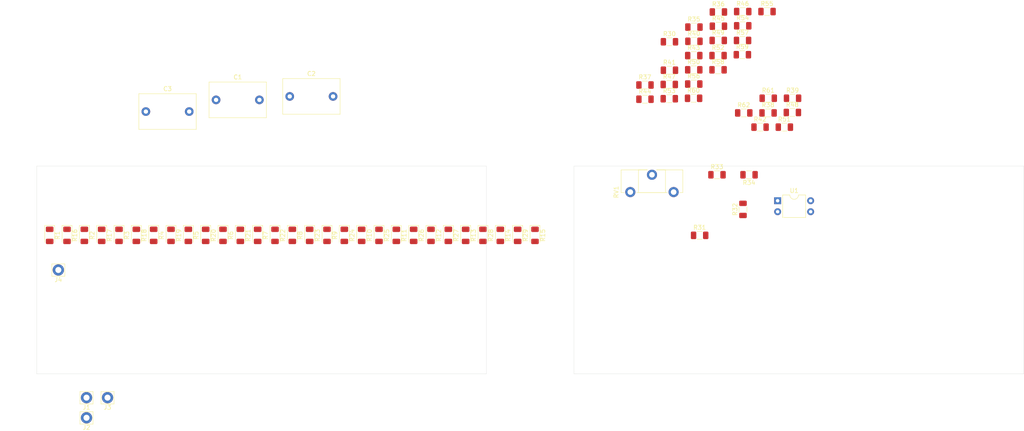
<source format=kicad_pcb>
(kicad_pcb (version 20171130) (host pcbnew "(5.1.5-0)")

  (general
    (thickness 1.6)
    (drawings 13)
    (tracks 0)
    (zones 0)
    (modules 71)
    (nets 69)
  )

  (page A4)
  (layers
    (0 F.Cu signal)
    (31 B.Cu signal)
    (32 B.Adhes user)
    (33 F.Adhes user)
    (34 B.Paste user)
    (35 F.Paste user)
    (36 B.SilkS user)
    (37 F.SilkS user)
    (38 B.Mask user)
    (39 F.Mask user)
    (40 Dwgs.User user)
    (41 Cmts.User user)
    (42 Eco1.User user)
    (43 Eco2.User user)
    (44 Edge.Cuts user)
    (45 Margin user)
    (46 B.CrtYd user)
    (47 F.CrtYd user)
    (48 B.Fab user)
    (49 F.Fab user hide)
  )

  (setup
    (last_trace_width 0.25)
    (trace_clearance 0.2)
    (zone_clearance 0.508)
    (zone_45_only no)
    (trace_min 0.2)
    (via_size 0.8)
    (via_drill 0.4)
    (via_min_size 0.4)
    (via_min_drill 0.3)
    (uvia_size 0.3)
    (uvia_drill 0.1)
    (uvias_allowed no)
    (uvia_min_size 0.2)
    (uvia_min_drill 0.1)
    (edge_width 0.05)
    (segment_width 0.2)
    (pcb_text_width 0.3)
    (pcb_text_size 1.5 1.5)
    (mod_edge_width 0.12)
    (mod_text_size 1 1)
    (mod_text_width 0.15)
    (pad_size 1.524 1.524)
    (pad_drill 0.762)
    (pad_to_mask_clearance 0.051)
    (solder_mask_min_width 0.25)
    (aux_axis_origin 0 0)
    (visible_elements FFFFFF7F)
    (pcbplotparams
      (layerselection 0x010fc_ffffffff)
      (usegerberextensions false)
      (usegerberattributes false)
      (usegerberadvancedattributes false)
      (creategerberjobfile false)
      (excludeedgelayer true)
      (linewidth 0.100000)
      (plotframeref false)
      (viasonmask false)
      (mode 1)
      (useauxorigin false)
      (hpglpennumber 1)
      (hpglpenspeed 20)
      (hpglpendiameter 15.000000)
      (psnegative false)
      (psa4output false)
      (plotreference true)
      (plotvalue true)
      (plotinvisibletext false)
      (padsonsilk false)
      (subtractmaskfromsilk false)
      (outputformat 1)
      (mirror false)
      (drillshape 1)
      (scaleselection 1)
      (outputdirectory ""))
  )

  (net 0 "")
  (net 1 TRI-STATE)
  (net 2 /Grid1)
  (net 3 GND)
  (net 4 /ApertureGrid)
  (net 5 DRIFTTUBE)
  (net 6 /Grid2)
  (net 7 "Net-(RV1-Pad2)")
  (net 8 "Net-(U1-Pad1)")
  (net 9 "Net-(R15-Pad2)")
  (net 10 "Net-(R16-Pad2)")
  (net 11 "Net-(R21-Pad2)")
  (net 12 "Net-(R22-Pad2)")
  (net 13 "Net-(R39-Pad2)")
  (net 14 "Net-(R40-Pad2)")
  (net 15 "Net-(R42-Pad2)")
  (net 16 "Net-(R47-Pad2)")
  (net 17 "Net-(R48-Pad2)")
  (net 18 APGRID)
  (net 19 "Net-(R31-Pad2)")
  (net 20 /Drift_tube)
  (net 21 "Net-(R1-Pad1)")
  (net 22 "Net-(R17-Pad1)")
  (net 23 "Net-(R17-Pad2)")
  (net 24 "Net-(R18-Pad1)")
  (net 25 "Net-(R18-Pad2)")
  (net 26 "Net-(R19-Pad1)")
  (net 27 "Net-(R19-Pad2)")
  (net 28 "Net-(R20-Pad1)")
  (net 29 "Net-(R20-Pad2)")
  (net 30 "Net-(R21-Pad1)")
  (net 31 "Net-(R22-Pad1)")
  (net 32 "Net-(R23-Pad1)")
  (net 33 "Net-(R23-Pad2)")
  (net 34 "Net-(R24-Pad1)")
  (net 35 "Net-(R10-Pad2)")
  (net 36 "Net-(R10-Pad1)")
  (net 37 "Net-(R11-Pad2)")
  (net 38 "Net-(R11-Pad1)")
  (net 39 "Net-(R12-Pad2)")
  (net 40 "Net-(R12-Pad1)")
  (net 41 "Net-(R13-Pad2)")
  (net 42 "Net-(R13-Pad1)")
  (net 43 "Net-(R14-Pad2)")
  (net 44 "Net-(R14-Pad1)")
  (net 45 "Net-(R34-Pad1)")
  (net 46 "Net-(R35-Pad2)")
  (net 47 "Net-(R35-Pad1)")
  (net 48 "Net-(R36-Pad2)")
  (net 49 "Net-(R36-Pad1)")
  (net 50 "Net-(R37-Pad2)")
  (net 51 "Net-(R37-Pad1)")
  (net 52 "Net-(R38-Pad2)")
  (net 53 "Net-(R38-Pad1)")
  (net 54 "Net-(R39-Pad1)")
  (net 55 "Net-(R40-Pad1)")
  (net 56 "Net-(R41-Pad2)")
  (net 57 "Net-(R41-Pad1)")
  (net 58 "Net-(R42-Pad1)")
  (net 59 "Net-(R43-Pad2)")
  (net 60 "Net-(R43-Pad1)")
  (net 61 "Net-(R44-Pad2)")
  (net 62 "Net-(R44-Pad1)")
  (net 63 "Net-(R45-Pad2)")
  (net 64 "Net-(R45-Pad1)")
  (net 65 "Net-(R46-Pad2)")
  (net 66 "Net-(R46-Pad1)")
  (net 67 "Net-(R47-Pad1)")
  (net 68 /ESI)

  (net_class Default "Ceci est la Netclass par défaut."
    (clearance 0.2)
    (trace_width 0.25)
    (via_dia 0.8)
    (via_drill 0.4)
    (uvia_dia 0.3)
    (uvia_drill 0.1)
    (add_net /ApertureGrid)
    (add_net /Drift_tube)
    (add_net /ESI)
    (add_net /Grid1)
    (add_net /Grid2)
    (add_net APGRID)
    (add_net DRIFTTUBE)
    (add_net GND)
    (add_net "Net-(R1-Pad1)")
    (add_net "Net-(R10-Pad1)")
    (add_net "Net-(R10-Pad2)")
    (add_net "Net-(R11-Pad1)")
    (add_net "Net-(R11-Pad2)")
    (add_net "Net-(R12-Pad1)")
    (add_net "Net-(R12-Pad2)")
    (add_net "Net-(R13-Pad1)")
    (add_net "Net-(R13-Pad2)")
    (add_net "Net-(R14-Pad1)")
    (add_net "Net-(R14-Pad2)")
    (add_net "Net-(R15-Pad2)")
    (add_net "Net-(R16-Pad2)")
    (add_net "Net-(R17-Pad1)")
    (add_net "Net-(R17-Pad2)")
    (add_net "Net-(R18-Pad1)")
    (add_net "Net-(R18-Pad2)")
    (add_net "Net-(R19-Pad1)")
    (add_net "Net-(R19-Pad2)")
    (add_net "Net-(R20-Pad1)")
    (add_net "Net-(R20-Pad2)")
    (add_net "Net-(R21-Pad1)")
    (add_net "Net-(R21-Pad2)")
    (add_net "Net-(R22-Pad1)")
    (add_net "Net-(R22-Pad2)")
    (add_net "Net-(R23-Pad1)")
    (add_net "Net-(R23-Pad2)")
    (add_net "Net-(R24-Pad1)")
    (add_net "Net-(R31-Pad2)")
    (add_net "Net-(R34-Pad1)")
    (add_net "Net-(R35-Pad1)")
    (add_net "Net-(R35-Pad2)")
    (add_net "Net-(R36-Pad1)")
    (add_net "Net-(R36-Pad2)")
    (add_net "Net-(R37-Pad1)")
    (add_net "Net-(R37-Pad2)")
    (add_net "Net-(R38-Pad1)")
    (add_net "Net-(R38-Pad2)")
    (add_net "Net-(R39-Pad1)")
    (add_net "Net-(R39-Pad2)")
    (add_net "Net-(R40-Pad1)")
    (add_net "Net-(R40-Pad2)")
    (add_net "Net-(R41-Pad1)")
    (add_net "Net-(R41-Pad2)")
    (add_net "Net-(R42-Pad1)")
    (add_net "Net-(R42-Pad2)")
    (add_net "Net-(R43-Pad1)")
    (add_net "Net-(R43-Pad2)")
    (add_net "Net-(R44-Pad1)")
    (add_net "Net-(R44-Pad2)")
    (add_net "Net-(R45-Pad1)")
    (add_net "Net-(R45-Pad2)")
    (add_net "Net-(R46-Pad1)")
    (add_net "Net-(R46-Pad2)")
    (add_net "Net-(R47-Pad1)")
    (add_net "Net-(R47-Pad2)")
    (add_net "Net-(R48-Pad2)")
    (add_net "Net-(RV1-Pad2)")
    (add_net "Net-(U1-Pad1)")
    (add_net TRI-STATE)
  )

  (module Connector_Pin:Pin_D1.4mm_L8.5mm_W2.8mm_FlatFork (layer F.Cu) (tedit 5C89BF14) (tstamp 5E639F19)
    (at 54 76)
    (descr "solder Pin_ with flat with fork, hole diameter 1.4mm, length 8.5mm, width 2.8mm, e.g. Ettinger 13.13.890, https://katalog.ettinger.de/#p=434")
    (tags "solder Pin_ with flat fork")
    (path /5F9A8D9E)
    (fp_text reference J4 (at 0 2.25) (layer F.SilkS)
      (effects (font (size 1 1) (thickness 0.15)))
    )
    (fp_text value 10kV (at 0 -2.05) (layer F.Fab)
      (effects (font (size 1 1) (thickness 0.15)))
    )
    (fp_line (start 1.9 1.8) (end -1.9 1.8) (layer F.CrtYd) (width 0.05))
    (fp_line (start 1.9 1.8) (end 1.9 -1.8) (layer F.CrtYd) (width 0.05))
    (fp_line (start -1.9 -1.8) (end -1.9 1.8) (layer F.CrtYd) (width 0.05))
    (fp_line (start -1.9 -1.8) (end 1.9 -1.8) (layer F.CrtYd) (width 0.05))
    (fp_line (start -1.4 0.25) (end -1.4 -0.25) (layer F.Fab) (width 0.1))
    (fp_line (start 1.4 -0.25) (end 1.4 0.25) (layer F.Fab) (width 0.1))
    (fp_line (start -1.5 1.45) (end 1.5 1.45) (layer F.SilkS) (width 0.12))
    (fp_line (start -1.5 -1.4) (end -1.5 1.45) (layer F.SilkS) (width 0.12))
    (fp_line (start 1.5 -1.4) (end 1.5 1.45) (layer F.SilkS) (width 0.12))
    (fp_line (start -1.5 -1.4) (end 1.5 -1.4) (layer F.SilkS) (width 0.12))
    (fp_line (start -1.4 -0.25) (end 1.4 -0.25) (layer F.Fab) (width 0.1))
    (fp_line (start 1.4 0.25) (end -1.4 0.25) (layer F.Fab) (width 0.1))
    (fp_text user %R (at 0 2.25) (layer F.Fab)
      (effects (font (size 1 1) (thickness 0.15)))
    )
    (pad 1 thru_hole circle (at 0 0) (size 2.6 2.6) (drill 1.4) (layers *.Cu *.Mask)
      (net 20 /Drift_tube))
    (model ${KISYS3DMOD}/Connector_Pin.3dshapes/Pin_D1.4mm_L8.5mm_W2.8mm_FlatFork.wrl
      (at (xyz 0 0 0))
      (scale (xyz 1 1 1))
      (rotate (xyz 0 0 0))
    )
  )

  (module Connector_Pin:Pin_D1.4mm_L8.5mm_W2.8mm_FlatFork (layer F.Cu) (tedit 5C89BF14) (tstamp 5E639F07)
    (at 65.35 105.5)
    (descr "solder Pin_ with flat with fork, hole diameter 1.4mm, length 8.5mm, width 2.8mm, e.g. Ettinger 13.13.890, https://katalog.ettinger.de/#p=434")
    (tags "solder Pin_ with flat fork")
    (path /5F9A8D8C)
    (fp_text reference J3 (at 0 2.25) (layer F.SilkS)
      (effects (font (size 1 1) (thickness 0.15)))
    )
    (fp_text value 0V (at 0 -2.05) (layer F.Fab)
      (effects (font (size 1 1) (thickness 0.15)))
    )
    (fp_line (start 1.9 1.8) (end -1.9 1.8) (layer F.CrtYd) (width 0.05))
    (fp_line (start 1.9 1.8) (end 1.9 -1.8) (layer F.CrtYd) (width 0.05))
    (fp_line (start -1.9 -1.8) (end -1.9 1.8) (layer F.CrtYd) (width 0.05))
    (fp_line (start -1.9 -1.8) (end 1.9 -1.8) (layer F.CrtYd) (width 0.05))
    (fp_line (start -1.4 0.25) (end -1.4 -0.25) (layer F.Fab) (width 0.1))
    (fp_line (start 1.4 -0.25) (end 1.4 0.25) (layer F.Fab) (width 0.1))
    (fp_line (start -1.5 1.45) (end 1.5 1.45) (layer F.SilkS) (width 0.12))
    (fp_line (start -1.5 -1.4) (end -1.5 1.45) (layer F.SilkS) (width 0.12))
    (fp_line (start 1.5 -1.4) (end 1.5 1.45) (layer F.SilkS) (width 0.12))
    (fp_line (start -1.5 -1.4) (end 1.5 -1.4) (layer F.SilkS) (width 0.12))
    (fp_line (start -1.4 -0.25) (end 1.4 -0.25) (layer F.Fab) (width 0.1))
    (fp_line (start 1.4 0.25) (end -1.4 0.25) (layer F.Fab) (width 0.1))
    (fp_text user %R (at 0 2.25) (layer F.Fab)
      (effects (font (size 1 1) (thickness 0.15)))
    )
    (pad 1 thru_hole circle (at 0 0) (size 2.6 2.6) (drill 1.4) (layers *.Cu *.Mask)
      (net 3 GND))
    (model ${KISYS3DMOD}/Connector_Pin.3dshapes/Pin_D1.4mm_L8.5mm_W2.8mm_FlatFork.wrl
      (at (xyz 0 0 0))
      (scale (xyz 1 1 1))
      (rotate (xyz 0 0 0))
    )
  )

  (module Connector_Pin:Pin_D1.4mm_L8.5mm_W2.8mm_FlatFork (layer F.Cu) (tedit 5C89BF14) (tstamp 5E639EF5)
    (at 60.5 110.15)
    (descr "solder Pin_ with flat with fork, hole diameter 1.4mm, length 8.5mm, width 2.8mm, e.g. Ettinger 13.13.890, https://katalog.ettinger.de/#p=434")
    (tags "solder Pin_ with flat fork")
    (path /5F9A8D86)
    (fp_text reference J2 (at 0 2.25) (layer F.SilkS)
      (effects (font (size 1 1) (thickness 0.15)))
    )
    (fp_text value 10kV (at 0 -2.05) (layer F.Fab)
      (effects (font (size 1 1) (thickness 0.15)))
    )
    (fp_line (start 1.9 1.8) (end -1.9 1.8) (layer F.CrtYd) (width 0.05))
    (fp_line (start 1.9 1.8) (end 1.9 -1.8) (layer F.CrtYd) (width 0.05))
    (fp_line (start -1.9 -1.8) (end -1.9 1.8) (layer F.CrtYd) (width 0.05))
    (fp_line (start -1.9 -1.8) (end 1.9 -1.8) (layer F.CrtYd) (width 0.05))
    (fp_line (start -1.4 0.25) (end -1.4 -0.25) (layer F.Fab) (width 0.1))
    (fp_line (start 1.4 -0.25) (end 1.4 0.25) (layer F.Fab) (width 0.1))
    (fp_line (start -1.5 1.45) (end 1.5 1.45) (layer F.SilkS) (width 0.12))
    (fp_line (start -1.5 -1.4) (end -1.5 1.45) (layer F.SilkS) (width 0.12))
    (fp_line (start 1.5 -1.4) (end 1.5 1.45) (layer F.SilkS) (width 0.12))
    (fp_line (start -1.5 -1.4) (end 1.5 -1.4) (layer F.SilkS) (width 0.12))
    (fp_line (start -1.4 -0.25) (end 1.4 -0.25) (layer F.Fab) (width 0.1))
    (fp_line (start 1.4 0.25) (end -1.4 0.25) (layer F.Fab) (width 0.1))
    (fp_text user %R (at 0 2.25) (layer F.Fab)
      (effects (font (size 1 1) (thickness 0.15)))
    )
    (pad 1 thru_hole circle (at 0 0) (size 2.6 2.6) (drill 1.4) (layers *.Cu *.Mask)
      (net 20 /Drift_tube))
    (model ${KISYS3DMOD}/Connector_Pin.3dshapes/Pin_D1.4mm_L8.5mm_W2.8mm_FlatFork.wrl
      (at (xyz 0 0 0))
      (scale (xyz 1 1 1))
      (rotate (xyz 0 0 0))
    )
  )

  (module Connector_Pin:Pin_D1.4mm_L8.5mm_W2.8mm_FlatFork (layer F.Cu) (tedit 5C89BF14) (tstamp 5E639EE3)
    (at 60.5 105.5)
    (descr "solder Pin_ with flat with fork, hole diameter 1.4mm, length 8.5mm, width 2.8mm, e.g. Ettinger 13.13.890, https://katalog.ettinger.de/#p=434")
    (tags "solder Pin_ with flat fork")
    (path /5F9A8D98)
    (fp_text reference J1 (at 0 2.25) (layer F.SilkS)
      (effects (font (size 1 1) (thickness 0.15)))
    )
    (fp_text value 15kV (at 0 -2.05) (layer F.Fab)
      (effects (font (size 1 1) (thickness 0.15)))
    )
    (fp_line (start 1.9 1.8) (end -1.9 1.8) (layer F.CrtYd) (width 0.05))
    (fp_line (start 1.9 1.8) (end 1.9 -1.8) (layer F.CrtYd) (width 0.05))
    (fp_line (start -1.9 -1.8) (end -1.9 1.8) (layer F.CrtYd) (width 0.05))
    (fp_line (start -1.9 -1.8) (end 1.9 -1.8) (layer F.CrtYd) (width 0.05))
    (fp_line (start -1.4 0.25) (end -1.4 -0.25) (layer F.Fab) (width 0.1))
    (fp_line (start 1.4 -0.25) (end 1.4 0.25) (layer F.Fab) (width 0.1))
    (fp_line (start -1.5 1.45) (end 1.5 1.45) (layer F.SilkS) (width 0.12))
    (fp_line (start -1.5 -1.4) (end -1.5 1.45) (layer F.SilkS) (width 0.12))
    (fp_line (start 1.5 -1.4) (end 1.5 1.45) (layer F.SilkS) (width 0.12))
    (fp_line (start -1.5 -1.4) (end 1.5 -1.4) (layer F.SilkS) (width 0.12))
    (fp_line (start -1.4 -0.25) (end 1.4 -0.25) (layer F.Fab) (width 0.1))
    (fp_line (start 1.4 0.25) (end -1.4 0.25) (layer F.Fab) (width 0.1))
    (fp_text user %R (at 0 2.25) (layer F.Fab)
      (effects (font (size 1 1) (thickness 0.15)))
    )
    (pad 1 thru_hole circle (at 0 0) (size 2.6 2.6) (drill 1.4) (layers *.Cu *.Mask)
      (net 68 /ESI))
    (model ${KISYS3DMOD}/Connector_Pin.3dshapes/Pin_D1.4mm_L8.5mm_W2.8mm_FlatFork.wrl
      (at (xyz 0 0 0))
      (scale (xyz 1 1 1))
      (rotate (xyz 0 0 0))
    )
  )

  (module Package_DIP:DIP-4_W7.62mm (layer F.Cu) (tedit 5A02E8C5) (tstamp 5E637BD9)
    (at 220 60)
    (descr "4-lead though-hole mounted DIP package, row spacing 7.62 mm (300 mils)")
    (tags "THT DIP DIL PDIP 2.54mm 7.62mm 300mil")
    (path /5E652B1B)
    (fp_text reference U1 (at 3.81 -2.33) (layer F.SilkS)
      (effects (font (size 1 1) (thickness 0.15)))
    )
    (fp_text value SFH617A-1 (at 3.81 4.87) (layer F.Fab)
      (effects (font (size 1 1) (thickness 0.15)))
    )
    (fp_text user %R (at 3.81 1.27) (layer F.Fab)
      (effects (font (size 1 1) (thickness 0.15)))
    )
    (fp_line (start 8.7 -1.55) (end -1.1 -1.55) (layer F.CrtYd) (width 0.05))
    (fp_line (start 8.7 4.1) (end 8.7 -1.55) (layer F.CrtYd) (width 0.05))
    (fp_line (start -1.1 4.1) (end 8.7 4.1) (layer F.CrtYd) (width 0.05))
    (fp_line (start -1.1 -1.55) (end -1.1 4.1) (layer F.CrtYd) (width 0.05))
    (fp_line (start 6.46 -1.33) (end 4.81 -1.33) (layer F.SilkS) (width 0.12))
    (fp_line (start 6.46 3.87) (end 6.46 -1.33) (layer F.SilkS) (width 0.12))
    (fp_line (start 1.16 3.87) (end 6.46 3.87) (layer F.SilkS) (width 0.12))
    (fp_line (start 1.16 -1.33) (end 1.16 3.87) (layer F.SilkS) (width 0.12))
    (fp_line (start 2.81 -1.33) (end 1.16 -1.33) (layer F.SilkS) (width 0.12))
    (fp_line (start 0.635 -0.27) (end 1.635 -1.27) (layer F.Fab) (width 0.1))
    (fp_line (start 0.635 3.81) (end 0.635 -0.27) (layer F.Fab) (width 0.1))
    (fp_line (start 6.985 3.81) (end 0.635 3.81) (layer F.Fab) (width 0.1))
    (fp_line (start 6.985 -1.27) (end 6.985 3.81) (layer F.Fab) (width 0.1))
    (fp_line (start 1.635 -1.27) (end 6.985 -1.27) (layer F.Fab) (width 0.1))
    (fp_arc (start 3.81 -1.33) (end 2.81 -1.33) (angle -180) (layer F.SilkS) (width 0.12))
    (pad 4 thru_hole oval (at 7.62 0) (size 1.6 1.6) (drill 0.8) (layers *.Cu *.Mask)
      (net 7 "Net-(RV1-Pad2)"))
    (pad 2 thru_hole oval (at 0 2.54) (size 1.6 1.6) (drill 0.8) (layers *.Cu *.Mask)
      (net 3 GND))
    (pad 3 thru_hole oval (at 7.62 2.54) (size 1.6 1.6) (drill 0.8) (layers *.Cu *.Mask)
      (net 6 /Grid2))
    (pad 1 thru_hole rect (at 0 0) (size 1.6 1.6) (drill 0.8) (layers *.Cu *.Mask)
      (net 8 "Net-(U1-Pad1)"))
    (model ${KISYS3DMOD}/Package_DIP.3dshapes/DIP-4_W7.62mm.wrl
      (at (xyz 0 0 0))
      (scale (xyz 1 1 1))
      (rotate (xyz 0 0 0))
    )
  )

  (module Potentiometer_THT:Potentiometer_ACP_CA14-H4_Horizontal (layer F.Cu) (tedit 5A3D4994) (tstamp 5E637BC1)
    (at 186 58 90)
    (descr "Potentiometer, horizontal, ACP CA14-H4, http://www.acptechnologies.com/wp-content/uploads/2017/10/03-ACP-CA14-CE14.pdf")
    (tags "Potentiometer horizontal ACP CA14-H4")
    (path /5E6EEFD6)
    (fp_text reference RV1 (at 0 -3.25 90) (layer F.SilkS)
      (effects (font (size 1 1) (thickness 0.15)))
    )
    (fp_text value 100M (at 0 13.25 90) (layer F.Fab)
      (effects (font (size 1 1) (thickness 0.15)))
    )
    (fp_text user %R (at 2.5 5 90) (layer F.Fab)
      (effects (font (size 1 1) (thickness 0.15)))
    )
    (fp_line (start 5.45 -2.25) (end -1.45 -2.25) (layer F.CrtYd) (width 0.05))
    (fp_line (start 5.45 12.25) (end 5.45 -2.25) (layer F.CrtYd) (width 0.05))
    (fp_line (start -1.45 12.25) (end 5.45 12.25) (layer F.CrtYd) (width 0.05))
    (fp_line (start -1.45 -2.25) (end -1.45 12.25) (layer F.CrtYd) (width 0.05))
    (fp_line (start 5.12 6.073) (end 5.12 8.121) (layer F.SilkS) (width 0.12))
    (fp_line (start 5.12 1.88) (end 5.12 3.928) (layer F.SilkS) (width 0.12))
    (fp_line (start -0.121 1.88) (end -0.121 8.121) (layer F.SilkS) (width 0.12))
    (fp_line (start -0.121 8.121) (end 5.12 8.121) (layer F.SilkS) (width 0.12))
    (fp_line (start -0.121 1.88) (end 5.12 1.88) (layer F.SilkS) (width 0.12))
    (fp_line (start -0.121 1.426) (end -0.121 8.575) (layer F.SilkS) (width 0.12))
    (fp_line (start -0.121 -2.12) (end -0.121 -1.426) (layer F.SilkS) (width 0.12))
    (fp_line (start -0.121 11.425) (end -0.121 12.12) (layer F.SilkS) (width 0.12))
    (fp_line (start 5.12 6.073) (end 5.12 12.12) (layer F.SilkS) (width 0.12))
    (fp_line (start 5.12 -2.12) (end 5.12 3.928) (layer F.SilkS) (width 0.12))
    (fp_line (start -0.121 12.12) (end 5.12 12.12) (layer F.SilkS) (width 0.12))
    (fp_line (start -0.121 -2.12) (end 5.12 -2.12) (layer F.SilkS) (width 0.12))
    (fp_line (start 5 2) (end 0 2) (layer F.Fab) (width 0.1))
    (fp_line (start 5 8) (end 5 2) (layer F.Fab) (width 0.1))
    (fp_line (start 0 8) (end 5 8) (layer F.Fab) (width 0.1))
    (fp_line (start 0 2) (end 0 8) (layer F.Fab) (width 0.1))
    (fp_line (start 0 -2) (end 5 -2) (layer F.Fab) (width 0.1))
    (fp_line (start 0 12) (end 0 -2) (layer F.Fab) (width 0.1))
    (fp_line (start 5 12) (end 0 12) (layer F.Fab) (width 0.1))
    (fp_line (start 5 -2) (end 5 12) (layer F.Fab) (width 0.1))
    (pad 1 thru_hole circle (at 0 0 90) (size 2.34 2.34) (drill 1.3) (layers *.Cu *.Mask)
      (net 1 TRI-STATE))
    (pad 2 thru_hole circle (at 4 5 90) (size 2.34 2.34) (drill 1.3) (layers *.Cu *.Mask)
      (net 7 "Net-(RV1-Pad2)"))
    (pad 3 thru_hole circle (at 0 10 90) (size 2.34 2.34) (drill 1.3) (layers *.Cu *.Mask)
      (net 2 /Grid1))
    (model ${KISYS3DMOD}/Potentiometer_THT.3dshapes/Potentiometer_ACP_CA14-H4_Horizontal.wrl
      (at (xyz 0 0 0))
      (scale (xyz 1 1 1))
      (rotate (xyz 0 0 0))
    )
  )

  (module Resistor_SMD:R_1206_3216Metric (layer F.Cu) (tedit 5B301BBD) (tstamp 5E637BA1)
    (at 212.18 39.71)
    (descr "Resistor SMD 1206 (3216 Metric), square (rectangular) end terminal, IPC_7351 nominal, (Body size source: http://www.tortai-tech.com/upload/download/2011102023233369053.pdf), generated with kicad-footprint-generator")
    (tags resistor)
    (path /5F8ADFBD)
    (attr smd)
    (fp_text reference R62 (at 0 -1.82) (layer F.SilkS)
      (effects (font (size 1 1) (thickness 0.15)))
    )
    (fp_text value 10M (at 0 1.82) (layer F.Fab)
      (effects (font (size 1 1) (thickness 0.15)))
    )
    (fp_text user %R (at 0 0) (layer F.Fab)
      (effects (font (size 0.8 0.8) (thickness 0.12)))
    )
    (fp_line (start 2.28 1.12) (end -2.28 1.12) (layer F.CrtYd) (width 0.05))
    (fp_line (start 2.28 -1.12) (end 2.28 1.12) (layer F.CrtYd) (width 0.05))
    (fp_line (start -2.28 -1.12) (end 2.28 -1.12) (layer F.CrtYd) (width 0.05))
    (fp_line (start -2.28 1.12) (end -2.28 -1.12) (layer F.CrtYd) (width 0.05))
    (fp_line (start -0.602064 0.91) (end 0.602064 0.91) (layer F.SilkS) (width 0.12))
    (fp_line (start -0.602064 -0.91) (end 0.602064 -0.91) (layer F.SilkS) (width 0.12))
    (fp_line (start 1.6 0.8) (end -1.6 0.8) (layer F.Fab) (width 0.1))
    (fp_line (start 1.6 -0.8) (end 1.6 0.8) (layer F.Fab) (width 0.1))
    (fp_line (start -1.6 -0.8) (end 1.6 -0.8) (layer F.Fab) (width 0.1))
    (fp_line (start -1.6 0.8) (end -1.6 -0.8) (layer F.Fab) (width 0.1))
    (pad 2 smd roundrect (at 1.4 0) (size 1.25 1.75) (layers F.Cu F.Paste F.Mask) (roundrect_rratio 0.2)
      (net 17 "Net-(R48-Pad2)"))
    (pad 1 smd roundrect (at -1.4 0) (size 1.25 1.75) (layers F.Cu F.Paste F.Mask) (roundrect_rratio 0.2)
      (net 67 "Net-(R47-Pad1)"))
    (model ${KISYS3DMOD}/Resistor_SMD.3dshapes/R_1206_3216Metric.wrl
      (at (xyz 0 0 0))
      (scale (xyz 1 1 1))
      (rotate (xyz 0 0 0))
    )
  )

  (module Resistor_SMD:R_1206_3216Metric (layer F.Cu) (tedit 5B301BBD) (tstamp 5E637B90)
    (at 217.83 36.32)
    (descr "Resistor SMD 1206 (3216 Metric), square (rectangular) end terminal, IPC_7351 nominal, (Body size source: http://www.tortai-tech.com/upload/download/2011102023233369053.pdf), generated with kicad-footprint-generator")
    (tags resistor)
    (path /5F8ADFB7)
    (attr smd)
    (fp_text reference R61 (at 0 -1.82) (layer F.SilkS)
      (effects (font (size 1 1) (thickness 0.15)))
    )
    (fp_text value 10M (at 0 1.82) (layer F.Fab)
      (effects (font (size 1 1) (thickness 0.15)))
    )
    (fp_text user %R (at 0 0) (layer F.Fab)
      (effects (font (size 0.8 0.8) (thickness 0.12)))
    )
    (fp_line (start 2.28 1.12) (end -2.28 1.12) (layer F.CrtYd) (width 0.05))
    (fp_line (start 2.28 -1.12) (end 2.28 1.12) (layer F.CrtYd) (width 0.05))
    (fp_line (start -2.28 -1.12) (end 2.28 -1.12) (layer F.CrtYd) (width 0.05))
    (fp_line (start -2.28 1.12) (end -2.28 -1.12) (layer F.CrtYd) (width 0.05))
    (fp_line (start -0.602064 0.91) (end 0.602064 0.91) (layer F.SilkS) (width 0.12))
    (fp_line (start -0.602064 -0.91) (end 0.602064 -0.91) (layer F.SilkS) (width 0.12))
    (fp_line (start 1.6 0.8) (end -1.6 0.8) (layer F.Fab) (width 0.1))
    (fp_line (start 1.6 -0.8) (end 1.6 0.8) (layer F.Fab) (width 0.1))
    (fp_line (start -1.6 -0.8) (end 1.6 -0.8) (layer F.Fab) (width 0.1))
    (fp_line (start -1.6 0.8) (end -1.6 -0.8) (layer F.Fab) (width 0.1))
    (pad 2 smd roundrect (at 1.4 0) (size 1.25 1.75) (layers F.Cu F.Paste F.Mask) (roundrect_rratio 0.2)
      (net 16 "Net-(R47-Pad2)"))
    (pad 1 smd roundrect (at -1.4 0) (size 1.25 1.75) (layers F.Cu F.Paste F.Mask) (roundrect_rratio 0.2)
      (net 66 "Net-(R46-Pad1)"))
    (model ${KISYS3DMOD}/Resistor_SMD.3dshapes/R_1206_3216Metric.wrl
      (at (xyz 0 0 0))
      (scale (xyz 1 1 1))
      (rotate (xyz 0 0 0))
    )
  )

  (module Resistor_SMD:R_1206_3216Metric (layer F.Cu) (tedit 5B301BBD) (tstamp 5E637B7F)
    (at 200.6 36.33)
    (descr "Resistor SMD 1206 (3216 Metric), square (rectangular) end terminal, IPC_7351 nominal, (Body size source: http://www.tortai-tech.com/upload/download/2011102023233369053.pdf), generated with kicad-footprint-generator")
    (tags resistor)
    (path /5F8ADFA0)
    (attr smd)
    (fp_text reference R60 (at 0 -1.82) (layer F.SilkS)
      (effects (font (size 1 1) (thickness 0.15)))
    )
    (fp_text value 10M (at 0 1.82) (layer F.Fab)
      (effects (font (size 1 1) (thickness 0.15)))
    )
    (fp_text user %R (at 0 0) (layer F.Fab)
      (effects (font (size 0.8 0.8) (thickness 0.12)))
    )
    (fp_line (start 2.28 1.12) (end -2.28 1.12) (layer F.CrtYd) (width 0.05))
    (fp_line (start 2.28 -1.12) (end 2.28 1.12) (layer F.CrtYd) (width 0.05))
    (fp_line (start -2.28 -1.12) (end 2.28 -1.12) (layer F.CrtYd) (width 0.05))
    (fp_line (start -2.28 1.12) (end -2.28 -1.12) (layer F.CrtYd) (width 0.05))
    (fp_line (start -0.602064 0.91) (end 0.602064 0.91) (layer F.SilkS) (width 0.12))
    (fp_line (start -0.602064 -0.91) (end 0.602064 -0.91) (layer F.SilkS) (width 0.12))
    (fp_line (start 1.6 0.8) (end -1.6 0.8) (layer F.Fab) (width 0.1))
    (fp_line (start 1.6 -0.8) (end 1.6 0.8) (layer F.Fab) (width 0.1))
    (fp_line (start -1.6 -0.8) (end 1.6 -0.8) (layer F.Fab) (width 0.1))
    (fp_line (start -1.6 0.8) (end -1.6 -0.8) (layer F.Fab) (width 0.1))
    (pad 2 smd roundrect (at 1.4 0) (size 1.25 1.75) (layers F.Cu F.Paste F.Mask) (roundrect_rratio 0.2)
      (net 65 "Net-(R46-Pad2)"))
    (pad 1 smd roundrect (at -1.4 0) (size 1.25 1.75) (layers F.Cu F.Paste F.Mask) (roundrect_rratio 0.2)
      (net 64 "Net-(R45-Pad1)"))
    (model ${KISYS3DMOD}/Resistor_SMD.3dshapes/R_1206_3216Metric.wrl
      (at (xyz 0 0 0))
      (scale (xyz 1 1 1))
      (rotate (xyz 0 0 0))
    )
  )

  (module Resistor_SMD:R_1206_3216Metric (layer F.Cu) (tedit 5B301BBD) (tstamp 5E637B6E)
    (at 211.86 26.26)
    (descr "Resistor SMD 1206 (3216 Metric), square (rectangular) end terminal, IPC_7351 nominal, (Body size source: http://www.tortai-tech.com/upload/download/2011102023233369053.pdf), generated with kicad-footprint-generator")
    (tags resistor)
    (path /5F8ADF8E)
    (attr smd)
    (fp_text reference R59 (at 0 -1.82) (layer F.SilkS)
      (effects (font (size 1 1) (thickness 0.15)))
    )
    (fp_text value 10M (at 0 1.82) (layer F.Fab)
      (effects (font (size 1 1) (thickness 0.15)))
    )
    (fp_text user %R (at 0 0) (layer F.Fab)
      (effects (font (size 0.8 0.8) (thickness 0.12)))
    )
    (fp_line (start 2.28 1.12) (end -2.28 1.12) (layer F.CrtYd) (width 0.05))
    (fp_line (start 2.28 -1.12) (end 2.28 1.12) (layer F.CrtYd) (width 0.05))
    (fp_line (start -2.28 -1.12) (end 2.28 -1.12) (layer F.CrtYd) (width 0.05))
    (fp_line (start -2.28 1.12) (end -2.28 -1.12) (layer F.CrtYd) (width 0.05))
    (fp_line (start -0.602064 0.91) (end 0.602064 0.91) (layer F.SilkS) (width 0.12))
    (fp_line (start -0.602064 -0.91) (end 0.602064 -0.91) (layer F.SilkS) (width 0.12))
    (fp_line (start 1.6 0.8) (end -1.6 0.8) (layer F.Fab) (width 0.1))
    (fp_line (start 1.6 -0.8) (end 1.6 0.8) (layer F.Fab) (width 0.1))
    (fp_line (start -1.6 -0.8) (end 1.6 -0.8) (layer F.Fab) (width 0.1))
    (fp_line (start -1.6 0.8) (end -1.6 -0.8) (layer F.Fab) (width 0.1))
    (pad 2 smd roundrect (at 1.4 0) (size 1.25 1.75) (layers F.Cu F.Paste F.Mask) (roundrect_rratio 0.2)
      (net 63 "Net-(R45-Pad2)"))
    (pad 1 smd roundrect (at -1.4 0) (size 1.25 1.75) (layers F.Cu F.Paste F.Mask) (roundrect_rratio 0.2)
      (net 62 "Net-(R44-Pad1)"))
    (model ${KISYS3DMOD}/Resistor_SMD.3dshapes/R_1206_3216Metric.wrl
      (at (xyz 0 0 0))
      (scale (xyz 1 1 1))
      (rotate (xyz 0 0 0))
    )
  )

  (module Resistor_SMD:R_1206_3216Metric (layer F.Cu) (tedit 5B301BBD) (tstamp 5E637B5D)
    (at 206.25 29.75)
    (descr "Resistor SMD 1206 (3216 Metric), square (rectangular) end terminal, IPC_7351 nominal, (Body size source: http://www.tortai-tech.com/upload/download/2011102023233369053.pdf), generated with kicad-footprint-generator")
    (tags resistor)
    (path /5F8ADF88)
    (attr smd)
    (fp_text reference R58 (at 0 -1.82) (layer F.SilkS)
      (effects (font (size 1 1) (thickness 0.15)))
    )
    (fp_text value 10M (at 0 1.82) (layer F.Fab)
      (effects (font (size 1 1) (thickness 0.15)))
    )
    (fp_text user %R (at 0 0) (layer F.Fab)
      (effects (font (size 0.8 0.8) (thickness 0.12)))
    )
    (fp_line (start 2.28 1.12) (end -2.28 1.12) (layer F.CrtYd) (width 0.05))
    (fp_line (start 2.28 -1.12) (end 2.28 1.12) (layer F.CrtYd) (width 0.05))
    (fp_line (start -2.28 -1.12) (end 2.28 -1.12) (layer F.CrtYd) (width 0.05))
    (fp_line (start -2.28 1.12) (end -2.28 -1.12) (layer F.CrtYd) (width 0.05))
    (fp_line (start -0.602064 0.91) (end 0.602064 0.91) (layer F.SilkS) (width 0.12))
    (fp_line (start -0.602064 -0.91) (end 0.602064 -0.91) (layer F.SilkS) (width 0.12))
    (fp_line (start 1.6 0.8) (end -1.6 0.8) (layer F.Fab) (width 0.1))
    (fp_line (start 1.6 -0.8) (end 1.6 0.8) (layer F.Fab) (width 0.1))
    (fp_line (start -1.6 -0.8) (end 1.6 -0.8) (layer F.Fab) (width 0.1))
    (fp_line (start -1.6 0.8) (end -1.6 -0.8) (layer F.Fab) (width 0.1))
    (pad 2 smd roundrect (at 1.4 0) (size 1.25 1.75) (layers F.Cu F.Paste F.Mask) (roundrect_rratio 0.2)
      (net 61 "Net-(R44-Pad2)"))
    (pad 1 smd roundrect (at -1.4 0) (size 1.25 1.75) (layers F.Cu F.Paste F.Mask) (roundrect_rratio 0.2)
      (net 60 "Net-(R43-Pad1)"))
    (model ${KISYS3DMOD}/Resistor_SMD.3dshapes/R_1206_3216Metric.wrl
      (at (xyz 0 0 0))
      (scale (xyz 1 1 1))
      (rotate (xyz 0 0 0))
    )
  )

  (module Resistor_SMD:R_1206_3216Metric (layer F.Cu) (tedit 5B301BBD) (tstamp 5E637B4C)
    (at 211.9 22.97)
    (descr "Resistor SMD 1206 (3216 Metric), square (rectangular) end terminal, IPC_7351 nominal, (Body size source: http://www.tortai-tech.com/upload/download/2011102023233369053.pdf), generated with kicad-footprint-generator")
    (tags resistor)
    (path /5F8ADF71)
    (attr smd)
    (fp_text reference R57 (at 0 -1.82) (layer F.SilkS)
      (effects (font (size 1 1) (thickness 0.15)))
    )
    (fp_text value 10M (at 0 1.82) (layer F.Fab)
      (effects (font (size 1 1) (thickness 0.15)))
    )
    (fp_text user %R (at 0 0) (layer F.Fab)
      (effects (font (size 0.8 0.8) (thickness 0.12)))
    )
    (fp_line (start 2.28 1.12) (end -2.28 1.12) (layer F.CrtYd) (width 0.05))
    (fp_line (start 2.28 -1.12) (end 2.28 1.12) (layer F.CrtYd) (width 0.05))
    (fp_line (start -2.28 -1.12) (end 2.28 -1.12) (layer F.CrtYd) (width 0.05))
    (fp_line (start -2.28 1.12) (end -2.28 -1.12) (layer F.CrtYd) (width 0.05))
    (fp_line (start -0.602064 0.91) (end 0.602064 0.91) (layer F.SilkS) (width 0.12))
    (fp_line (start -0.602064 -0.91) (end 0.602064 -0.91) (layer F.SilkS) (width 0.12))
    (fp_line (start 1.6 0.8) (end -1.6 0.8) (layer F.Fab) (width 0.1))
    (fp_line (start 1.6 -0.8) (end 1.6 0.8) (layer F.Fab) (width 0.1))
    (fp_line (start -1.6 -0.8) (end 1.6 -0.8) (layer F.Fab) (width 0.1))
    (fp_line (start -1.6 0.8) (end -1.6 -0.8) (layer F.Fab) (width 0.1))
    (pad 2 smd roundrect (at 1.4 0) (size 1.25 1.75) (layers F.Cu F.Paste F.Mask) (roundrect_rratio 0.2)
      (net 59 "Net-(R43-Pad2)"))
    (pad 1 smd roundrect (at -1.4 0) (size 1.25 1.75) (layers F.Cu F.Paste F.Mask) (roundrect_rratio 0.2)
      (net 58 "Net-(R42-Pad1)"))
    (model ${KISYS3DMOD}/Resistor_SMD.3dshapes/R_1206_3216Metric.wrl
      (at (xyz 0 0 0))
      (scale (xyz 1 1 1))
      (rotate (xyz 0 0 0))
    )
  )

  (module Resistor_SMD:R_1206_3216Metric (layer F.Cu) (tedit 5B301BBD) (tstamp 5E637B3B)
    (at 200.64 33.04)
    (descr "Resistor SMD 1206 (3216 Metric), square (rectangular) end terminal, IPC_7351 nominal, (Body size source: http://www.tortai-tech.com/upload/download/2011102023233369053.pdf), generated with kicad-footprint-generator")
    (tags resistor)
    (path /5F8ADF5F)
    (attr smd)
    (fp_text reference R56 (at 0 -1.82) (layer F.SilkS)
      (effects (font (size 1 1) (thickness 0.15)))
    )
    (fp_text value 10M (at 0 1.82) (layer F.Fab)
      (effects (font (size 1 1) (thickness 0.15)))
    )
    (fp_text user %R (at 0 0) (layer F.Fab)
      (effects (font (size 0.8 0.8) (thickness 0.12)))
    )
    (fp_line (start 2.28 1.12) (end -2.28 1.12) (layer F.CrtYd) (width 0.05))
    (fp_line (start 2.28 -1.12) (end 2.28 1.12) (layer F.CrtYd) (width 0.05))
    (fp_line (start -2.28 -1.12) (end 2.28 -1.12) (layer F.CrtYd) (width 0.05))
    (fp_line (start -2.28 1.12) (end -2.28 -1.12) (layer F.CrtYd) (width 0.05))
    (fp_line (start -0.602064 0.91) (end 0.602064 0.91) (layer F.SilkS) (width 0.12))
    (fp_line (start -0.602064 -0.91) (end 0.602064 -0.91) (layer F.SilkS) (width 0.12))
    (fp_line (start 1.6 0.8) (end -1.6 0.8) (layer F.Fab) (width 0.1))
    (fp_line (start 1.6 -0.8) (end 1.6 0.8) (layer F.Fab) (width 0.1))
    (fp_line (start -1.6 -0.8) (end 1.6 -0.8) (layer F.Fab) (width 0.1))
    (fp_line (start -1.6 0.8) (end -1.6 -0.8) (layer F.Fab) (width 0.1))
    (pad 2 smd roundrect (at 1.4 0) (size 1.25 1.75) (layers F.Cu F.Paste F.Mask) (roundrect_rratio 0.2)
      (net 15 "Net-(R42-Pad2)"))
    (pad 1 smd roundrect (at -1.4 0) (size 1.25 1.75) (layers F.Cu F.Paste F.Mask) (roundrect_rratio 0.2)
      (net 57 "Net-(R41-Pad1)"))
    (model ${KISYS3DMOD}/Resistor_SMD.3dshapes/R_1206_3216Metric.wrl
      (at (xyz 0 0 0))
      (scale (xyz 1 1 1))
      (rotate (xyz 0 0 0))
    )
  )

  (module Resistor_SMD:R_1206_3216Metric (layer F.Cu) (tedit 5B301BBD) (tstamp 5E637B2A)
    (at 217.55 16.29)
    (descr "Resistor SMD 1206 (3216 Metric), square (rectangular) end terminal, IPC_7351 nominal, (Body size source: http://www.tortai-tech.com/upload/download/2011102023233369053.pdf), generated with kicad-footprint-generator")
    (tags resistor)
    (path /5F8ADF59)
    (attr smd)
    (fp_text reference R55 (at 0 -1.82) (layer F.SilkS)
      (effects (font (size 1 1) (thickness 0.15)))
    )
    (fp_text value 10M (at 0 1.82) (layer F.Fab)
      (effects (font (size 1 1) (thickness 0.15)))
    )
    (fp_text user %R (at 0 0) (layer F.Fab)
      (effects (font (size 0.8 0.8) (thickness 0.12)))
    )
    (fp_line (start 2.28 1.12) (end -2.28 1.12) (layer F.CrtYd) (width 0.05))
    (fp_line (start 2.28 -1.12) (end 2.28 1.12) (layer F.CrtYd) (width 0.05))
    (fp_line (start -2.28 -1.12) (end 2.28 -1.12) (layer F.CrtYd) (width 0.05))
    (fp_line (start -2.28 1.12) (end -2.28 -1.12) (layer F.CrtYd) (width 0.05))
    (fp_line (start -0.602064 0.91) (end 0.602064 0.91) (layer F.SilkS) (width 0.12))
    (fp_line (start -0.602064 -0.91) (end 0.602064 -0.91) (layer F.SilkS) (width 0.12))
    (fp_line (start 1.6 0.8) (end -1.6 0.8) (layer F.Fab) (width 0.1))
    (fp_line (start 1.6 -0.8) (end 1.6 0.8) (layer F.Fab) (width 0.1))
    (fp_line (start -1.6 -0.8) (end 1.6 -0.8) (layer F.Fab) (width 0.1))
    (fp_line (start -1.6 0.8) (end -1.6 -0.8) (layer F.Fab) (width 0.1))
    (pad 2 smd roundrect (at 1.4 0) (size 1.25 1.75) (layers F.Cu F.Paste F.Mask) (roundrect_rratio 0.2)
      (net 56 "Net-(R41-Pad2)"))
    (pad 1 smd roundrect (at -1.4 0) (size 1.25 1.75) (layers F.Cu F.Paste F.Mask) (roundrect_rratio 0.2)
      (net 55 "Net-(R40-Pad1)"))
    (model ${KISYS3DMOD}/Resistor_SMD.3dshapes/R_1206_3216Metric.wrl
      (at (xyz 0 0 0))
      (scale (xyz 1 1 1))
      (rotate (xyz 0 0 0))
    )
  )

  (module Resistor_SMD:R_1206_3216Metric (layer F.Cu) (tedit 5B301BBD) (tstamp 5E637B19)
    (at 211.94 19.58)
    (descr "Resistor SMD 1206 (3216 Metric), square (rectangular) end terminal, IPC_7351 nominal, (Body size source: http://www.tortai-tech.com/upload/download/2011102023233369053.pdf), generated with kicad-footprint-generator")
    (tags resistor)
    (path /5F8ADF42)
    (attr smd)
    (fp_text reference R54 (at 0 -1.82) (layer F.SilkS)
      (effects (font (size 1 1) (thickness 0.15)))
    )
    (fp_text value 10M (at 0 1.82) (layer F.Fab)
      (effects (font (size 1 1) (thickness 0.15)))
    )
    (fp_text user %R (at 0 0) (layer F.Fab)
      (effects (font (size 0.8 0.8) (thickness 0.12)))
    )
    (fp_line (start 2.28 1.12) (end -2.28 1.12) (layer F.CrtYd) (width 0.05))
    (fp_line (start 2.28 -1.12) (end 2.28 1.12) (layer F.CrtYd) (width 0.05))
    (fp_line (start -2.28 -1.12) (end 2.28 -1.12) (layer F.CrtYd) (width 0.05))
    (fp_line (start -2.28 1.12) (end -2.28 -1.12) (layer F.CrtYd) (width 0.05))
    (fp_line (start -0.602064 0.91) (end 0.602064 0.91) (layer F.SilkS) (width 0.12))
    (fp_line (start -0.602064 -0.91) (end 0.602064 -0.91) (layer F.SilkS) (width 0.12))
    (fp_line (start 1.6 0.8) (end -1.6 0.8) (layer F.Fab) (width 0.1))
    (fp_line (start 1.6 -0.8) (end 1.6 0.8) (layer F.Fab) (width 0.1))
    (fp_line (start -1.6 -0.8) (end 1.6 -0.8) (layer F.Fab) (width 0.1))
    (fp_line (start -1.6 0.8) (end -1.6 -0.8) (layer F.Fab) (width 0.1))
    (pad 2 smd roundrect (at 1.4 0) (size 1.25 1.75) (layers F.Cu F.Paste F.Mask) (roundrect_rratio 0.2)
      (net 14 "Net-(R40-Pad2)"))
    (pad 1 smd roundrect (at -1.4 0) (size 1.25 1.75) (layers F.Cu F.Paste F.Mask) (roundrect_rratio 0.2)
      (net 54 "Net-(R39-Pad1)"))
    (model ${KISYS3DMOD}/Resistor_SMD.3dshapes/R_1206_3216Metric.wrl
      (at (xyz 0 0 0))
      (scale (xyz 1 1 1))
      (rotate (xyz 0 0 0))
    )
  )

  (module Resistor_SMD:R_1206_3216Metric (layer F.Cu) (tedit 5B301BBD) (tstamp 5E637B08)
    (at 194.99 36.43)
    (descr "Resistor SMD 1206 (3216 Metric), square (rectangular) end terminal, IPC_7351 nominal, (Body size source: http://www.tortai-tech.com/upload/download/2011102023233369053.pdf), generated with kicad-footprint-generator")
    (tags resistor)
    (path /5F8ADF30)
    (attr smd)
    (fp_text reference R53 (at 0 -1.82) (layer F.SilkS)
      (effects (font (size 1 1) (thickness 0.15)))
    )
    (fp_text value 10M (at 0 1.82) (layer F.Fab)
      (effects (font (size 1 1) (thickness 0.15)))
    )
    (fp_text user %R (at 0 0) (layer F.Fab)
      (effects (font (size 0.8 0.8) (thickness 0.12)))
    )
    (fp_line (start 2.28 1.12) (end -2.28 1.12) (layer F.CrtYd) (width 0.05))
    (fp_line (start 2.28 -1.12) (end 2.28 1.12) (layer F.CrtYd) (width 0.05))
    (fp_line (start -2.28 -1.12) (end 2.28 -1.12) (layer F.CrtYd) (width 0.05))
    (fp_line (start -2.28 1.12) (end -2.28 -1.12) (layer F.CrtYd) (width 0.05))
    (fp_line (start -0.602064 0.91) (end 0.602064 0.91) (layer F.SilkS) (width 0.12))
    (fp_line (start -0.602064 -0.91) (end 0.602064 -0.91) (layer F.SilkS) (width 0.12))
    (fp_line (start 1.6 0.8) (end -1.6 0.8) (layer F.Fab) (width 0.1))
    (fp_line (start 1.6 -0.8) (end 1.6 0.8) (layer F.Fab) (width 0.1))
    (fp_line (start -1.6 -0.8) (end 1.6 -0.8) (layer F.Fab) (width 0.1))
    (fp_line (start -1.6 0.8) (end -1.6 -0.8) (layer F.Fab) (width 0.1))
    (pad 2 smd roundrect (at 1.4 0) (size 1.25 1.75) (layers F.Cu F.Paste F.Mask) (roundrect_rratio 0.2)
      (net 13 "Net-(R39-Pad2)"))
    (pad 1 smd roundrect (at -1.4 0) (size 1.25 1.75) (layers F.Cu F.Paste F.Mask) (roundrect_rratio 0.2)
      (net 53 "Net-(R38-Pad1)"))
    (model ${KISYS3DMOD}/Resistor_SMD.3dshapes/R_1206_3216Metric.wrl
      (at (xyz 0 0 0))
      (scale (xyz 1 1 1))
      (rotate (xyz 0 0 0))
    )
  )

  (module Resistor_SMD:R_1206_3216Metric (layer F.Cu) (tedit 5B301BBD) (tstamp 5E637AF7)
    (at 206.25 26.46)
    (descr "Resistor SMD 1206 (3216 Metric), square (rectangular) end terminal, IPC_7351 nominal, (Body size source: http://www.tortai-tech.com/upload/download/2011102023233369053.pdf), generated with kicad-footprint-generator")
    (tags resistor)
    (path /5F8ADF2A)
    (attr smd)
    (fp_text reference R52 (at 0 -1.82) (layer F.SilkS)
      (effects (font (size 1 1) (thickness 0.15)))
    )
    (fp_text value 10M (at 0 1.82) (layer F.Fab)
      (effects (font (size 1 1) (thickness 0.15)))
    )
    (fp_text user %R (at 0 0) (layer F.Fab)
      (effects (font (size 0.8 0.8) (thickness 0.12)))
    )
    (fp_line (start 2.28 1.12) (end -2.28 1.12) (layer F.CrtYd) (width 0.05))
    (fp_line (start 2.28 -1.12) (end 2.28 1.12) (layer F.CrtYd) (width 0.05))
    (fp_line (start -2.28 -1.12) (end 2.28 -1.12) (layer F.CrtYd) (width 0.05))
    (fp_line (start -2.28 1.12) (end -2.28 -1.12) (layer F.CrtYd) (width 0.05))
    (fp_line (start -0.602064 0.91) (end 0.602064 0.91) (layer F.SilkS) (width 0.12))
    (fp_line (start -0.602064 -0.91) (end 0.602064 -0.91) (layer F.SilkS) (width 0.12))
    (fp_line (start 1.6 0.8) (end -1.6 0.8) (layer F.Fab) (width 0.1))
    (fp_line (start 1.6 -0.8) (end 1.6 0.8) (layer F.Fab) (width 0.1))
    (fp_line (start -1.6 -0.8) (end 1.6 -0.8) (layer F.Fab) (width 0.1))
    (fp_line (start -1.6 0.8) (end -1.6 -0.8) (layer F.Fab) (width 0.1))
    (pad 2 smd roundrect (at 1.4 0) (size 1.25 1.75) (layers F.Cu F.Paste F.Mask) (roundrect_rratio 0.2)
      (net 52 "Net-(R38-Pad2)"))
    (pad 1 smd roundrect (at -1.4 0) (size 1.25 1.75) (layers F.Cu F.Paste F.Mask) (roundrect_rratio 0.2)
      (net 51 "Net-(R37-Pad1)"))
    (model ${KISYS3DMOD}/Resistor_SMD.3dshapes/R_1206_3216Metric.wrl
      (at (xyz 0 0 0))
      (scale (xyz 1 1 1))
      (rotate (xyz 0 0 0))
    )
  )

  (module Resistor_SMD:R_1206_3216Metric (layer F.Cu) (tedit 5B301BBD) (tstamp 5E637AE6)
    (at 221.55 43)
    (descr "Resistor SMD 1206 (3216 Metric), square (rectangular) end terminal, IPC_7351 nominal, (Body size source: http://www.tortai-tech.com/upload/download/2011102023233369053.pdf), generated with kicad-footprint-generator")
    (tags resistor)
    (path /5F8ADF11)
    (attr smd)
    (fp_text reference R51 (at 0 -1.82) (layer F.SilkS)
      (effects (font (size 1 1) (thickness 0.15)))
    )
    (fp_text value 10M (at 0 1.82) (layer F.Fab)
      (effects (font (size 1 1) (thickness 0.15)))
    )
    (fp_text user %R (at 0 0) (layer F.Fab)
      (effects (font (size 0.8 0.8) (thickness 0.12)))
    )
    (fp_line (start 2.28 1.12) (end -2.28 1.12) (layer F.CrtYd) (width 0.05))
    (fp_line (start 2.28 -1.12) (end 2.28 1.12) (layer F.CrtYd) (width 0.05))
    (fp_line (start -2.28 -1.12) (end 2.28 -1.12) (layer F.CrtYd) (width 0.05))
    (fp_line (start -2.28 1.12) (end -2.28 -1.12) (layer F.CrtYd) (width 0.05))
    (fp_line (start -0.602064 0.91) (end 0.602064 0.91) (layer F.SilkS) (width 0.12))
    (fp_line (start -0.602064 -0.91) (end 0.602064 -0.91) (layer F.SilkS) (width 0.12))
    (fp_line (start 1.6 0.8) (end -1.6 0.8) (layer F.Fab) (width 0.1))
    (fp_line (start 1.6 -0.8) (end 1.6 0.8) (layer F.Fab) (width 0.1))
    (fp_line (start -1.6 -0.8) (end 1.6 -0.8) (layer F.Fab) (width 0.1))
    (fp_line (start -1.6 0.8) (end -1.6 -0.8) (layer F.Fab) (width 0.1))
    (pad 2 smd roundrect (at 1.4 0) (size 1.25 1.75) (layers F.Cu F.Paste F.Mask) (roundrect_rratio 0.2)
      (net 50 "Net-(R37-Pad2)"))
    (pad 1 smd roundrect (at -1.4 0) (size 1.25 1.75) (layers F.Cu F.Paste F.Mask) (roundrect_rratio 0.2)
      (net 49 "Net-(R36-Pad1)"))
    (model ${KISYS3DMOD}/Resistor_SMD.3dshapes/R_1206_3216Metric.wrl
      (at (xyz 0 0 0))
      (scale (xyz 1 1 1))
      (rotate (xyz 0 0 0))
    )
  )

  (module Resistor_SMD:R_1206_3216Metric (layer F.Cu) (tedit 5B301BBD) (tstamp 5E637AD5)
    (at 200.64 29.75)
    (descr "Resistor SMD 1206 (3216 Metric), square (rectangular) end terminal, IPC_7351 nominal, (Body size source: http://www.tortai-tech.com/upload/download/2011102023233369053.pdf), generated with kicad-footprint-generator")
    (tags resistor)
    (path /5F8ADEFE)
    (attr smd)
    (fp_text reference R50 (at 0 -1.82) (layer F.SilkS)
      (effects (font (size 1 1) (thickness 0.15)))
    )
    (fp_text value 10M (at 0 1.82) (layer F.Fab)
      (effects (font (size 1 1) (thickness 0.15)))
    )
    (fp_text user %R (at 0 0) (layer F.Fab)
      (effects (font (size 0.8 0.8) (thickness 0.12)))
    )
    (fp_line (start 2.28 1.12) (end -2.28 1.12) (layer F.CrtYd) (width 0.05))
    (fp_line (start 2.28 -1.12) (end 2.28 1.12) (layer F.CrtYd) (width 0.05))
    (fp_line (start -2.28 -1.12) (end 2.28 -1.12) (layer F.CrtYd) (width 0.05))
    (fp_line (start -2.28 1.12) (end -2.28 -1.12) (layer F.CrtYd) (width 0.05))
    (fp_line (start -0.602064 0.91) (end 0.602064 0.91) (layer F.SilkS) (width 0.12))
    (fp_line (start -0.602064 -0.91) (end 0.602064 -0.91) (layer F.SilkS) (width 0.12))
    (fp_line (start 1.6 0.8) (end -1.6 0.8) (layer F.Fab) (width 0.1))
    (fp_line (start 1.6 -0.8) (end 1.6 0.8) (layer F.Fab) (width 0.1))
    (fp_line (start -1.6 -0.8) (end 1.6 -0.8) (layer F.Fab) (width 0.1))
    (fp_line (start -1.6 0.8) (end -1.6 -0.8) (layer F.Fab) (width 0.1))
    (pad 2 smd roundrect (at 1.4 0) (size 1.25 1.75) (layers F.Cu F.Paste F.Mask) (roundrect_rratio 0.2)
      (net 48 "Net-(R36-Pad2)"))
    (pad 1 smd roundrect (at -1.4 0) (size 1.25 1.75) (layers F.Cu F.Paste F.Mask) (roundrect_rratio 0.2)
      (net 47 "Net-(R35-Pad1)"))
    (model ${KISYS3DMOD}/Resistor_SMD.3dshapes/R_1206_3216Metric.wrl
      (at (xyz 0 0 0))
      (scale (xyz 1 1 1))
      (rotate (xyz 0 0 0))
    )
  )

  (module Resistor_SMD:R_1206_3216Metric (layer F.Cu) (tedit 5B301BBD) (tstamp 5E637AC4)
    (at 206.29 22.97)
    (descr "Resistor SMD 1206 (3216 Metric), square (rectangular) end terminal, IPC_7351 nominal, (Body size source: http://www.tortai-tech.com/upload/download/2011102023233369053.pdf), generated with kicad-footprint-generator")
    (tags resistor)
    (path /5F8ADEF8)
    (attr smd)
    (fp_text reference R49 (at 0 -1.82) (layer F.SilkS)
      (effects (font (size 1 1) (thickness 0.15)))
    )
    (fp_text value 10M (at 0 1.82) (layer F.Fab)
      (effects (font (size 1 1) (thickness 0.15)))
    )
    (fp_text user %R (at 0 0) (layer F.Fab)
      (effects (font (size 0.8 0.8) (thickness 0.12)))
    )
    (fp_line (start 2.28 1.12) (end -2.28 1.12) (layer F.CrtYd) (width 0.05))
    (fp_line (start 2.28 -1.12) (end 2.28 1.12) (layer F.CrtYd) (width 0.05))
    (fp_line (start -2.28 -1.12) (end 2.28 -1.12) (layer F.CrtYd) (width 0.05))
    (fp_line (start -2.28 1.12) (end -2.28 -1.12) (layer F.CrtYd) (width 0.05))
    (fp_line (start -0.602064 0.91) (end 0.602064 0.91) (layer F.SilkS) (width 0.12))
    (fp_line (start -0.602064 -0.91) (end 0.602064 -0.91) (layer F.SilkS) (width 0.12))
    (fp_line (start 1.6 0.8) (end -1.6 0.8) (layer F.Fab) (width 0.1))
    (fp_line (start 1.6 -0.8) (end 1.6 0.8) (layer F.Fab) (width 0.1))
    (fp_line (start -1.6 -0.8) (end 1.6 -0.8) (layer F.Fab) (width 0.1))
    (fp_line (start -1.6 0.8) (end -1.6 -0.8) (layer F.Fab) (width 0.1))
    (pad 2 smd roundrect (at 1.4 0) (size 1.25 1.75) (layers F.Cu F.Paste F.Mask) (roundrect_rratio 0.2)
      (net 46 "Net-(R35-Pad2)"))
    (pad 1 smd roundrect (at -1.4 0) (size 1.25 1.75) (layers F.Cu F.Paste F.Mask) (roundrect_rratio 0.2)
      (net 45 "Net-(R34-Pad1)"))
    (model ${KISYS3DMOD}/Resistor_SMD.3dshapes/R_1206_3216Metric.wrl
      (at (xyz 0 0 0))
      (scale (xyz 1 1 1))
      (rotate (xyz 0 0 0))
    )
  )

  (module Resistor_SMD:R_1206_3216Metric (layer F.Cu) (tedit 5B301BBD) (tstamp 5E637AB3)
    (at 223.4 39.61)
    (descr "Resistor SMD 1206 (3216 Metric), square (rectangular) end terminal, IPC_7351 nominal, (Body size source: http://www.tortai-tech.com/upload/download/2011102023233369053.pdf), generated with kicad-footprint-generator")
    (tags resistor)
    (path /5F8ADFC7)
    (attr smd)
    (fp_text reference R48 (at 0 -1.82) (layer F.SilkS)
      (effects (font (size 1 1) (thickness 0.15)))
    )
    (fp_text value 10M (at 0 1.82) (layer F.Fab)
      (effects (font (size 1 1) (thickness 0.15)))
    )
    (fp_text user %R (at 0 0) (layer F.Fab)
      (effects (font (size 0.8 0.8) (thickness 0.12)))
    )
    (fp_line (start 2.28 1.12) (end -2.28 1.12) (layer F.CrtYd) (width 0.05))
    (fp_line (start 2.28 -1.12) (end 2.28 1.12) (layer F.CrtYd) (width 0.05))
    (fp_line (start -2.28 -1.12) (end 2.28 -1.12) (layer F.CrtYd) (width 0.05))
    (fp_line (start -2.28 1.12) (end -2.28 -1.12) (layer F.CrtYd) (width 0.05))
    (fp_line (start -0.602064 0.91) (end 0.602064 0.91) (layer F.SilkS) (width 0.12))
    (fp_line (start -0.602064 -0.91) (end 0.602064 -0.91) (layer F.SilkS) (width 0.12))
    (fp_line (start 1.6 0.8) (end -1.6 0.8) (layer F.Fab) (width 0.1))
    (fp_line (start 1.6 -0.8) (end 1.6 0.8) (layer F.Fab) (width 0.1))
    (fp_line (start -1.6 -0.8) (end 1.6 -0.8) (layer F.Fab) (width 0.1))
    (fp_line (start -1.6 0.8) (end -1.6 -0.8) (layer F.Fab) (width 0.1))
    (pad 2 smd roundrect (at 1.4 0) (size 1.25 1.75) (layers F.Cu F.Paste F.Mask) (roundrect_rratio 0.2)
      (net 17 "Net-(R48-Pad2)"))
    (pad 1 smd roundrect (at -1.4 0) (size 1.25 1.75) (layers F.Cu F.Paste F.Mask) (roundrect_rratio 0.2)
      (net 18 APGRID))
    (model ${KISYS3DMOD}/Resistor_SMD.3dshapes/R_1206_3216Metric.wrl
      (at (xyz 0 0 0))
      (scale (xyz 1 1 1))
      (rotate (xyz 0 0 0))
    )
  )

  (module Resistor_SMD:R_1206_3216Metric (layer F.Cu) (tedit 5B301BBD) (tstamp 5E637AA2)
    (at 194.99 33.14)
    (descr "Resistor SMD 1206 (3216 Metric), square (rectangular) end terminal, IPC_7351 nominal, (Body size source: http://www.tortai-tech.com/upload/download/2011102023233369053.pdf), generated with kicad-footprint-generator")
    (tags resistor)
    (path /5F8ADFB1)
    (attr smd)
    (fp_text reference R47 (at 0 -1.82) (layer F.SilkS)
      (effects (font (size 1 1) (thickness 0.15)))
    )
    (fp_text value 10M (at 0 1.82) (layer F.Fab)
      (effects (font (size 1 1) (thickness 0.15)))
    )
    (fp_text user %R (at 0 0) (layer F.Fab)
      (effects (font (size 0.8 0.8) (thickness 0.12)))
    )
    (fp_line (start 2.28 1.12) (end -2.28 1.12) (layer F.CrtYd) (width 0.05))
    (fp_line (start 2.28 -1.12) (end 2.28 1.12) (layer F.CrtYd) (width 0.05))
    (fp_line (start -2.28 -1.12) (end 2.28 -1.12) (layer F.CrtYd) (width 0.05))
    (fp_line (start -2.28 1.12) (end -2.28 -1.12) (layer F.CrtYd) (width 0.05))
    (fp_line (start -0.602064 0.91) (end 0.602064 0.91) (layer F.SilkS) (width 0.12))
    (fp_line (start -0.602064 -0.91) (end 0.602064 -0.91) (layer F.SilkS) (width 0.12))
    (fp_line (start 1.6 0.8) (end -1.6 0.8) (layer F.Fab) (width 0.1))
    (fp_line (start 1.6 -0.8) (end 1.6 0.8) (layer F.Fab) (width 0.1))
    (fp_line (start -1.6 -0.8) (end 1.6 -0.8) (layer F.Fab) (width 0.1))
    (fp_line (start -1.6 0.8) (end -1.6 -0.8) (layer F.Fab) (width 0.1))
    (pad 2 smd roundrect (at 1.4 0) (size 1.25 1.75) (layers F.Cu F.Paste F.Mask) (roundrect_rratio 0.2)
      (net 16 "Net-(R47-Pad2)"))
    (pad 1 smd roundrect (at -1.4 0) (size 1.25 1.75) (layers F.Cu F.Paste F.Mask) (roundrect_rratio 0.2)
      (net 67 "Net-(R47-Pad1)"))
    (model ${KISYS3DMOD}/Resistor_SMD.3dshapes/R_1206_3216Metric.wrl
      (at (xyz 0 0 0))
      (scale (xyz 1 1 1))
      (rotate (xyz 0 0 0))
    )
  )

  (module Resistor_SMD:R_1206_3216Metric (layer F.Cu) (tedit 5B301BBD) (tstamp 5E637A91)
    (at 211.94 16.29)
    (descr "Resistor SMD 1206 (3216 Metric), square (rectangular) end terminal, IPC_7351 nominal, (Body size source: http://www.tortai-tech.com/upload/download/2011102023233369053.pdf), generated with kicad-footprint-generator")
    (tags resistor)
    (path /5F8ADFAB)
    (attr smd)
    (fp_text reference R46 (at 0 -1.82) (layer F.SilkS)
      (effects (font (size 1 1) (thickness 0.15)))
    )
    (fp_text value 10M (at 0 1.82) (layer F.Fab)
      (effects (font (size 1 1) (thickness 0.15)))
    )
    (fp_text user %R (at 0 0) (layer F.Fab)
      (effects (font (size 0.8 0.8) (thickness 0.12)))
    )
    (fp_line (start 2.28 1.12) (end -2.28 1.12) (layer F.CrtYd) (width 0.05))
    (fp_line (start 2.28 -1.12) (end 2.28 1.12) (layer F.CrtYd) (width 0.05))
    (fp_line (start -2.28 -1.12) (end 2.28 -1.12) (layer F.CrtYd) (width 0.05))
    (fp_line (start -2.28 1.12) (end -2.28 -1.12) (layer F.CrtYd) (width 0.05))
    (fp_line (start -0.602064 0.91) (end 0.602064 0.91) (layer F.SilkS) (width 0.12))
    (fp_line (start -0.602064 -0.91) (end 0.602064 -0.91) (layer F.SilkS) (width 0.12))
    (fp_line (start 1.6 0.8) (end -1.6 0.8) (layer F.Fab) (width 0.1))
    (fp_line (start 1.6 -0.8) (end 1.6 0.8) (layer F.Fab) (width 0.1))
    (fp_line (start -1.6 -0.8) (end 1.6 -0.8) (layer F.Fab) (width 0.1))
    (fp_line (start -1.6 0.8) (end -1.6 -0.8) (layer F.Fab) (width 0.1))
    (pad 2 smd roundrect (at 1.4 0) (size 1.25 1.75) (layers F.Cu F.Paste F.Mask) (roundrect_rratio 0.2)
      (net 65 "Net-(R46-Pad2)"))
    (pad 1 smd roundrect (at -1.4 0) (size 1.25 1.75) (layers F.Cu F.Paste F.Mask) (roundrect_rratio 0.2)
      (net 66 "Net-(R46-Pad1)"))
    (model ${KISYS3DMOD}/Resistor_SMD.3dshapes/R_1206_3216Metric.wrl
      (at (xyz 0 0 0))
      (scale (xyz 1 1 1))
      (rotate (xyz 0 0 0))
    )
  )

  (module Resistor_SMD:R_1206_3216Metric (layer F.Cu) (tedit 5B301BBD) (tstamp 5E637A80)
    (at 206.33 19.68)
    (descr "Resistor SMD 1206 (3216 Metric), square (rectangular) end terminal, IPC_7351 nominal, (Body size source: http://www.tortai-tech.com/upload/download/2011102023233369053.pdf), generated with kicad-footprint-generator")
    (tags resistor)
    (path /5F8ADF98)
    (attr smd)
    (fp_text reference R45 (at 0 -1.82) (layer F.SilkS)
      (effects (font (size 1 1) (thickness 0.15)))
    )
    (fp_text value 10M (at 0 1.82) (layer F.Fab)
      (effects (font (size 1 1) (thickness 0.15)))
    )
    (fp_text user %R (at 0 0) (layer F.Fab)
      (effects (font (size 0.8 0.8) (thickness 0.12)))
    )
    (fp_line (start 2.28 1.12) (end -2.28 1.12) (layer F.CrtYd) (width 0.05))
    (fp_line (start 2.28 -1.12) (end 2.28 1.12) (layer F.CrtYd) (width 0.05))
    (fp_line (start -2.28 -1.12) (end 2.28 -1.12) (layer F.CrtYd) (width 0.05))
    (fp_line (start -2.28 1.12) (end -2.28 -1.12) (layer F.CrtYd) (width 0.05))
    (fp_line (start -0.602064 0.91) (end 0.602064 0.91) (layer F.SilkS) (width 0.12))
    (fp_line (start -0.602064 -0.91) (end 0.602064 -0.91) (layer F.SilkS) (width 0.12))
    (fp_line (start 1.6 0.8) (end -1.6 0.8) (layer F.Fab) (width 0.1))
    (fp_line (start 1.6 -0.8) (end 1.6 0.8) (layer F.Fab) (width 0.1))
    (fp_line (start -1.6 -0.8) (end 1.6 -0.8) (layer F.Fab) (width 0.1))
    (fp_line (start -1.6 0.8) (end -1.6 -0.8) (layer F.Fab) (width 0.1))
    (pad 2 smd roundrect (at 1.4 0) (size 1.25 1.75) (layers F.Cu F.Paste F.Mask) (roundrect_rratio 0.2)
      (net 63 "Net-(R45-Pad2)"))
    (pad 1 smd roundrect (at -1.4 0) (size 1.25 1.75) (layers F.Cu F.Paste F.Mask) (roundrect_rratio 0.2)
      (net 64 "Net-(R45-Pad1)"))
    (model ${KISYS3DMOD}/Resistor_SMD.3dshapes/R_1206_3216Metric.wrl
      (at (xyz 0 0 0))
      (scale (xyz 1 1 1))
      (rotate (xyz 0 0 0))
    )
  )

  (module Resistor_SMD:R_1206_3216Metric (layer F.Cu) (tedit 5B301BBD) (tstamp 5E637A6F)
    (at 189.38 36.55)
    (descr "Resistor SMD 1206 (3216 Metric), square (rectangular) end terminal, IPC_7351 nominal, (Body size source: http://www.tortai-tech.com/upload/download/2011102023233369053.pdf), generated with kicad-footprint-generator")
    (tags resistor)
    (path /5F8ADF82)
    (attr smd)
    (fp_text reference R44 (at 0 -1.82) (layer F.SilkS)
      (effects (font (size 1 1) (thickness 0.15)))
    )
    (fp_text value 10M (at 0 1.82) (layer F.Fab)
      (effects (font (size 1 1) (thickness 0.15)))
    )
    (fp_text user %R (at 0 0) (layer F.Fab)
      (effects (font (size 0.8 0.8) (thickness 0.12)))
    )
    (fp_line (start 2.28 1.12) (end -2.28 1.12) (layer F.CrtYd) (width 0.05))
    (fp_line (start 2.28 -1.12) (end 2.28 1.12) (layer F.CrtYd) (width 0.05))
    (fp_line (start -2.28 -1.12) (end 2.28 -1.12) (layer F.CrtYd) (width 0.05))
    (fp_line (start -2.28 1.12) (end -2.28 -1.12) (layer F.CrtYd) (width 0.05))
    (fp_line (start -0.602064 0.91) (end 0.602064 0.91) (layer F.SilkS) (width 0.12))
    (fp_line (start -0.602064 -0.91) (end 0.602064 -0.91) (layer F.SilkS) (width 0.12))
    (fp_line (start 1.6 0.8) (end -1.6 0.8) (layer F.Fab) (width 0.1))
    (fp_line (start 1.6 -0.8) (end 1.6 0.8) (layer F.Fab) (width 0.1))
    (fp_line (start -1.6 -0.8) (end 1.6 -0.8) (layer F.Fab) (width 0.1))
    (fp_line (start -1.6 0.8) (end -1.6 -0.8) (layer F.Fab) (width 0.1))
    (pad 2 smd roundrect (at 1.4 0) (size 1.25 1.75) (layers F.Cu F.Paste F.Mask) (roundrect_rratio 0.2)
      (net 61 "Net-(R44-Pad2)"))
    (pad 1 smd roundrect (at -1.4 0) (size 1.25 1.75) (layers F.Cu F.Paste F.Mask) (roundrect_rratio 0.2)
      (net 62 "Net-(R44-Pad1)"))
    (model ${KISYS3DMOD}/Resistor_SMD.3dshapes/R_1206_3216Metric.wrl
      (at (xyz 0 0 0))
      (scale (xyz 1 1 1))
      (rotate (xyz 0 0 0))
    )
  )

  (module Resistor_SMD:R_1206_3216Metric (layer F.Cu) (tedit 5B301BBD) (tstamp 5E637A5E)
    (at 200.64 26.46)
    (descr "Resistor SMD 1206 (3216 Metric), square (rectangular) end terminal, IPC_7351 nominal, (Body size source: http://www.tortai-tech.com/upload/download/2011102023233369053.pdf), generated with kicad-footprint-generator")
    (tags resistor)
    (path /5F8ADF7C)
    (attr smd)
    (fp_text reference R43 (at 0 -1.82) (layer F.SilkS)
      (effects (font (size 1 1) (thickness 0.15)))
    )
    (fp_text value 10M (at 0 1.82) (layer F.Fab)
      (effects (font (size 1 1) (thickness 0.15)))
    )
    (fp_text user %R (at 0 0) (layer F.Fab)
      (effects (font (size 0.8 0.8) (thickness 0.12)))
    )
    (fp_line (start 2.28 1.12) (end -2.28 1.12) (layer F.CrtYd) (width 0.05))
    (fp_line (start 2.28 -1.12) (end 2.28 1.12) (layer F.CrtYd) (width 0.05))
    (fp_line (start -2.28 -1.12) (end 2.28 -1.12) (layer F.CrtYd) (width 0.05))
    (fp_line (start -2.28 1.12) (end -2.28 -1.12) (layer F.CrtYd) (width 0.05))
    (fp_line (start -0.602064 0.91) (end 0.602064 0.91) (layer F.SilkS) (width 0.12))
    (fp_line (start -0.602064 -0.91) (end 0.602064 -0.91) (layer F.SilkS) (width 0.12))
    (fp_line (start 1.6 0.8) (end -1.6 0.8) (layer F.Fab) (width 0.1))
    (fp_line (start 1.6 -0.8) (end 1.6 0.8) (layer F.Fab) (width 0.1))
    (fp_line (start -1.6 -0.8) (end 1.6 -0.8) (layer F.Fab) (width 0.1))
    (fp_line (start -1.6 0.8) (end -1.6 -0.8) (layer F.Fab) (width 0.1))
    (pad 2 smd roundrect (at 1.4 0) (size 1.25 1.75) (layers F.Cu F.Paste F.Mask) (roundrect_rratio 0.2)
      (net 59 "Net-(R43-Pad2)"))
    (pad 1 smd roundrect (at -1.4 0) (size 1.25 1.75) (layers F.Cu F.Paste F.Mask) (roundrect_rratio 0.2)
      (net 60 "Net-(R43-Pad1)"))
    (model ${KISYS3DMOD}/Resistor_SMD.3dshapes/R_1206_3216Metric.wrl
      (at (xyz 0 0 0))
      (scale (xyz 1 1 1))
      (rotate (xyz 0 0 0))
    )
  )

  (module Resistor_SMD:R_1206_3216Metric (layer F.Cu) (tedit 5B301BBD) (tstamp 5E637A4D)
    (at 215.94 43)
    (descr "Resistor SMD 1206 (3216 Metric), square (rectangular) end terminal, IPC_7351 nominal, (Body size source: http://www.tortai-tech.com/upload/download/2011102023233369053.pdf), generated with kicad-footprint-generator")
    (tags resistor)
    (path /5F8ADF69)
    (attr smd)
    (fp_text reference R42 (at 0 -1.82) (layer F.SilkS)
      (effects (font (size 1 1) (thickness 0.15)))
    )
    (fp_text value 10M (at 0 1.82) (layer F.Fab)
      (effects (font (size 1 1) (thickness 0.15)))
    )
    (fp_text user %R (at 0 0) (layer F.Fab)
      (effects (font (size 0.8 0.8) (thickness 0.12)))
    )
    (fp_line (start 2.28 1.12) (end -2.28 1.12) (layer F.CrtYd) (width 0.05))
    (fp_line (start 2.28 -1.12) (end 2.28 1.12) (layer F.CrtYd) (width 0.05))
    (fp_line (start -2.28 -1.12) (end 2.28 -1.12) (layer F.CrtYd) (width 0.05))
    (fp_line (start -2.28 1.12) (end -2.28 -1.12) (layer F.CrtYd) (width 0.05))
    (fp_line (start -0.602064 0.91) (end 0.602064 0.91) (layer F.SilkS) (width 0.12))
    (fp_line (start -0.602064 -0.91) (end 0.602064 -0.91) (layer F.SilkS) (width 0.12))
    (fp_line (start 1.6 0.8) (end -1.6 0.8) (layer F.Fab) (width 0.1))
    (fp_line (start 1.6 -0.8) (end 1.6 0.8) (layer F.Fab) (width 0.1))
    (fp_line (start -1.6 -0.8) (end 1.6 -0.8) (layer F.Fab) (width 0.1))
    (fp_line (start -1.6 0.8) (end -1.6 -0.8) (layer F.Fab) (width 0.1))
    (pad 2 smd roundrect (at 1.4 0) (size 1.25 1.75) (layers F.Cu F.Paste F.Mask) (roundrect_rratio 0.2)
      (net 15 "Net-(R42-Pad2)"))
    (pad 1 smd roundrect (at -1.4 0) (size 1.25 1.75) (layers F.Cu F.Paste F.Mask) (roundrect_rratio 0.2)
      (net 58 "Net-(R42-Pad1)"))
    (model ${KISYS3DMOD}/Resistor_SMD.3dshapes/R_1206_3216Metric.wrl
      (at (xyz 0 0 0))
      (scale (xyz 1 1 1))
      (rotate (xyz 0 0 0))
    )
  )

  (module Resistor_SMD:R_1206_3216Metric (layer F.Cu) (tedit 5B301BBD) (tstamp 5E637A3C)
    (at 195.03 29.85)
    (descr "Resistor SMD 1206 (3216 Metric), square (rectangular) end terminal, IPC_7351 nominal, (Body size source: http://www.tortai-tech.com/upload/download/2011102023233369053.pdf), generated with kicad-footprint-generator")
    (tags resistor)
    (path /5F8ADF53)
    (attr smd)
    (fp_text reference R41 (at 0 -1.82) (layer F.SilkS)
      (effects (font (size 1 1) (thickness 0.15)))
    )
    (fp_text value 10M (at 0 1.82) (layer F.Fab)
      (effects (font (size 1 1) (thickness 0.15)))
    )
    (fp_text user %R (at 0 0) (layer F.Fab)
      (effects (font (size 0.8 0.8) (thickness 0.12)))
    )
    (fp_line (start 2.28 1.12) (end -2.28 1.12) (layer F.CrtYd) (width 0.05))
    (fp_line (start 2.28 -1.12) (end 2.28 1.12) (layer F.CrtYd) (width 0.05))
    (fp_line (start -2.28 -1.12) (end 2.28 -1.12) (layer F.CrtYd) (width 0.05))
    (fp_line (start -2.28 1.12) (end -2.28 -1.12) (layer F.CrtYd) (width 0.05))
    (fp_line (start -0.602064 0.91) (end 0.602064 0.91) (layer F.SilkS) (width 0.12))
    (fp_line (start -0.602064 -0.91) (end 0.602064 -0.91) (layer F.SilkS) (width 0.12))
    (fp_line (start 1.6 0.8) (end -1.6 0.8) (layer F.Fab) (width 0.1))
    (fp_line (start 1.6 -0.8) (end 1.6 0.8) (layer F.Fab) (width 0.1))
    (fp_line (start -1.6 -0.8) (end 1.6 -0.8) (layer F.Fab) (width 0.1))
    (fp_line (start -1.6 0.8) (end -1.6 -0.8) (layer F.Fab) (width 0.1))
    (pad 2 smd roundrect (at 1.4 0) (size 1.25 1.75) (layers F.Cu F.Paste F.Mask) (roundrect_rratio 0.2)
      (net 56 "Net-(R41-Pad2)"))
    (pad 1 smd roundrect (at -1.4 0) (size 1.25 1.75) (layers F.Cu F.Paste F.Mask) (roundrect_rratio 0.2)
      (net 57 "Net-(R41-Pad1)"))
    (model ${KISYS3DMOD}/Resistor_SMD.3dshapes/R_1206_3216Metric.wrl
      (at (xyz 0 0 0))
      (scale (xyz 1 1 1))
      (rotate (xyz 0 0 0))
    )
  )

  (module Resistor_SMD:R_1206_3216Metric (layer F.Cu) (tedit 5B301BBD) (tstamp 5E637A2B)
    (at 200.68 23.17)
    (descr "Resistor SMD 1206 (3216 Metric), square (rectangular) end terminal, IPC_7351 nominal, (Body size source: http://www.tortai-tech.com/upload/download/2011102023233369053.pdf), generated with kicad-footprint-generator")
    (tags resistor)
    (path /5F8ADF4D)
    (attr smd)
    (fp_text reference R40 (at 0 -1.82) (layer F.SilkS)
      (effects (font (size 1 1) (thickness 0.15)))
    )
    (fp_text value 10M (at 0 1.82) (layer F.Fab)
      (effects (font (size 1 1) (thickness 0.15)))
    )
    (fp_text user %R (at 0 0) (layer F.Fab)
      (effects (font (size 0.8 0.8) (thickness 0.12)))
    )
    (fp_line (start 2.28 1.12) (end -2.28 1.12) (layer F.CrtYd) (width 0.05))
    (fp_line (start 2.28 -1.12) (end 2.28 1.12) (layer F.CrtYd) (width 0.05))
    (fp_line (start -2.28 -1.12) (end 2.28 -1.12) (layer F.CrtYd) (width 0.05))
    (fp_line (start -2.28 1.12) (end -2.28 -1.12) (layer F.CrtYd) (width 0.05))
    (fp_line (start -0.602064 0.91) (end 0.602064 0.91) (layer F.SilkS) (width 0.12))
    (fp_line (start -0.602064 -0.91) (end 0.602064 -0.91) (layer F.SilkS) (width 0.12))
    (fp_line (start 1.6 0.8) (end -1.6 0.8) (layer F.Fab) (width 0.1))
    (fp_line (start 1.6 -0.8) (end 1.6 0.8) (layer F.Fab) (width 0.1))
    (fp_line (start -1.6 -0.8) (end 1.6 -0.8) (layer F.Fab) (width 0.1))
    (fp_line (start -1.6 0.8) (end -1.6 -0.8) (layer F.Fab) (width 0.1))
    (pad 2 smd roundrect (at 1.4 0) (size 1.25 1.75) (layers F.Cu F.Paste F.Mask) (roundrect_rratio 0.2)
      (net 14 "Net-(R40-Pad2)"))
    (pad 1 smd roundrect (at -1.4 0) (size 1.25 1.75) (layers F.Cu F.Paste F.Mask) (roundrect_rratio 0.2)
      (net 55 "Net-(R40-Pad1)"))
    (model ${KISYS3DMOD}/Resistor_SMD.3dshapes/R_1206_3216Metric.wrl
      (at (xyz 0 0 0))
      (scale (xyz 1 1 1))
      (rotate (xyz 0 0 0))
    )
  )

  (module Resistor_SMD:R_1206_3216Metric (layer F.Cu) (tedit 5B301BBD) (tstamp 5E637A1A)
    (at 223.44 36.32)
    (descr "Resistor SMD 1206 (3216 Metric), square (rectangular) end terminal, IPC_7351 nominal, (Body size source: http://www.tortai-tech.com/upload/download/2011102023233369053.pdf), generated with kicad-footprint-generator")
    (tags resistor)
    (path /5F8ADF3A)
    (attr smd)
    (fp_text reference R39 (at 0 -1.82) (layer F.SilkS)
      (effects (font (size 1 1) (thickness 0.15)))
    )
    (fp_text value 10M (at 0 1.82) (layer F.Fab)
      (effects (font (size 1 1) (thickness 0.15)))
    )
    (fp_text user %R (at 0 0) (layer F.Fab)
      (effects (font (size 0.8 0.8) (thickness 0.12)))
    )
    (fp_line (start 2.28 1.12) (end -2.28 1.12) (layer F.CrtYd) (width 0.05))
    (fp_line (start 2.28 -1.12) (end 2.28 1.12) (layer F.CrtYd) (width 0.05))
    (fp_line (start -2.28 -1.12) (end 2.28 -1.12) (layer F.CrtYd) (width 0.05))
    (fp_line (start -2.28 1.12) (end -2.28 -1.12) (layer F.CrtYd) (width 0.05))
    (fp_line (start -0.602064 0.91) (end 0.602064 0.91) (layer F.SilkS) (width 0.12))
    (fp_line (start -0.602064 -0.91) (end 0.602064 -0.91) (layer F.SilkS) (width 0.12))
    (fp_line (start 1.6 0.8) (end -1.6 0.8) (layer F.Fab) (width 0.1))
    (fp_line (start 1.6 -0.8) (end 1.6 0.8) (layer F.Fab) (width 0.1))
    (fp_line (start -1.6 -0.8) (end 1.6 -0.8) (layer F.Fab) (width 0.1))
    (fp_line (start -1.6 0.8) (end -1.6 -0.8) (layer F.Fab) (width 0.1))
    (pad 2 smd roundrect (at 1.4 0) (size 1.25 1.75) (layers F.Cu F.Paste F.Mask) (roundrect_rratio 0.2)
      (net 13 "Net-(R39-Pad2)"))
    (pad 1 smd roundrect (at -1.4 0) (size 1.25 1.75) (layers F.Cu F.Paste F.Mask) (roundrect_rratio 0.2)
      (net 54 "Net-(R39-Pad1)"))
    (model ${KISYS3DMOD}/Resistor_SMD.3dshapes/R_1206_3216Metric.wrl
      (at (xyz 0 0 0))
      (scale (xyz 1 1 1))
      (rotate (xyz 0 0 0))
    )
  )

  (module Resistor_SMD:R_1206_3216Metric (layer F.Cu) (tedit 5B301BBD) (tstamp 5E637A09)
    (at 217.79 39.71)
    (descr "Resistor SMD 1206 (3216 Metric), square (rectangular) end terminal, IPC_7351 nominal, (Body size source: http://www.tortai-tech.com/upload/download/2011102023233369053.pdf), generated with kicad-footprint-generator")
    (tags resistor)
    (path /5F8ADF24)
    (attr smd)
    (fp_text reference R38 (at 0 -1.82) (layer F.SilkS)
      (effects (font (size 1 1) (thickness 0.15)))
    )
    (fp_text value 10M (at 0 1.82) (layer F.Fab)
      (effects (font (size 1 1) (thickness 0.15)))
    )
    (fp_text user %R (at 0 0) (layer F.Fab)
      (effects (font (size 0.8 0.8) (thickness 0.12)))
    )
    (fp_line (start 2.28 1.12) (end -2.28 1.12) (layer F.CrtYd) (width 0.05))
    (fp_line (start 2.28 -1.12) (end 2.28 1.12) (layer F.CrtYd) (width 0.05))
    (fp_line (start -2.28 -1.12) (end 2.28 -1.12) (layer F.CrtYd) (width 0.05))
    (fp_line (start -2.28 1.12) (end -2.28 -1.12) (layer F.CrtYd) (width 0.05))
    (fp_line (start -0.602064 0.91) (end 0.602064 0.91) (layer F.SilkS) (width 0.12))
    (fp_line (start -0.602064 -0.91) (end 0.602064 -0.91) (layer F.SilkS) (width 0.12))
    (fp_line (start 1.6 0.8) (end -1.6 0.8) (layer F.Fab) (width 0.1))
    (fp_line (start 1.6 -0.8) (end 1.6 0.8) (layer F.Fab) (width 0.1))
    (fp_line (start -1.6 -0.8) (end 1.6 -0.8) (layer F.Fab) (width 0.1))
    (fp_line (start -1.6 0.8) (end -1.6 -0.8) (layer F.Fab) (width 0.1))
    (pad 2 smd roundrect (at 1.4 0) (size 1.25 1.75) (layers F.Cu F.Paste F.Mask) (roundrect_rratio 0.2)
      (net 52 "Net-(R38-Pad2)"))
    (pad 1 smd roundrect (at -1.4 0) (size 1.25 1.75) (layers F.Cu F.Paste F.Mask) (roundrect_rratio 0.2)
      (net 53 "Net-(R38-Pad1)"))
    (model ${KISYS3DMOD}/Resistor_SMD.3dshapes/R_1206_3216Metric.wrl
      (at (xyz 0 0 0))
      (scale (xyz 1 1 1))
      (rotate (xyz 0 0 0))
    )
  )

  (module Resistor_SMD:R_1206_3216Metric (layer F.Cu) (tedit 5B301BBD) (tstamp 5E6379F8)
    (at 189.38 33.26)
    (descr "Resistor SMD 1206 (3216 Metric), square (rectangular) end terminal, IPC_7351 nominal, (Body size source: http://www.tortai-tech.com/upload/download/2011102023233369053.pdf), generated with kicad-footprint-generator")
    (tags resistor)
    (path /5F8ADF1E)
    (attr smd)
    (fp_text reference R37 (at 0 -1.82) (layer F.SilkS)
      (effects (font (size 1 1) (thickness 0.15)))
    )
    (fp_text value 10M (at 0 1.82) (layer F.Fab)
      (effects (font (size 1 1) (thickness 0.15)))
    )
    (fp_text user %R (at 0 0) (layer F.Fab)
      (effects (font (size 0.8 0.8) (thickness 0.12)))
    )
    (fp_line (start 2.28 1.12) (end -2.28 1.12) (layer F.CrtYd) (width 0.05))
    (fp_line (start 2.28 -1.12) (end 2.28 1.12) (layer F.CrtYd) (width 0.05))
    (fp_line (start -2.28 -1.12) (end 2.28 -1.12) (layer F.CrtYd) (width 0.05))
    (fp_line (start -2.28 1.12) (end -2.28 -1.12) (layer F.CrtYd) (width 0.05))
    (fp_line (start -0.602064 0.91) (end 0.602064 0.91) (layer F.SilkS) (width 0.12))
    (fp_line (start -0.602064 -0.91) (end 0.602064 -0.91) (layer F.SilkS) (width 0.12))
    (fp_line (start 1.6 0.8) (end -1.6 0.8) (layer F.Fab) (width 0.1))
    (fp_line (start 1.6 -0.8) (end 1.6 0.8) (layer F.Fab) (width 0.1))
    (fp_line (start -1.6 -0.8) (end 1.6 -0.8) (layer F.Fab) (width 0.1))
    (fp_line (start -1.6 0.8) (end -1.6 -0.8) (layer F.Fab) (width 0.1))
    (pad 2 smd roundrect (at 1.4 0) (size 1.25 1.75) (layers F.Cu F.Paste F.Mask) (roundrect_rratio 0.2)
      (net 50 "Net-(R37-Pad2)"))
    (pad 1 smd roundrect (at -1.4 0) (size 1.25 1.75) (layers F.Cu F.Paste F.Mask) (roundrect_rratio 0.2)
      (net 51 "Net-(R37-Pad1)"))
    (model ${KISYS3DMOD}/Resistor_SMD.3dshapes/R_1206_3216Metric.wrl
      (at (xyz 0 0 0))
      (scale (xyz 1 1 1))
      (rotate (xyz 0 0 0))
    )
  )

  (module Resistor_SMD:R_1206_3216Metric (layer F.Cu) (tedit 5B301BBD) (tstamp 5E6379E7)
    (at 206.33 16.39)
    (descr "Resistor SMD 1206 (3216 Metric), square (rectangular) end terminal, IPC_7351 nominal, (Body size source: http://www.tortai-tech.com/upload/download/2011102023233369053.pdf), generated with kicad-footprint-generator")
    (tags resistor)
    (path /5F8ADF09)
    (attr smd)
    (fp_text reference R36 (at 0 -1.82) (layer F.SilkS)
      (effects (font (size 1 1) (thickness 0.15)))
    )
    (fp_text value 10M (at 0 1.82) (layer F.Fab)
      (effects (font (size 1 1) (thickness 0.15)))
    )
    (fp_text user %R (at 0 0) (layer F.Fab)
      (effects (font (size 0.8 0.8) (thickness 0.12)))
    )
    (fp_line (start 2.28 1.12) (end -2.28 1.12) (layer F.CrtYd) (width 0.05))
    (fp_line (start 2.28 -1.12) (end 2.28 1.12) (layer F.CrtYd) (width 0.05))
    (fp_line (start -2.28 -1.12) (end 2.28 -1.12) (layer F.CrtYd) (width 0.05))
    (fp_line (start -2.28 1.12) (end -2.28 -1.12) (layer F.CrtYd) (width 0.05))
    (fp_line (start -0.602064 0.91) (end 0.602064 0.91) (layer F.SilkS) (width 0.12))
    (fp_line (start -0.602064 -0.91) (end 0.602064 -0.91) (layer F.SilkS) (width 0.12))
    (fp_line (start 1.6 0.8) (end -1.6 0.8) (layer F.Fab) (width 0.1))
    (fp_line (start 1.6 -0.8) (end 1.6 0.8) (layer F.Fab) (width 0.1))
    (fp_line (start -1.6 -0.8) (end 1.6 -0.8) (layer F.Fab) (width 0.1))
    (fp_line (start -1.6 0.8) (end -1.6 -0.8) (layer F.Fab) (width 0.1))
    (pad 2 smd roundrect (at 1.4 0) (size 1.25 1.75) (layers F.Cu F.Paste F.Mask) (roundrect_rratio 0.2)
      (net 48 "Net-(R36-Pad2)"))
    (pad 1 smd roundrect (at -1.4 0) (size 1.25 1.75) (layers F.Cu F.Paste F.Mask) (roundrect_rratio 0.2)
      (net 49 "Net-(R36-Pad1)"))
    (model ${KISYS3DMOD}/Resistor_SMD.3dshapes/R_1206_3216Metric.wrl
      (at (xyz 0 0 0))
      (scale (xyz 1 1 1))
      (rotate (xyz 0 0 0))
    )
  )

  (module Resistor_SMD:R_1206_3216Metric (layer F.Cu) (tedit 5B301BBD) (tstamp 5E6379D6)
    (at 200.68 19.88)
    (descr "Resistor SMD 1206 (3216 Metric), square (rectangular) end terminal, IPC_7351 nominal, (Body size source: http://www.tortai-tech.com/upload/download/2011102023233369053.pdf), generated with kicad-footprint-generator")
    (tags resistor)
    (path /5F8ADEF2)
    (attr smd)
    (fp_text reference R35 (at 0 -1.82) (layer F.SilkS)
      (effects (font (size 1 1) (thickness 0.15)))
    )
    (fp_text value 10M (at 0 1.82) (layer F.Fab)
      (effects (font (size 1 1) (thickness 0.15)))
    )
    (fp_text user %R (at 0 0) (layer F.Fab)
      (effects (font (size 0.8 0.8) (thickness 0.12)))
    )
    (fp_line (start 2.28 1.12) (end -2.28 1.12) (layer F.CrtYd) (width 0.05))
    (fp_line (start 2.28 -1.12) (end 2.28 1.12) (layer F.CrtYd) (width 0.05))
    (fp_line (start -2.28 -1.12) (end 2.28 -1.12) (layer F.CrtYd) (width 0.05))
    (fp_line (start -2.28 1.12) (end -2.28 -1.12) (layer F.CrtYd) (width 0.05))
    (fp_line (start -0.602064 0.91) (end 0.602064 0.91) (layer F.SilkS) (width 0.12))
    (fp_line (start -0.602064 -0.91) (end 0.602064 -0.91) (layer F.SilkS) (width 0.12))
    (fp_line (start 1.6 0.8) (end -1.6 0.8) (layer F.Fab) (width 0.1))
    (fp_line (start 1.6 -0.8) (end 1.6 0.8) (layer F.Fab) (width 0.1))
    (fp_line (start -1.6 -0.8) (end 1.6 -0.8) (layer F.Fab) (width 0.1))
    (fp_line (start -1.6 0.8) (end -1.6 -0.8) (layer F.Fab) (width 0.1))
    (pad 2 smd roundrect (at 1.4 0) (size 1.25 1.75) (layers F.Cu F.Paste F.Mask) (roundrect_rratio 0.2)
      (net 46 "Net-(R35-Pad2)"))
    (pad 1 smd roundrect (at -1.4 0) (size 1.25 1.75) (layers F.Cu F.Paste F.Mask) (roundrect_rratio 0.2)
      (net 47 "Net-(R35-Pad1)"))
    (model ${KISYS3DMOD}/Resistor_SMD.3dshapes/R_1206_3216Metric.wrl
      (at (xyz 0 0 0))
      (scale (xyz 1 1 1))
      (rotate (xyz 0 0 0))
    )
  )

  (module Resistor_SMD:R_1206_3216Metric (layer F.Cu) (tedit 5B301BBD) (tstamp 5E6379C5)
    (at 213.4 54 180)
    (descr "Resistor SMD 1206 (3216 Metric), square (rectangular) end terminal, IPC_7351 nominal, (Body size source: http://www.tortai-tech.com/upload/download/2011102023233369053.pdf), generated with kicad-footprint-generator")
    (tags resistor)
    (path /5F8ADEEC)
    (attr smd)
    (fp_text reference R34 (at 0 -1.82) (layer F.SilkS)
      (effects (font (size 1 1) (thickness 0.15)))
    )
    (fp_text value 10M (at 0 1.82) (layer F.Fab)
      (effects (font (size 1 1) (thickness 0.15)))
    )
    (fp_text user %R (at 0 0) (layer F.Fab)
      (effects (font (size 0.8 0.8) (thickness 0.12)))
    )
    (fp_line (start 2.28 1.12) (end -2.28 1.12) (layer F.CrtYd) (width 0.05))
    (fp_line (start 2.28 -1.12) (end 2.28 1.12) (layer F.CrtYd) (width 0.05))
    (fp_line (start -2.28 -1.12) (end 2.28 -1.12) (layer F.CrtYd) (width 0.05))
    (fp_line (start -2.28 1.12) (end -2.28 -1.12) (layer F.CrtYd) (width 0.05))
    (fp_line (start -0.602064 0.91) (end 0.602064 0.91) (layer F.SilkS) (width 0.12))
    (fp_line (start -0.602064 -0.91) (end 0.602064 -0.91) (layer F.SilkS) (width 0.12))
    (fp_line (start 1.6 0.8) (end -1.6 0.8) (layer F.Fab) (width 0.1))
    (fp_line (start 1.6 -0.8) (end 1.6 0.8) (layer F.Fab) (width 0.1))
    (fp_line (start -1.6 -0.8) (end 1.6 -0.8) (layer F.Fab) (width 0.1))
    (fp_line (start -1.6 0.8) (end -1.6 -0.8) (layer F.Fab) (width 0.1))
    (pad 2 smd roundrect (at 1.4 0 180) (size 1.25 1.75) (layers F.Cu F.Paste F.Mask) (roundrect_rratio 0.2)
      (net 5 DRIFTTUBE))
    (pad 1 smd roundrect (at -1.4 0 180) (size 1.25 1.75) (layers F.Cu F.Paste F.Mask) (roundrect_rratio 0.2)
      (net 45 "Net-(R34-Pad1)"))
    (model ${KISYS3DMOD}/Resistor_SMD.3dshapes/R_1206_3216Metric.wrl
      (at (xyz 0 0 0))
      (scale (xyz 1 1 1))
      (rotate (xyz 0 0 0))
    )
  )

  (module Resistor_SMD:R_1206_3216Metric (layer F.Cu) (tedit 5B301BBD) (tstamp 5E6379B4)
    (at 206 54)
    (descr "Resistor SMD 1206 (3216 Metric), square (rectangular) end terminal, IPC_7351 nominal, (Body size source: http://www.tortai-tech.com/upload/download/2011102023233369053.pdf), generated with kicad-footprint-generator")
    (tags resistor)
    (path /5E5CFF76)
    (attr smd)
    (fp_text reference R33 (at 0 -1.82) (layer F.SilkS)
      (effects (font (size 1 1) (thickness 0.15)))
    )
    (fp_text value 1.5M (at 0 1.82) (layer F.Fab)
      (effects (font (size 1 1) (thickness 0.15)))
    )
    (fp_text user %R (at 0 0) (layer F.Fab)
      (effects (font (size 0.8 0.8) (thickness 0.12)))
    )
    (fp_line (start 2.28 1.12) (end -2.28 1.12) (layer F.CrtYd) (width 0.05))
    (fp_line (start 2.28 -1.12) (end 2.28 1.12) (layer F.CrtYd) (width 0.05))
    (fp_line (start -2.28 -1.12) (end 2.28 -1.12) (layer F.CrtYd) (width 0.05))
    (fp_line (start -2.28 1.12) (end -2.28 -1.12) (layer F.CrtYd) (width 0.05))
    (fp_line (start -0.602064 0.91) (end 0.602064 0.91) (layer F.SilkS) (width 0.12))
    (fp_line (start -0.602064 -0.91) (end 0.602064 -0.91) (layer F.SilkS) (width 0.12))
    (fp_line (start 1.6 0.8) (end -1.6 0.8) (layer F.Fab) (width 0.1))
    (fp_line (start 1.6 -0.8) (end 1.6 0.8) (layer F.Fab) (width 0.1))
    (fp_line (start -1.6 -0.8) (end 1.6 -0.8) (layer F.Fab) (width 0.1))
    (fp_line (start -1.6 0.8) (end -1.6 -0.8) (layer F.Fab) (width 0.1))
    (pad 2 smd roundrect (at 1.4 0) (size 1.25 1.75) (layers F.Cu F.Paste F.Mask) (roundrect_rratio 0.2)
      (net 5 DRIFTTUBE))
    (pad 1 smd roundrect (at -1.4 0) (size 1.25 1.75) (layers F.Cu F.Paste F.Mask) (roundrect_rratio 0.2)
      (net 19 "Net-(R31-Pad2)"))
    (model ${KISYS3DMOD}/Resistor_SMD.3dshapes/R_1206_3216Metric.wrl
      (at (xyz 0 0 0))
      (scale (xyz 1 1 1))
      (rotate (xyz 0 0 0))
    )
  )

  (module Resistor_SMD:R_1206_3216Metric (layer F.Cu) (tedit 5B301BBD) (tstamp 5E6379A3)
    (at 212 62 90)
    (descr "Resistor SMD 1206 (3216 Metric), square (rectangular) end terminal, IPC_7351 nominal, (Body size source: http://www.tortai-tech.com/upload/download/2011102023233369053.pdf), generated with kicad-footprint-generator")
    (tags resistor)
    (path /5E66ED4D)
    (attr smd)
    (fp_text reference R32 (at 0 -1.82 90) (layer F.SilkS)
      (effects (font (size 1 1) (thickness 0.15)))
    )
    (fp_text value 100M (at 0 1.82 90) (layer F.Fab)
      (effects (font (size 1 1) (thickness 0.15)))
    )
    (fp_text user %R (at 0 0 90) (layer F.Fab)
      (effects (font (size 0.8 0.8) (thickness 0.12)))
    )
    (fp_line (start 2.28 1.12) (end -2.28 1.12) (layer F.CrtYd) (width 0.05))
    (fp_line (start 2.28 -1.12) (end 2.28 1.12) (layer F.CrtYd) (width 0.05))
    (fp_line (start -2.28 -1.12) (end 2.28 -1.12) (layer F.CrtYd) (width 0.05))
    (fp_line (start -2.28 1.12) (end -2.28 -1.12) (layer F.CrtYd) (width 0.05))
    (fp_line (start -0.602064 0.91) (end 0.602064 0.91) (layer F.SilkS) (width 0.12))
    (fp_line (start -0.602064 -0.91) (end 0.602064 -0.91) (layer F.SilkS) (width 0.12))
    (fp_line (start 1.6 0.8) (end -1.6 0.8) (layer F.Fab) (width 0.1))
    (fp_line (start 1.6 -0.8) (end 1.6 0.8) (layer F.Fab) (width 0.1))
    (fp_line (start -1.6 -0.8) (end 1.6 -0.8) (layer F.Fab) (width 0.1))
    (fp_line (start -1.6 0.8) (end -1.6 -0.8) (layer F.Fab) (width 0.1))
    (pad 2 smd roundrect (at 1.4 0 90) (size 1.25 1.75) (layers F.Cu F.Paste F.Mask) (roundrect_rratio 0.2)
      (net 6 /Grid2))
    (pad 1 smd roundrect (at -1.4 0 90) (size 1.25 1.75) (layers F.Cu F.Paste F.Mask) (roundrect_rratio 0.2)
      (net 19 "Net-(R31-Pad2)"))
    (model ${KISYS3DMOD}/Resistor_SMD.3dshapes/R_1206_3216Metric.wrl
      (at (xyz 0 0 0))
      (scale (xyz 1 1 1))
      (rotate (xyz 0 0 0))
    )
  )

  (module Resistor_SMD:R_1206_3216Metric (layer F.Cu) (tedit 5B301BBD) (tstamp 5E637992)
    (at 202 68)
    (descr "Resistor SMD 1206 (3216 Metric), square (rectangular) end terminal, IPC_7351 nominal, (Body size source: http://www.tortai-tech.com/upload/download/2011102023233369053.pdf), generated with kicad-footprint-generator")
    (tags resistor)
    (path /5EAAC19A)
    (attr smd)
    (fp_text reference R31 (at 0 -1.82) (layer F.SilkS)
      (effects (font (size 1 1) (thickness 0.15)))
    )
    (fp_text value 1.5M (at 0 1.82) (layer F.Fab)
      (effects (font (size 1 1) (thickness 0.15)))
    )
    (fp_text user %R (at 0 0) (layer F.Fab)
      (effects (font (size 0.8 0.8) (thickness 0.12)))
    )
    (fp_line (start 2.28 1.12) (end -2.28 1.12) (layer F.CrtYd) (width 0.05))
    (fp_line (start 2.28 -1.12) (end 2.28 1.12) (layer F.CrtYd) (width 0.05))
    (fp_line (start -2.28 -1.12) (end 2.28 -1.12) (layer F.CrtYd) (width 0.05))
    (fp_line (start -2.28 1.12) (end -2.28 -1.12) (layer F.CrtYd) (width 0.05))
    (fp_line (start -0.602064 0.91) (end 0.602064 0.91) (layer F.SilkS) (width 0.12))
    (fp_line (start -0.602064 -0.91) (end 0.602064 -0.91) (layer F.SilkS) (width 0.12))
    (fp_line (start 1.6 0.8) (end -1.6 0.8) (layer F.Fab) (width 0.1))
    (fp_line (start 1.6 -0.8) (end 1.6 0.8) (layer F.Fab) (width 0.1))
    (fp_line (start -1.6 -0.8) (end 1.6 -0.8) (layer F.Fab) (width 0.1))
    (fp_line (start -1.6 0.8) (end -1.6 -0.8) (layer F.Fab) (width 0.1))
    (pad 2 smd roundrect (at 1.4 0) (size 1.25 1.75) (layers F.Cu F.Paste F.Mask) (roundrect_rratio 0.2)
      (net 19 "Net-(R31-Pad2)"))
    (pad 1 smd roundrect (at -1.4 0) (size 1.25 1.75) (layers F.Cu F.Paste F.Mask) (roundrect_rratio 0.2)
      (net 2 /Grid1))
    (model ${KISYS3DMOD}/Resistor_SMD.3dshapes/R_1206_3216Metric.wrl
      (at (xyz 0 0 0))
      (scale (xyz 1 1 1))
      (rotate (xyz 0 0 0))
    )
  )

  (module Resistor_SMD:R_1206_3216Metric (layer F.Cu) (tedit 5B301BBD) (tstamp 5E637981)
    (at 195.03 23.27)
    (descr "Resistor SMD 1206 (3216 Metric), square (rectangular) end terminal, IPC_7351 nominal, (Body size source: http://www.tortai-tech.com/upload/download/2011102023233369053.pdf), generated with kicad-footprint-generator")
    (tags resistor)
    (path /5E75A654)
    (attr smd)
    (fp_text reference R30 (at 0 -1.82) (layer F.SilkS)
      (effects (font (size 1 1) (thickness 0.15)))
    )
    (fp_text value 500K (at 0 1.82) (layer F.Fab)
      (effects (font (size 1 1) (thickness 0.15)))
    )
    (fp_text user %R (at 0 0) (layer F.Fab)
      (effects (font (size 0.8 0.8) (thickness 0.12)))
    )
    (fp_line (start 2.28 1.12) (end -2.28 1.12) (layer F.CrtYd) (width 0.05))
    (fp_line (start 2.28 -1.12) (end 2.28 1.12) (layer F.CrtYd) (width 0.05))
    (fp_line (start -2.28 -1.12) (end 2.28 -1.12) (layer F.CrtYd) (width 0.05))
    (fp_line (start -2.28 1.12) (end -2.28 -1.12) (layer F.CrtYd) (width 0.05))
    (fp_line (start -0.602064 0.91) (end 0.602064 0.91) (layer F.SilkS) (width 0.12))
    (fp_line (start -0.602064 -0.91) (end 0.602064 -0.91) (layer F.SilkS) (width 0.12))
    (fp_line (start 1.6 0.8) (end -1.6 0.8) (layer F.Fab) (width 0.1))
    (fp_line (start 1.6 -0.8) (end 1.6 0.8) (layer F.Fab) (width 0.1))
    (fp_line (start -1.6 -0.8) (end 1.6 -0.8) (layer F.Fab) (width 0.1))
    (fp_line (start -1.6 0.8) (end -1.6 -0.8) (layer F.Fab) (width 0.1))
    (pad 2 smd roundrect (at 1.4 0) (size 1.25 1.75) (layers F.Cu F.Paste F.Mask) (roundrect_rratio 0.2)
      (net 3 GND))
    (pad 1 smd roundrect (at -1.4 0) (size 1.25 1.75) (layers F.Cu F.Paste F.Mask) (roundrect_rratio 0.2)
      (net 4 /ApertureGrid))
    (model ${KISYS3DMOD}/Resistor_SMD.3dshapes/R_1206_3216Metric.wrl
      (at (xyz 0 0 0))
      (scale (xyz 1 1 1))
      (rotate (xyz 0 0 0))
    )
  )

  (module LED_SMD:LED_1206_3216Metric (layer F.Cu) (tedit 5B301BBE) (tstamp 5E637970)
    (at 160 68 270)
    (descr "LED SMD 1206 (3216 Metric), square (rectangular) end terminal, IPC_7351 nominal, (Body size source: http://www.tortai-tech.com/upload/download/2011102023233369053.pdf), generated with kicad-footprint-generator")
    (tags diode)
    (path /5F6B8B05)
    (attr smd)
    (fp_text reference R29 (at 0 -1.82 90) (layer F.SilkS)
      (effects (font (size 1 1) (thickness 0.15)))
    )
    (fp_text value 10M (at 0 1.82 90) (layer F.Fab)
      (effects (font (size 1 1) (thickness 0.15)))
    )
    (fp_text user %R (at 0 0 90) (layer F.Fab)
      (effects (font (size 0.8 0.8) (thickness 0.12)))
    )
    (fp_line (start 2.28 1.12) (end -2.28 1.12) (layer F.CrtYd) (width 0.05))
    (fp_line (start 2.28 -1.12) (end 2.28 1.12) (layer F.CrtYd) (width 0.05))
    (fp_line (start -2.28 -1.12) (end 2.28 -1.12) (layer F.CrtYd) (width 0.05))
    (fp_line (start -2.28 1.12) (end -2.28 -1.12) (layer F.CrtYd) (width 0.05))
    (fp_line (start -2.285 1.135) (end 1.6 1.135) (layer F.SilkS) (width 0.12))
    (fp_line (start -2.285 -1.135) (end -2.285 1.135) (layer F.SilkS) (width 0.12))
    (fp_line (start 1.6 -1.135) (end -2.285 -1.135) (layer F.SilkS) (width 0.12))
    (fp_line (start 1.6 0.8) (end 1.6 -0.8) (layer F.Fab) (width 0.1))
    (fp_line (start -1.6 0.8) (end 1.6 0.8) (layer F.Fab) (width 0.1))
    (fp_line (start -1.6 -0.4) (end -1.6 0.8) (layer F.Fab) (width 0.1))
    (fp_line (start -1.2 -0.8) (end -1.6 -0.4) (layer F.Fab) (width 0.1))
    (fp_line (start 1.6 -0.8) (end -1.2 -0.8) (layer F.Fab) (width 0.1))
    (pad 2 smd roundrect (at 1.4 0 270) (size 1.25 1.75) (layers F.Cu F.Paste F.Mask) (roundrect_rratio 0.2)
      (net 9 "Net-(R15-Pad2)"))
    (pad 1 smd roundrect (at -1.4 0 270) (size 1.25 1.75) (layers F.Cu F.Paste F.Mask) (roundrect_rratio 0.2)
      (net 44 "Net-(R14-Pad1)"))
    (model ${KISYS3DMOD}/LED_SMD.3dshapes/LED_1206_3216Metric.wrl
      (at (xyz 0 0 0))
      (scale (xyz 1 1 1))
      (rotate (xyz 0 0 0))
    )
  )

  (module LED_SMD:LED_1206_3216Metric (layer F.Cu) (tedit 5B301BBE) (tstamp 5E63795D)
    (at 152 68 270)
    (descr "LED SMD 1206 (3216 Metric), square (rectangular) end terminal, IPC_7351 nominal, (Body size source: http://www.tortai-tech.com/upload/download/2011102023233369053.pdf), generated with kicad-footprint-generator")
    (tags diode)
    (path /5F6B8AFF)
    (attr smd)
    (fp_text reference R28 (at 0 -1.82 90) (layer F.SilkS)
      (effects (font (size 1 1) (thickness 0.15)))
    )
    (fp_text value 10M (at 0 1.82 90) (layer F.Fab)
      (effects (font (size 1 1) (thickness 0.15)))
    )
    (fp_text user %R (at 0 0 90) (layer F.Fab)
      (effects (font (size 0.8 0.8) (thickness 0.12)))
    )
    (fp_line (start 2.28 1.12) (end -2.28 1.12) (layer F.CrtYd) (width 0.05))
    (fp_line (start 2.28 -1.12) (end 2.28 1.12) (layer F.CrtYd) (width 0.05))
    (fp_line (start -2.28 -1.12) (end 2.28 -1.12) (layer F.CrtYd) (width 0.05))
    (fp_line (start -2.28 1.12) (end -2.28 -1.12) (layer F.CrtYd) (width 0.05))
    (fp_line (start -2.285 1.135) (end 1.6 1.135) (layer F.SilkS) (width 0.12))
    (fp_line (start -2.285 -1.135) (end -2.285 1.135) (layer F.SilkS) (width 0.12))
    (fp_line (start 1.6 -1.135) (end -2.285 -1.135) (layer F.SilkS) (width 0.12))
    (fp_line (start 1.6 0.8) (end 1.6 -0.8) (layer F.Fab) (width 0.1))
    (fp_line (start -1.6 0.8) (end 1.6 0.8) (layer F.Fab) (width 0.1))
    (fp_line (start -1.6 -0.4) (end -1.6 0.8) (layer F.Fab) (width 0.1))
    (fp_line (start -1.2 -0.8) (end -1.6 -0.4) (layer F.Fab) (width 0.1))
    (fp_line (start 1.6 -0.8) (end -1.2 -0.8) (layer F.Fab) (width 0.1))
    (pad 2 smd roundrect (at 1.4 0 270) (size 1.25 1.75) (layers F.Cu F.Paste F.Mask) (roundrect_rratio 0.2)
      (net 43 "Net-(R14-Pad2)"))
    (pad 1 smd roundrect (at -1.4 0 270) (size 1.25 1.75) (layers F.Cu F.Paste F.Mask) (roundrect_rratio 0.2)
      (net 42 "Net-(R13-Pad1)"))
    (model ${KISYS3DMOD}/LED_SMD.3dshapes/LED_1206_3216Metric.wrl
      (at (xyz 0 0 0))
      (scale (xyz 1 1 1))
      (rotate (xyz 0 0 0))
    )
  )

  (module LED_SMD:LED_1206_3216Metric (layer F.Cu) (tedit 5B301BBE) (tstamp 5E63794A)
    (at 144 68 270)
    (descr "LED SMD 1206 (3216 Metric), square (rectangular) end terminal, IPC_7351 nominal, (Body size source: http://www.tortai-tech.com/upload/download/2011102023233369053.pdf), generated with kicad-footprint-generator")
    (tags diode)
    (path /5F68721F)
    (attr smd)
    (fp_text reference R27 (at 0 -1.82 90) (layer F.SilkS)
      (effects (font (size 1 1) (thickness 0.15)))
    )
    (fp_text value 10M (at 0 1.82 90) (layer F.Fab)
      (effects (font (size 1 1) (thickness 0.15)))
    )
    (fp_text user %R (at 0 0 90) (layer F.Fab)
      (effects (font (size 0.8 0.8) (thickness 0.12)))
    )
    (fp_line (start 2.28 1.12) (end -2.28 1.12) (layer F.CrtYd) (width 0.05))
    (fp_line (start 2.28 -1.12) (end 2.28 1.12) (layer F.CrtYd) (width 0.05))
    (fp_line (start -2.28 -1.12) (end 2.28 -1.12) (layer F.CrtYd) (width 0.05))
    (fp_line (start -2.28 1.12) (end -2.28 -1.12) (layer F.CrtYd) (width 0.05))
    (fp_line (start -2.285 1.135) (end 1.6 1.135) (layer F.SilkS) (width 0.12))
    (fp_line (start -2.285 -1.135) (end -2.285 1.135) (layer F.SilkS) (width 0.12))
    (fp_line (start 1.6 -1.135) (end -2.285 -1.135) (layer F.SilkS) (width 0.12))
    (fp_line (start 1.6 0.8) (end 1.6 -0.8) (layer F.Fab) (width 0.1))
    (fp_line (start -1.6 0.8) (end 1.6 0.8) (layer F.Fab) (width 0.1))
    (fp_line (start -1.6 -0.4) (end -1.6 0.8) (layer F.Fab) (width 0.1))
    (fp_line (start -1.2 -0.8) (end -1.6 -0.4) (layer F.Fab) (width 0.1))
    (fp_line (start 1.6 -0.8) (end -1.2 -0.8) (layer F.Fab) (width 0.1))
    (pad 2 smd roundrect (at 1.4 0 270) (size 1.25 1.75) (layers F.Cu F.Paste F.Mask) (roundrect_rratio 0.2)
      (net 41 "Net-(R13-Pad2)"))
    (pad 1 smd roundrect (at -1.4 0 270) (size 1.25 1.75) (layers F.Cu F.Paste F.Mask) (roundrect_rratio 0.2)
      (net 40 "Net-(R12-Pad1)"))
    (model ${KISYS3DMOD}/LED_SMD.3dshapes/LED_1206_3216Metric.wrl
      (at (xyz 0 0 0))
      (scale (xyz 1 1 1))
      (rotate (xyz 0 0 0))
    )
  )

  (module LED_SMD:LED_1206_3216Metric (layer F.Cu) (tedit 5B301BBE) (tstamp 5E637937)
    (at 136 68 270)
    (descr "LED SMD 1206 (3216 Metric), square (rectangular) end terminal, IPC_7351 nominal, (Body size source: http://www.tortai-tech.com/upload/download/2011102023233369053.pdf), generated with kicad-footprint-generator")
    (tags diode)
    (path /5F68720C)
    (attr smd)
    (fp_text reference R26 (at 0 -1.82 90) (layer F.SilkS)
      (effects (font (size 1 1) (thickness 0.15)))
    )
    (fp_text value 10M (at 0 1.82 90) (layer F.Fab)
      (effects (font (size 1 1) (thickness 0.15)))
    )
    (fp_text user %R (at 0 0 90) (layer F.Fab)
      (effects (font (size 0.8 0.8) (thickness 0.12)))
    )
    (fp_line (start 2.28 1.12) (end -2.28 1.12) (layer F.CrtYd) (width 0.05))
    (fp_line (start 2.28 -1.12) (end 2.28 1.12) (layer F.CrtYd) (width 0.05))
    (fp_line (start -2.28 -1.12) (end 2.28 -1.12) (layer F.CrtYd) (width 0.05))
    (fp_line (start -2.28 1.12) (end -2.28 -1.12) (layer F.CrtYd) (width 0.05))
    (fp_line (start -2.285 1.135) (end 1.6 1.135) (layer F.SilkS) (width 0.12))
    (fp_line (start -2.285 -1.135) (end -2.285 1.135) (layer F.SilkS) (width 0.12))
    (fp_line (start 1.6 -1.135) (end -2.285 -1.135) (layer F.SilkS) (width 0.12))
    (fp_line (start 1.6 0.8) (end 1.6 -0.8) (layer F.Fab) (width 0.1))
    (fp_line (start -1.6 0.8) (end 1.6 0.8) (layer F.Fab) (width 0.1))
    (fp_line (start -1.6 -0.4) (end -1.6 0.8) (layer F.Fab) (width 0.1))
    (fp_line (start -1.2 -0.8) (end -1.6 -0.4) (layer F.Fab) (width 0.1))
    (fp_line (start 1.6 -0.8) (end -1.2 -0.8) (layer F.Fab) (width 0.1))
    (pad 2 smd roundrect (at 1.4 0 270) (size 1.25 1.75) (layers F.Cu F.Paste F.Mask) (roundrect_rratio 0.2)
      (net 39 "Net-(R12-Pad2)"))
    (pad 1 smd roundrect (at -1.4 0 270) (size 1.25 1.75) (layers F.Cu F.Paste F.Mask) (roundrect_rratio 0.2)
      (net 38 "Net-(R11-Pad1)"))
    (model ${KISYS3DMOD}/LED_SMD.3dshapes/LED_1206_3216Metric.wrl
      (at (xyz 0 0 0))
      (scale (xyz 1 1 1))
      (rotate (xyz 0 0 0))
    )
  )

  (module LED_SMD:LED_1206_3216Metric (layer F.Cu) (tedit 5B301BBE) (tstamp 5E637924)
    (at 128 68 270)
    (descr "LED SMD 1206 (3216 Metric), square (rectangular) end terminal, IPC_7351 nominal, (Body size source: http://www.tortai-tech.com/upload/download/2011102023233369053.pdf), generated with kicad-footprint-generator")
    (tags diode)
    (path /5F687206)
    (attr smd)
    (fp_text reference R25 (at 0 -1.82 90) (layer F.SilkS)
      (effects (font (size 1 1) (thickness 0.15)))
    )
    (fp_text value 10M (at 0 1.82 90) (layer F.Fab)
      (effects (font (size 1 1) (thickness 0.15)))
    )
    (fp_text user %R (at 0 0 90) (layer F.Fab)
      (effects (font (size 0.8 0.8) (thickness 0.12)))
    )
    (fp_line (start 2.28 1.12) (end -2.28 1.12) (layer F.CrtYd) (width 0.05))
    (fp_line (start 2.28 -1.12) (end 2.28 1.12) (layer F.CrtYd) (width 0.05))
    (fp_line (start -2.28 -1.12) (end 2.28 -1.12) (layer F.CrtYd) (width 0.05))
    (fp_line (start -2.28 1.12) (end -2.28 -1.12) (layer F.CrtYd) (width 0.05))
    (fp_line (start -2.285 1.135) (end 1.6 1.135) (layer F.SilkS) (width 0.12))
    (fp_line (start -2.285 -1.135) (end -2.285 1.135) (layer F.SilkS) (width 0.12))
    (fp_line (start 1.6 -1.135) (end -2.285 -1.135) (layer F.SilkS) (width 0.12))
    (fp_line (start 1.6 0.8) (end 1.6 -0.8) (layer F.Fab) (width 0.1))
    (fp_line (start -1.6 0.8) (end 1.6 0.8) (layer F.Fab) (width 0.1))
    (fp_line (start -1.6 -0.4) (end -1.6 0.8) (layer F.Fab) (width 0.1))
    (fp_line (start -1.2 -0.8) (end -1.6 -0.4) (layer F.Fab) (width 0.1))
    (fp_line (start 1.6 -0.8) (end -1.2 -0.8) (layer F.Fab) (width 0.1))
    (pad 2 smd roundrect (at 1.4 0 270) (size 1.25 1.75) (layers F.Cu F.Paste F.Mask) (roundrect_rratio 0.2)
      (net 37 "Net-(R11-Pad2)"))
    (pad 1 smd roundrect (at -1.4 0 270) (size 1.25 1.75) (layers F.Cu F.Paste F.Mask) (roundrect_rratio 0.2)
      (net 36 "Net-(R10-Pad1)"))
    (model ${KISYS3DMOD}/LED_SMD.3dshapes/LED_1206_3216Metric.wrl
      (at (xyz 0 0 0))
      (scale (xyz 1 1 1))
      (rotate (xyz 0 0 0))
    )
  )

  (module LED_SMD:LED_1206_3216Metric (layer F.Cu) (tedit 5B301BBE) (tstamp 5E637911)
    (at 120 68 270)
    (descr "LED SMD 1206 (3216 Metric), square (rectangular) end terminal, IPC_7351 nominal, (Body size source: http://www.tortai-tech.com/upload/download/2011102023233369053.pdf), generated with kicad-footprint-generator")
    (tags diode)
    (path /5F658BE0)
    (attr smd)
    (fp_text reference R24 (at 0 -1.82 90) (layer F.SilkS)
      (effects (font (size 1 1) (thickness 0.15)))
    )
    (fp_text value 10M (at 0 1.82 90) (layer F.Fab)
      (effects (font (size 1 1) (thickness 0.15)))
    )
    (fp_text user %R (at 0 0 90) (layer F.Fab)
      (effects (font (size 0.8 0.8) (thickness 0.12)))
    )
    (fp_line (start 2.28 1.12) (end -2.28 1.12) (layer F.CrtYd) (width 0.05))
    (fp_line (start 2.28 -1.12) (end 2.28 1.12) (layer F.CrtYd) (width 0.05))
    (fp_line (start -2.28 -1.12) (end 2.28 -1.12) (layer F.CrtYd) (width 0.05))
    (fp_line (start -2.28 1.12) (end -2.28 -1.12) (layer F.CrtYd) (width 0.05))
    (fp_line (start -2.285 1.135) (end 1.6 1.135) (layer F.SilkS) (width 0.12))
    (fp_line (start -2.285 -1.135) (end -2.285 1.135) (layer F.SilkS) (width 0.12))
    (fp_line (start 1.6 -1.135) (end -2.285 -1.135) (layer F.SilkS) (width 0.12))
    (fp_line (start 1.6 0.8) (end 1.6 -0.8) (layer F.Fab) (width 0.1))
    (fp_line (start -1.6 0.8) (end 1.6 0.8) (layer F.Fab) (width 0.1))
    (fp_line (start -1.6 -0.4) (end -1.6 0.8) (layer F.Fab) (width 0.1))
    (fp_line (start -1.2 -0.8) (end -1.6 -0.4) (layer F.Fab) (width 0.1))
    (fp_line (start 1.6 -0.8) (end -1.2 -0.8) (layer F.Fab) (width 0.1))
    (pad 2 smd roundrect (at 1.4 0 270) (size 1.25 1.75) (layers F.Cu F.Paste F.Mask) (roundrect_rratio 0.2)
      (net 35 "Net-(R10-Pad2)"))
    (pad 1 smd roundrect (at -1.4 0 270) (size 1.25 1.75) (layers F.Cu F.Paste F.Mask) (roundrect_rratio 0.2)
      (net 34 "Net-(R24-Pad1)"))
    (model ${KISYS3DMOD}/LED_SMD.3dshapes/LED_1206_3216Metric.wrl
      (at (xyz 0 0 0))
      (scale (xyz 1 1 1))
      (rotate (xyz 0 0 0))
    )
  )

  (module LED_SMD:LED_1206_3216Metric (layer F.Cu) (tedit 5B301BBE) (tstamp 5E6378FE)
    (at 112 68 270)
    (descr "LED SMD 1206 (3216 Metric), square (rectangular) end terminal, IPC_7351 nominal, (Body size source: http://www.tortai-tech.com/upload/download/2011102023233369053.pdf), generated with kicad-footprint-generator")
    (tags diode)
    (path /5F658BCD)
    (attr smd)
    (fp_text reference R23 (at 0 -1.82 90) (layer F.SilkS)
      (effects (font (size 1 1) (thickness 0.15)))
    )
    (fp_text value 10M (at 0 1.82 90) (layer F.Fab)
      (effects (font (size 1 1) (thickness 0.15)))
    )
    (fp_text user %R (at 0 0 90) (layer F.Fab)
      (effects (font (size 0.8 0.8) (thickness 0.12)))
    )
    (fp_line (start 2.28 1.12) (end -2.28 1.12) (layer F.CrtYd) (width 0.05))
    (fp_line (start 2.28 -1.12) (end 2.28 1.12) (layer F.CrtYd) (width 0.05))
    (fp_line (start -2.28 -1.12) (end 2.28 -1.12) (layer F.CrtYd) (width 0.05))
    (fp_line (start -2.28 1.12) (end -2.28 -1.12) (layer F.CrtYd) (width 0.05))
    (fp_line (start -2.285 1.135) (end 1.6 1.135) (layer F.SilkS) (width 0.12))
    (fp_line (start -2.285 -1.135) (end -2.285 1.135) (layer F.SilkS) (width 0.12))
    (fp_line (start 1.6 -1.135) (end -2.285 -1.135) (layer F.SilkS) (width 0.12))
    (fp_line (start 1.6 0.8) (end 1.6 -0.8) (layer F.Fab) (width 0.1))
    (fp_line (start -1.6 0.8) (end 1.6 0.8) (layer F.Fab) (width 0.1))
    (fp_line (start -1.6 -0.4) (end -1.6 0.8) (layer F.Fab) (width 0.1))
    (fp_line (start -1.2 -0.8) (end -1.6 -0.4) (layer F.Fab) (width 0.1))
    (fp_line (start 1.6 -0.8) (end -1.2 -0.8) (layer F.Fab) (width 0.1))
    (pad 2 smd roundrect (at 1.4 0 270) (size 1.25 1.75) (layers F.Cu F.Paste F.Mask) (roundrect_rratio 0.2)
      (net 33 "Net-(R23-Pad2)"))
    (pad 1 smd roundrect (at -1.4 0 270) (size 1.25 1.75) (layers F.Cu F.Paste F.Mask) (roundrect_rratio 0.2)
      (net 32 "Net-(R23-Pad1)"))
    (model ${KISYS3DMOD}/LED_SMD.3dshapes/LED_1206_3216Metric.wrl
      (at (xyz 0 0 0))
      (scale (xyz 1 1 1))
      (rotate (xyz 0 0 0))
    )
  )

  (module LED_SMD:LED_1206_3216Metric (layer F.Cu) (tedit 5B301BBE) (tstamp 5E6378EB)
    (at 104 68 270)
    (descr "LED SMD 1206 (3216 Metric), square (rectangular) end terminal, IPC_7351 nominal, (Body size source: http://www.tortai-tech.com/upload/download/2011102023233369053.pdf), generated with kicad-footprint-generator")
    (tags diode)
    (path /5F658BC7)
    (attr smd)
    (fp_text reference R22 (at 0 -1.82 90) (layer F.SilkS)
      (effects (font (size 1 1) (thickness 0.15)))
    )
    (fp_text value 10M (at 0 1.82 90) (layer F.Fab)
      (effects (font (size 1 1) (thickness 0.15)))
    )
    (fp_text user %R (at 0 0 90) (layer F.Fab)
      (effects (font (size 0.8 0.8) (thickness 0.12)))
    )
    (fp_line (start 2.28 1.12) (end -2.28 1.12) (layer F.CrtYd) (width 0.05))
    (fp_line (start 2.28 -1.12) (end 2.28 1.12) (layer F.CrtYd) (width 0.05))
    (fp_line (start -2.28 -1.12) (end 2.28 -1.12) (layer F.CrtYd) (width 0.05))
    (fp_line (start -2.28 1.12) (end -2.28 -1.12) (layer F.CrtYd) (width 0.05))
    (fp_line (start -2.285 1.135) (end 1.6 1.135) (layer F.SilkS) (width 0.12))
    (fp_line (start -2.285 -1.135) (end -2.285 1.135) (layer F.SilkS) (width 0.12))
    (fp_line (start 1.6 -1.135) (end -2.285 -1.135) (layer F.SilkS) (width 0.12))
    (fp_line (start 1.6 0.8) (end 1.6 -0.8) (layer F.Fab) (width 0.1))
    (fp_line (start -1.6 0.8) (end 1.6 0.8) (layer F.Fab) (width 0.1))
    (fp_line (start -1.6 -0.4) (end -1.6 0.8) (layer F.Fab) (width 0.1))
    (fp_line (start -1.2 -0.8) (end -1.6 -0.4) (layer F.Fab) (width 0.1))
    (fp_line (start 1.6 -0.8) (end -1.2 -0.8) (layer F.Fab) (width 0.1))
    (pad 2 smd roundrect (at 1.4 0 270) (size 1.25 1.75) (layers F.Cu F.Paste F.Mask) (roundrect_rratio 0.2)
      (net 12 "Net-(R22-Pad2)"))
    (pad 1 smd roundrect (at -1.4 0 270) (size 1.25 1.75) (layers F.Cu F.Paste F.Mask) (roundrect_rratio 0.2)
      (net 31 "Net-(R22-Pad1)"))
    (model ${KISYS3DMOD}/LED_SMD.3dshapes/LED_1206_3216Metric.wrl
      (at (xyz 0 0 0))
      (scale (xyz 1 1 1))
      (rotate (xyz 0 0 0))
    )
  )

  (module LED_SMD:LED_1206_3216Metric (layer F.Cu) (tedit 5B301BBE) (tstamp 5E6378D8)
    (at 96 68 270)
    (descr "LED SMD 1206 (3216 Metric), square (rectangular) end terminal, IPC_7351 nominal, (Body size source: http://www.tortai-tech.com/upload/download/2011102023233369053.pdf), generated with kicad-footprint-generator")
    (tags diode)
    (path /5F62D5A8)
    (attr smd)
    (fp_text reference R21 (at 0 -1.82 90) (layer F.SilkS)
      (effects (font (size 1 1) (thickness 0.15)))
    )
    (fp_text value 10M (at 0 1.82 90) (layer F.Fab)
      (effects (font (size 1 1) (thickness 0.15)))
    )
    (fp_text user %R (at 0 0 90) (layer F.Fab)
      (effects (font (size 0.8 0.8) (thickness 0.12)))
    )
    (fp_line (start 2.28 1.12) (end -2.28 1.12) (layer F.CrtYd) (width 0.05))
    (fp_line (start 2.28 -1.12) (end 2.28 1.12) (layer F.CrtYd) (width 0.05))
    (fp_line (start -2.28 -1.12) (end 2.28 -1.12) (layer F.CrtYd) (width 0.05))
    (fp_line (start -2.28 1.12) (end -2.28 -1.12) (layer F.CrtYd) (width 0.05))
    (fp_line (start -2.285 1.135) (end 1.6 1.135) (layer F.SilkS) (width 0.12))
    (fp_line (start -2.285 -1.135) (end -2.285 1.135) (layer F.SilkS) (width 0.12))
    (fp_line (start 1.6 -1.135) (end -2.285 -1.135) (layer F.SilkS) (width 0.12))
    (fp_line (start 1.6 0.8) (end 1.6 -0.8) (layer F.Fab) (width 0.1))
    (fp_line (start -1.6 0.8) (end 1.6 0.8) (layer F.Fab) (width 0.1))
    (fp_line (start -1.6 -0.4) (end -1.6 0.8) (layer F.Fab) (width 0.1))
    (fp_line (start -1.2 -0.8) (end -1.6 -0.4) (layer F.Fab) (width 0.1))
    (fp_line (start 1.6 -0.8) (end -1.2 -0.8) (layer F.Fab) (width 0.1))
    (pad 2 smd roundrect (at 1.4 0 270) (size 1.25 1.75) (layers F.Cu F.Paste F.Mask) (roundrect_rratio 0.2)
      (net 11 "Net-(R21-Pad2)"))
    (pad 1 smd roundrect (at -1.4 0 270) (size 1.25 1.75) (layers F.Cu F.Paste F.Mask) (roundrect_rratio 0.2)
      (net 30 "Net-(R21-Pad1)"))
    (model ${KISYS3DMOD}/LED_SMD.3dshapes/LED_1206_3216Metric.wrl
      (at (xyz 0 0 0))
      (scale (xyz 1 1 1))
      (rotate (xyz 0 0 0))
    )
  )

  (module LED_SMD:LED_1206_3216Metric (layer F.Cu) (tedit 5B301BBE) (tstamp 5E6378C5)
    (at 88 68 270)
    (descr "LED SMD 1206 (3216 Metric), square (rectangular) end terminal, IPC_7351 nominal, (Body size source: http://www.tortai-tech.com/upload/download/2011102023233369053.pdf), generated with kicad-footprint-generator")
    (tags diode)
    (path /5F62D595)
    (attr smd)
    (fp_text reference R20 (at 0 -1.82 90) (layer F.SilkS)
      (effects (font (size 1 1) (thickness 0.15)))
    )
    (fp_text value 10M (at 0 1.82 90) (layer F.Fab)
      (effects (font (size 1 1) (thickness 0.15)))
    )
    (fp_text user %R (at 0 0 90) (layer F.Fab)
      (effects (font (size 0.8 0.8) (thickness 0.12)))
    )
    (fp_line (start 2.28 1.12) (end -2.28 1.12) (layer F.CrtYd) (width 0.05))
    (fp_line (start 2.28 -1.12) (end 2.28 1.12) (layer F.CrtYd) (width 0.05))
    (fp_line (start -2.28 -1.12) (end 2.28 -1.12) (layer F.CrtYd) (width 0.05))
    (fp_line (start -2.28 1.12) (end -2.28 -1.12) (layer F.CrtYd) (width 0.05))
    (fp_line (start -2.285 1.135) (end 1.6 1.135) (layer F.SilkS) (width 0.12))
    (fp_line (start -2.285 -1.135) (end -2.285 1.135) (layer F.SilkS) (width 0.12))
    (fp_line (start 1.6 -1.135) (end -2.285 -1.135) (layer F.SilkS) (width 0.12))
    (fp_line (start 1.6 0.8) (end 1.6 -0.8) (layer F.Fab) (width 0.1))
    (fp_line (start -1.6 0.8) (end 1.6 0.8) (layer F.Fab) (width 0.1))
    (fp_line (start -1.6 -0.4) (end -1.6 0.8) (layer F.Fab) (width 0.1))
    (fp_line (start -1.2 -0.8) (end -1.6 -0.4) (layer F.Fab) (width 0.1))
    (fp_line (start 1.6 -0.8) (end -1.2 -0.8) (layer F.Fab) (width 0.1))
    (pad 2 smd roundrect (at 1.4 0 270) (size 1.25 1.75) (layers F.Cu F.Paste F.Mask) (roundrect_rratio 0.2)
      (net 29 "Net-(R20-Pad2)"))
    (pad 1 smd roundrect (at -1.4 0 270) (size 1.25 1.75) (layers F.Cu F.Paste F.Mask) (roundrect_rratio 0.2)
      (net 28 "Net-(R20-Pad1)"))
    (model ${KISYS3DMOD}/LED_SMD.3dshapes/LED_1206_3216Metric.wrl
      (at (xyz 0 0 0))
      (scale (xyz 1 1 1))
      (rotate (xyz 0 0 0))
    )
  )

  (module LED_SMD:LED_1206_3216Metric (layer F.Cu) (tedit 5B301BBE) (tstamp 5E6378B2)
    (at 80 68 270)
    (descr "LED SMD 1206 (3216 Metric), square (rectangular) end terminal, IPC_7351 nominal, (Body size source: http://www.tortai-tech.com/upload/download/2011102023233369053.pdf), generated with kicad-footprint-generator")
    (tags diode)
    (path /5F62D58F)
    (attr smd)
    (fp_text reference R19 (at 0 -1.82 90) (layer F.SilkS)
      (effects (font (size 1 1) (thickness 0.15)))
    )
    (fp_text value 10M (at 0 1.82 90) (layer F.Fab)
      (effects (font (size 1 1) (thickness 0.15)))
    )
    (fp_text user %R (at 0 0 90) (layer F.Fab)
      (effects (font (size 0.8 0.8) (thickness 0.12)))
    )
    (fp_line (start 2.28 1.12) (end -2.28 1.12) (layer F.CrtYd) (width 0.05))
    (fp_line (start 2.28 -1.12) (end 2.28 1.12) (layer F.CrtYd) (width 0.05))
    (fp_line (start -2.28 -1.12) (end 2.28 -1.12) (layer F.CrtYd) (width 0.05))
    (fp_line (start -2.28 1.12) (end -2.28 -1.12) (layer F.CrtYd) (width 0.05))
    (fp_line (start -2.285 1.135) (end 1.6 1.135) (layer F.SilkS) (width 0.12))
    (fp_line (start -2.285 -1.135) (end -2.285 1.135) (layer F.SilkS) (width 0.12))
    (fp_line (start 1.6 -1.135) (end -2.285 -1.135) (layer F.SilkS) (width 0.12))
    (fp_line (start 1.6 0.8) (end 1.6 -0.8) (layer F.Fab) (width 0.1))
    (fp_line (start -1.6 0.8) (end 1.6 0.8) (layer F.Fab) (width 0.1))
    (fp_line (start -1.6 -0.4) (end -1.6 0.8) (layer F.Fab) (width 0.1))
    (fp_line (start -1.2 -0.8) (end -1.6 -0.4) (layer F.Fab) (width 0.1))
    (fp_line (start 1.6 -0.8) (end -1.2 -0.8) (layer F.Fab) (width 0.1))
    (pad 2 smd roundrect (at 1.4 0 270) (size 1.25 1.75) (layers F.Cu F.Paste F.Mask) (roundrect_rratio 0.2)
      (net 27 "Net-(R19-Pad2)"))
    (pad 1 smd roundrect (at -1.4 0 270) (size 1.25 1.75) (layers F.Cu F.Paste F.Mask) (roundrect_rratio 0.2)
      (net 26 "Net-(R19-Pad1)"))
    (model ${KISYS3DMOD}/LED_SMD.3dshapes/LED_1206_3216Metric.wrl
      (at (xyz 0 0 0))
      (scale (xyz 1 1 1))
      (rotate (xyz 0 0 0))
    )
  )

  (module LED_SMD:LED_1206_3216Metric (layer F.Cu) (tedit 5B301BBE) (tstamp 5E63789F)
    (at 72 68 270)
    (descr "LED SMD 1206 (3216 Metric), square (rectangular) end terminal, IPC_7351 nominal, (Body size source: http://www.tortai-tech.com/upload/download/2011102023233369053.pdf), generated with kicad-footprint-generator")
    (tags diode)
    (path /5F590C03)
    (attr smd)
    (fp_text reference R18 (at 0 -1.82 90) (layer F.SilkS)
      (effects (font (size 1 1) (thickness 0.15)))
    )
    (fp_text value 10M (at 0 1.82 90) (layer F.Fab)
      (effects (font (size 1 1) (thickness 0.15)))
    )
    (fp_text user %R (at 0 0 90) (layer F.Fab)
      (effects (font (size 0.8 0.8) (thickness 0.12)))
    )
    (fp_line (start 2.28 1.12) (end -2.28 1.12) (layer F.CrtYd) (width 0.05))
    (fp_line (start 2.28 -1.12) (end 2.28 1.12) (layer F.CrtYd) (width 0.05))
    (fp_line (start -2.28 -1.12) (end 2.28 -1.12) (layer F.CrtYd) (width 0.05))
    (fp_line (start -2.28 1.12) (end -2.28 -1.12) (layer F.CrtYd) (width 0.05))
    (fp_line (start -2.285 1.135) (end 1.6 1.135) (layer F.SilkS) (width 0.12))
    (fp_line (start -2.285 -1.135) (end -2.285 1.135) (layer F.SilkS) (width 0.12))
    (fp_line (start 1.6 -1.135) (end -2.285 -1.135) (layer F.SilkS) (width 0.12))
    (fp_line (start 1.6 0.8) (end 1.6 -0.8) (layer F.Fab) (width 0.1))
    (fp_line (start -1.6 0.8) (end 1.6 0.8) (layer F.Fab) (width 0.1))
    (fp_line (start -1.6 -0.4) (end -1.6 0.8) (layer F.Fab) (width 0.1))
    (fp_line (start -1.2 -0.8) (end -1.6 -0.4) (layer F.Fab) (width 0.1))
    (fp_line (start 1.6 -0.8) (end -1.2 -0.8) (layer F.Fab) (width 0.1))
    (pad 2 smd roundrect (at 1.4 0 270) (size 1.25 1.75) (layers F.Cu F.Paste F.Mask) (roundrect_rratio 0.2)
      (net 25 "Net-(R18-Pad2)"))
    (pad 1 smd roundrect (at -1.4 0 270) (size 1.25 1.75) (layers F.Cu F.Paste F.Mask) (roundrect_rratio 0.2)
      (net 24 "Net-(R18-Pad1)"))
    (model ${KISYS3DMOD}/LED_SMD.3dshapes/LED_1206_3216Metric.wrl
      (at (xyz 0 0 0))
      (scale (xyz 1 1 1))
      (rotate (xyz 0 0 0))
    )
  )

  (module LED_SMD:LED_1206_3216Metric (layer F.Cu) (tedit 5B301BBE) (tstamp 5E63788C)
    (at 64 68 270)
    (descr "LED SMD 1206 (3216 Metric), square (rectangular) end terminal, IPC_7351 nominal, (Body size source: http://www.tortai-tech.com/upload/download/2011102023233369053.pdf), generated with kicad-footprint-generator")
    (tags diode)
    (path /5F215A80)
    (attr smd)
    (fp_text reference R17 (at 0 -1.82 90) (layer F.SilkS)
      (effects (font (size 1 1) (thickness 0.15)))
    )
    (fp_text value 10M (at 0 1.82 90) (layer F.Fab)
      (effects (font (size 1 1) (thickness 0.15)))
    )
    (fp_text user %R (at 0 0 90) (layer F.Fab)
      (effects (font (size 0.8 0.8) (thickness 0.12)))
    )
    (fp_line (start 2.28 1.12) (end -2.28 1.12) (layer F.CrtYd) (width 0.05))
    (fp_line (start 2.28 -1.12) (end 2.28 1.12) (layer F.CrtYd) (width 0.05))
    (fp_line (start -2.28 -1.12) (end 2.28 -1.12) (layer F.CrtYd) (width 0.05))
    (fp_line (start -2.28 1.12) (end -2.28 -1.12) (layer F.CrtYd) (width 0.05))
    (fp_line (start -2.285 1.135) (end 1.6 1.135) (layer F.SilkS) (width 0.12))
    (fp_line (start -2.285 -1.135) (end -2.285 1.135) (layer F.SilkS) (width 0.12))
    (fp_line (start 1.6 -1.135) (end -2.285 -1.135) (layer F.SilkS) (width 0.12))
    (fp_line (start 1.6 0.8) (end 1.6 -0.8) (layer F.Fab) (width 0.1))
    (fp_line (start -1.6 0.8) (end 1.6 0.8) (layer F.Fab) (width 0.1))
    (fp_line (start -1.6 -0.4) (end -1.6 0.8) (layer F.Fab) (width 0.1))
    (fp_line (start -1.2 -0.8) (end -1.6 -0.4) (layer F.Fab) (width 0.1))
    (fp_line (start 1.6 -0.8) (end -1.2 -0.8) (layer F.Fab) (width 0.1))
    (pad 2 smd roundrect (at 1.4 0 270) (size 1.25 1.75) (layers F.Cu F.Paste F.Mask) (roundrect_rratio 0.2)
      (net 23 "Net-(R17-Pad2)"))
    (pad 1 smd roundrect (at -1.4 0 270) (size 1.25 1.75) (layers F.Cu F.Paste F.Mask) (roundrect_rratio 0.2)
      (net 22 "Net-(R17-Pad1)"))
    (model ${KISYS3DMOD}/LED_SMD.3dshapes/LED_1206_3216Metric.wrl
      (at (xyz 0 0 0))
      (scale (xyz 1 1 1))
      (rotate (xyz 0 0 0))
    )
  )

  (module LED_SMD:LED_1206_3216Metric (layer F.Cu) (tedit 5B301BBE) (tstamp 5E637879)
    (at 56 68 270)
    (descr "LED SMD 1206 (3216 Metric), square (rectangular) end terminal, IPC_7351 nominal, (Body size source: http://www.tortai-tech.com/upload/download/2011102023233369053.pdf), generated with kicad-footprint-generator")
    (tags diode)
    (path /5F217034)
    (attr smd)
    (fp_text reference R16 (at 0 -1.82 90) (layer F.SilkS)
      (effects (font (size 1 1) (thickness 0.15)))
    )
    (fp_text value 10M (at 0 1.82 90) (layer F.Fab)
      (effects (font (size 1 1) (thickness 0.15)))
    )
    (fp_text user %R (at 0 0 90) (layer F.Fab)
      (effects (font (size 0.8 0.8) (thickness 0.12)))
    )
    (fp_line (start 2.28 1.12) (end -2.28 1.12) (layer F.CrtYd) (width 0.05))
    (fp_line (start 2.28 -1.12) (end 2.28 1.12) (layer F.CrtYd) (width 0.05))
    (fp_line (start -2.28 -1.12) (end 2.28 -1.12) (layer F.CrtYd) (width 0.05))
    (fp_line (start -2.28 1.12) (end -2.28 -1.12) (layer F.CrtYd) (width 0.05))
    (fp_line (start -2.285 1.135) (end 1.6 1.135) (layer F.SilkS) (width 0.12))
    (fp_line (start -2.285 -1.135) (end -2.285 1.135) (layer F.SilkS) (width 0.12))
    (fp_line (start 1.6 -1.135) (end -2.285 -1.135) (layer F.SilkS) (width 0.12))
    (fp_line (start 1.6 0.8) (end 1.6 -0.8) (layer F.Fab) (width 0.1))
    (fp_line (start -1.6 0.8) (end 1.6 0.8) (layer F.Fab) (width 0.1))
    (fp_line (start -1.6 -0.4) (end -1.6 0.8) (layer F.Fab) (width 0.1))
    (fp_line (start -1.2 -0.8) (end -1.6 -0.4) (layer F.Fab) (width 0.1))
    (fp_line (start 1.6 -0.8) (end -1.2 -0.8) (layer F.Fab) (width 0.1))
    (pad 2 smd roundrect (at 1.4 0 270) (size 1.25 1.75) (layers F.Cu F.Paste F.Mask) (roundrect_rratio 0.2)
      (net 10 "Net-(R16-Pad2)"))
    (pad 1 smd roundrect (at -1.4 0 270) (size 1.25 1.75) (layers F.Cu F.Paste F.Mask) (roundrect_rratio 0.2)
      (net 21 "Net-(R1-Pad1)"))
    (model ${KISYS3DMOD}/LED_SMD.3dshapes/LED_1206_3216Metric.wrl
      (at (xyz 0 0 0))
      (scale (xyz 1 1 1))
      (rotate (xyz 0 0 0))
    )
  )

  (module LED_SMD:LED_1206_3216Metric (layer F.Cu) (tedit 5B301BBE) (tstamp 5E637866)
    (at 164 68 270)
    (descr "LED SMD 1206 (3216 Metric), square (rectangular) end terminal, IPC_7351 nominal, (Body size source: http://www.tortai-tech.com/upload/download/2011102023233369053.pdf), generated with kicad-footprint-generator")
    (tags diode)
    (path /5F6B8B10)
    (attr smd)
    (fp_text reference R15 (at 0 -1.82 90) (layer F.SilkS)
      (effects (font (size 1 1) (thickness 0.15)))
    )
    (fp_text value 10M (at 0 1.82 90) (layer F.Fab)
      (effects (font (size 1 1) (thickness 0.15)))
    )
    (fp_text user %R (at 0 0 90) (layer F.Fab)
      (effects (font (size 0.8 0.8) (thickness 0.12)))
    )
    (fp_line (start 2.28 1.12) (end -2.28 1.12) (layer F.CrtYd) (width 0.05))
    (fp_line (start 2.28 -1.12) (end 2.28 1.12) (layer F.CrtYd) (width 0.05))
    (fp_line (start -2.28 -1.12) (end 2.28 -1.12) (layer F.CrtYd) (width 0.05))
    (fp_line (start -2.28 1.12) (end -2.28 -1.12) (layer F.CrtYd) (width 0.05))
    (fp_line (start -2.285 1.135) (end 1.6 1.135) (layer F.SilkS) (width 0.12))
    (fp_line (start -2.285 -1.135) (end -2.285 1.135) (layer F.SilkS) (width 0.12))
    (fp_line (start 1.6 -1.135) (end -2.285 -1.135) (layer F.SilkS) (width 0.12))
    (fp_line (start 1.6 0.8) (end 1.6 -0.8) (layer F.Fab) (width 0.1))
    (fp_line (start -1.6 0.8) (end 1.6 0.8) (layer F.Fab) (width 0.1))
    (fp_line (start -1.6 -0.4) (end -1.6 0.8) (layer F.Fab) (width 0.1))
    (fp_line (start -1.2 -0.8) (end -1.6 -0.4) (layer F.Fab) (width 0.1))
    (fp_line (start 1.6 -0.8) (end -1.2 -0.8) (layer F.Fab) (width 0.1))
    (pad 2 smd roundrect (at 1.4 0 270) (size 1.25 1.75) (layers F.Cu F.Paste F.Mask) (roundrect_rratio 0.2)
      (net 9 "Net-(R15-Pad2)"))
    (pad 1 smd roundrect (at -1.4 0 270) (size 1.25 1.75) (layers F.Cu F.Paste F.Mask) (roundrect_rratio 0.2)
      (net 1 TRI-STATE))
    (model ${KISYS3DMOD}/LED_SMD.3dshapes/LED_1206_3216Metric.wrl
      (at (xyz 0 0 0))
      (scale (xyz 1 1 1))
      (rotate (xyz 0 0 0))
    )
  )

  (module LED_SMD:LED_1206_3216Metric (layer F.Cu) (tedit 5B301BBE) (tstamp 5E637853)
    (at 156 68 270)
    (descr "LED SMD 1206 (3216 Metric), square (rectangular) end terminal, IPC_7351 nominal, (Body size source: http://www.tortai-tech.com/upload/download/2011102023233369053.pdf), generated with kicad-footprint-generator")
    (tags diode)
    (path /5F6B8AF9)
    (attr smd)
    (fp_text reference R14 (at 0 -1.82 90) (layer F.SilkS)
      (effects (font (size 1 1) (thickness 0.15)))
    )
    (fp_text value 10M (at 0 1.82 90) (layer F.Fab)
      (effects (font (size 1 1) (thickness 0.15)))
    )
    (fp_text user %R (at 0 0 90) (layer F.Fab)
      (effects (font (size 0.8 0.8) (thickness 0.12)))
    )
    (fp_line (start 2.28 1.12) (end -2.28 1.12) (layer F.CrtYd) (width 0.05))
    (fp_line (start 2.28 -1.12) (end 2.28 1.12) (layer F.CrtYd) (width 0.05))
    (fp_line (start -2.28 -1.12) (end 2.28 -1.12) (layer F.CrtYd) (width 0.05))
    (fp_line (start -2.28 1.12) (end -2.28 -1.12) (layer F.CrtYd) (width 0.05))
    (fp_line (start -2.285 1.135) (end 1.6 1.135) (layer F.SilkS) (width 0.12))
    (fp_line (start -2.285 -1.135) (end -2.285 1.135) (layer F.SilkS) (width 0.12))
    (fp_line (start 1.6 -1.135) (end -2.285 -1.135) (layer F.SilkS) (width 0.12))
    (fp_line (start 1.6 0.8) (end 1.6 -0.8) (layer F.Fab) (width 0.1))
    (fp_line (start -1.6 0.8) (end 1.6 0.8) (layer F.Fab) (width 0.1))
    (fp_line (start -1.6 -0.4) (end -1.6 0.8) (layer F.Fab) (width 0.1))
    (fp_line (start -1.2 -0.8) (end -1.6 -0.4) (layer F.Fab) (width 0.1))
    (fp_line (start 1.6 -0.8) (end -1.2 -0.8) (layer F.Fab) (width 0.1))
    (pad 2 smd roundrect (at 1.4 0 270) (size 1.25 1.75) (layers F.Cu F.Paste F.Mask) (roundrect_rratio 0.2)
      (net 43 "Net-(R14-Pad2)"))
    (pad 1 smd roundrect (at -1.4 0 270) (size 1.25 1.75) (layers F.Cu F.Paste F.Mask) (roundrect_rratio 0.2)
      (net 44 "Net-(R14-Pad1)"))
    (model ${KISYS3DMOD}/LED_SMD.3dshapes/LED_1206_3216Metric.wrl
      (at (xyz 0 0 0))
      (scale (xyz 1 1 1))
      (rotate (xyz 0 0 0))
    )
  )

  (module LED_SMD:LED_1206_3216Metric (layer F.Cu) (tedit 5B301BBE) (tstamp 5E637840)
    (at 148 68 270)
    (descr "LED SMD 1206 (3216 Metric), square (rectangular) end terminal, IPC_7351 nominal, (Body size source: http://www.tortai-tech.com/upload/download/2011102023233369053.pdf), generated with kicad-footprint-generator")
    (tags diode)
    (path /5F6B8AF3)
    (attr smd)
    (fp_text reference R13 (at 0 -1.82 90) (layer F.SilkS)
      (effects (font (size 1 1) (thickness 0.15)))
    )
    (fp_text value 10M (at 0 1.82 90) (layer F.Fab)
      (effects (font (size 1 1) (thickness 0.15)))
    )
    (fp_text user %R (at 0 0 90) (layer F.Fab)
      (effects (font (size 0.8 0.8) (thickness 0.12)))
    )
    (fp_line (start 2.28 1.12) (end -2.28 1.12) (layer F.CrtYd) (width 0.05))
    (fp_line (start 2.28 -1.12) (end 2.28 1.12) (layer F.CrtYd) (width 0.05))
    (fp_line (start -2.28 -1.12) (end 2.28 -1.12) (layer F.CrtYd) (width 0.05))
    (fp_line (start -2.28 1.12) (end -2.28 -1.12) (layer F.CrtYd) (width 0.05))
    (fp_line (start -2.285 1.135) (end 1.6 1.135) (layer F.SilkS) (width 0.12))
    (fp_line (start -2.285 -1.135) (end -2.285 1.135) (layer F.SilkS) (width 0.12))
    (fp_line (start 1.6 -1.135) (end -2.285 -1.135) (layer F.SilkS) (width 0.12))
    (fp_line (start 1.6 0.8) (end 1.6 -0.8) (layer F.Fab) (width 0.1))
    (fp_line (start -1.6 0.8) (end 1.6 0.8) (layer F.Fab) (width 0.1))
    (fp_line (start -1.6 -0.4) (end -1.6 0.8) (layer F.Fab) (width 0.1))
    (fp_line (start -1.2 -0.8) (end -1.6 -0.4) (layer F.Fab) (width 0.1))
    (fp_line (start 1.6 -0.8) (end -1.2 -0.8) (layer F.Fab) (width 0.1))
    (pad 2 smd roundrect (at 1.4 0 270) (size 1.25 1.75) (layers F.Cu F.Paste F.Mask) (roundrect_rratio 0.2)
      (net 41 "Net-(R13-Pad2)"))
    (pad 1 smd roundrect (at -1.4 0 270) (size 1.25 1.75) (layers F.Cu F.Paste F.Mask) (roundrect_rratio 0.2)
      (net 42 "Net-(R13-Pad1)"))
    (model ${KISYS3DMOD}/LED_SMD.3dshapes/LED_1206_3216Metric.wrl
      (at (xyz 0 0 0))
      (scale (xyz 1 1 1))
      (rotate (xyz 0 0 0))
    )
  )

  (module LED_SMD:LED_1206_3216Metric (layer F.Cu) (tedit 5B301BBE) (tstamp 5E63782D)
    (at 140 68 270)
    (descr "LED SMD 1206 (3216 Metric), square (rectangular) end terminal, IPC_7351 nominal, (Body size source: http://www.tortai-tech.com/upload/download/2011102023233369053.pdf), generated with kicad-footprint-generator")
    (tags diode)
    (path /5F687217)
    (attr smd)
    (fp_text reference R12 (at 0 -1.82 90) (layer F.SilkS)
      (effects (font (size 1 1) (thickness 0.15)))
    )
    (fp_text value 10M (at 0 1.82 90) (layer F.Fab)
      (effects (font (size 1 1) (thickness 0.15)))
    )
    (fp_text user %R (at 0 0 90) (layer F.Fab)
      (effects (font (size 0.8 0.8) (thickness 0.12)))
    )
    (fp_line (start 2.28 1.12) (end -2.28 1.12) (layer F.CrtYd) (width 0.05))
    (fp_line (start 2.28 -1.12) (end 2.28 1.12) (layer F.CrtYd) (width 0.05))
    (fp_line (start -2.28 -1.12) (end 2.28 -1.12) (layer F.CrtYd) (width 0.05))
    (fp_line (start -2.28 1.12) (end -2.28 -1.12) (layer F.CrtYd) (width 0.05))
    (fp_line (start -2.285 1.135) (end 1.6 1.135) (layer F.SilkS) (width 0.12))
    (fp_line (start -2.285 -1.135) (end -2.285 1.135) (layer F.SilkS) (width 0.12))
    (fp_line (start 1.6 -1.135) (end -2.285 -1.135) (layer F.SilkS) (width 0.12))
    (fp_line (start 1.6 0.8) (end 1.6 -0.8) (layer F.Fab) (width 0.1))
    (fp_line (start -1.6 0.8) (end 1.6 0.8) (layer F.Fab) (width 0.1))
    (fp_line (start -1.6 -0.4) (end -1.6 0.8) (layer F.Fab) (width 0.1))
    (fp_line (start -1.2 -0.8) (end -1.6 -0.4) (layer F.Fab) (width 0.1))
    (fp_line (start 1.6 -0.8) (end -1.2 -0.8) (layer F.Fab) (width 0.1))
    (pad 2 smd roundrect (at 1.4 0 270) (size 1.25 1.75) (layers F.Cu F.Paste F.Mask) (roundrect_rratio 0.2)
      (net 39 "Net-(R12-Pad2)"))
    (pad 1 smd roundrect (at -1.4 0 270) (size 1.25 1.75) (layers F.Cu F.Paste F.Mask) (roundrect_rratio 0.2)
      (net 40 "Net-(R12-Pad1)"))
    (model ${KISYS3DMOD}/LED_SMD.3dshapes/LED_1206_3216Metric.wrl
      (at (xyz 0 0 0))
      (scale (xyz 1 1 1))
      (rotate (xyz 0 0 0))
    )
  )

  (module LED_SMD:LED_1206_3216Metric (layer F.Cu) (tedit 5B301BBE) (tstamp 5E63781A)
    (at 132 68 270)
    (descr "LED SMD 1206 (3216 Metric), square (rectangular) end terminal, IPC_7351 nominal, (Body size source: http://www.tortai-tech.com/upload/download/2011102023233369053.pdf), generated with kicad-footprint-generator")
    (tags diode)
    (path /5F687200)
    (attr smd)
    (fp_text reference R11 (at 0 -1.82 90) (layer F.SilkS)
      (effects (font (size 1 1) (thickness 0.15)))
    )
    (fp_text value 10M (at 0 1.82 90) (layer F.Fab)
      (effects (font (size 1 1) (thickness 0.15)))
    )
    (fp_text user %R (at 0 0 90) (layer F.Fab)
      (effects (font (size 0.8 0.8) (thickness 0.12)))
    )
    (fp_line (start 2.28 1.12) (end -2.28 1.12) (layer F.CrtYd) (width 0.05))
    (fp_line (start 2.28 -1.12) (end 2.28 1.12) (layer F.CrtYd) (width 0.05))
    (fp_line (start -2.28 -1.12) (end 2.28 -1.12) (layer F.CrtYd) (width 0.05))
    (fp_line (start -2.28 1.12) (end -2.28 -1.12) (layer F.CrtYd) (width 0.05))
    (fp_line (start -2.285 1.135) (end 1.6 1.135) (layer F.SilkS) (width 0.12))
    (fp_line (start -2.285 -1.135) (end -2.285 1.135) (layer F.SilkS) (width 0.12))
    (fp_line (start 1.6 -1.135) (end -2.285 -1.135) (layer F.SilkS) (width 0.12))
    (fp_line (start 1.6 0.8) (end 1.6 -0.8) (layer F.Fab) (width 0.1))
    (fp_line (start -1.6 0.8) (end 1.6 0.8) (layer F.Fab) (width 0.1))
    (fp_line (start -1.6 -0.4) (end -1.6 0.8) (layer F.Fab) (width 0.1))
    (fp_line (start -1.2 -0.8) (end -1.6 -0.4) (layer F.Fab) (width 0.1))
    (fp_line (start 1.6 -0.8) (end -1.2 -0.8) (layer F.Fab) (width 0.1))
    (pad 2 smd roundrect (at 1.4 0 270) (size 1.25 1.75) (layers F.Cu F.Paste F.Mask) (roundrect_rratio 0.2)
      (net 37 "Net-(R11-Pad2)"))
    (pad 1 smd roundrect (at -1.4 0 270) (size 1.25 1.75) (layers F.Cu F.Paste F.Mask) (roundrect_rratio 0.2)
      (net 38 "Net-(R11-Pad1)"))
    (model ${KISYS3DMOD}/LED_SMD.3dshapes/LED_1206_3216Metric.wrl
      (at (xyz 0 0 0))
      (scale (xyz 1 1 1))
      (rotate (xyz 0 0 0))
    )
  )

  (module LED_SMD:LED_1206_3216Metric (layer F.Cu) (tedit 5B301BBE) (tstamp 5E637807)
    (at 124 68 270)
    (descr "LED SMD 1206 (3216 Metric), square (rectangular) end terminal, IPC_7351 nominal, (Body size source: http://www.tortai-tech.com/upload/download/2011102023233369053.pdf), generated with kicad-footprint-generator")
    (tags diode)
    (path /5F6871FA)
    (attr smd)
    (fp_text reference R10 (at 0 -1.82 90) (layer F.SilkS)
      (effects (font (size 1 1) (thickness 0.15)))
    )
    (fp_text value 10M (at 0 1.82 90) (layer F.Fab)
      (effects (font (size 1 1) (thickness 0.15)))
    )
    (fp_text user %R (at 0 0 90) (layer F.Fab)
      (effects (font (size 0.8 0.8) (thickness 0.12)))
    )
    (fp_line (start 2.28 1.12) (end -2.28 1.12) (layer F.CrtYd) (width 0.05))
    (fp_line (start 2.28 -1.12) (end 2.28 1.12) (layer F.CrtYd) (width 0.05))
    (fp_line (start -2.28 -1.12) (end 2.28 -1.12) (layer F.CrtYd) (width 0.05))
    (fp_line (start -2.28 1.12) (end -2.28 -1.12) (layer F.CrtYd) (width 0.05))
    (fp_line (start -2.285 1.135) (end 1.6 1.135) (layer F.SilkS) (width 0.12))
    (fp_line (start -2.285 -1.135) (end -2.285 1.135) (layer F.SilkS) (width 0.12))
    (fp_line (start 1.6 -1.135) (end -2.285 -1.135) (layer F.SilkS) (width 0.12))
    (fp_line (start 1.6 0.8) (end 1.6 -0.8) (layer F.Fab) (width 0.1))
    (fp_line (start -1.6 0.8) (end 1.6 0.8) (layer F.Fab) (width 0.1))
    (fp_line (start -1.6 -0.4) (end -1.6 0.8) (layer F.Fab) (width 0.1))
    (fp_line (start -1.2 -0.8) (end -1.6 -0.4) (layer F.Fab) (width 0.1))
    (fp_line (start 1.6 -0.8) (end -1.2 -0.8) (layer F.Fab) (width 0.1))
    (pad 2 smd roundrect (at 1.4 0 270) (size 1.25 1.75) (layers F.Cu F.Paste F.Mask) (roundrect_rratio 0.2)
      (net 35 "Net-(R10-Pad2)"))
    (pad 1 smd roundrect (at -1.4 0 270) (size 1.25 1.75) (layers F.Cu F.Paste F.Mask) (roundrect_rratio 0.2)
      (net 36 "Net-(R10-Pad1)"))
    (model ${KISYS3DMOD}/LED_SMD.3dshapes/LED_1206_3216Metric.wrl
      (at (xyz 0 0 0))
      (scale (xyz 1 1 1))
      (rotate (xyz 0 0 0))
    )
  )

  (module LED_SMD:LED_1206_3216Metric (layer F.Cu) (tedit 5B301BBE) (tstamp 5E6377F4)
    (at 116 68 270)
    (descr "LED SMD 1206 (3216 Metric), square (rectangular) end terminal, IPC_7351 nominal, (Body size source: http://www.tortai-tech.com/upload/download/2011102023233369053.pdf), generated with kicad-footprint-generator")
    (tags diode)
    (path /5F658BD8)
    (attr smd)
    (fp_text reference R9 (at 0 -1.82 90) (layer F.SilkS)
      (effects (font (size 1 1) (thickness 0.15)))
    )
    (fp_text value 10M (at 0 1.82 90) (layer F.Fab)
      (effects (font (size 1 1) (thickness 0.15)))
    )
    (fp_text user %R (at 0 0 90) (layer F.Fab)
      (effects (font (size 0.8 0.8) (thickness 0.12)))
    )
    (fp_line (start 2.28 1.12) (end -2.28 1.12) (layer F.CrtYd) (width 0.05))
    (fp_line (start 2.28 -1.12) (end 2.28 1.12) (layer F.CrtYd) (width 0.05))
    (fp_line (start -2.28 -1.12) (end 2.28 -1.12) (layer F.CrtYd) (width 0.05))
    (fp_line (start -2.28 1.12) (end -2.28 -1.12) (layer F.CrtYd) (width 0.05))
    (fp_line (start -2.285 1.135) (end 1.6 1.135) (layer F.SilkS) (width 0.12))
    (fp_line (start -2.285 -1.135) (end -2.285 1.135) (layer F.SilkS) (width 0.12))
    (fp_line (start 1.6 -1.135) (end -2.285 -1.135) (layer F.SilkS) (width 0.12))
    (fp_line (start 1.6 0.8) (end 1.6 -0.8) (layer F.Fab) (width 0.1))
    (fp_line (start -1.6 0.8) (end 1.6 0.8) (layer F.Fab) (width 0.1))
    (fp_line (start -1.6 -0.4) (end -1.6 0.8) (layer F.Fab) (width 0.1))
    (fp_line (start -1.2 -0.8) (end -1.6 -0.4) (layer F.Fab) (width 0.1))
    (fp_line (start 1.6 -0.8) (end -1.2 -0.8) (layer F.Fab) (width 0.1))
    (pad 2 smd roundrect (at 1.4 0 270) (size 1.25 1.75) (layers F.Cu F.Paste F.Mask) (roundrect_rratio 0.2)
      (net 33 "Net-(R23-Pad2)"))
    (pad 1 smd roundrect (at -1.4 0 270) (size 1.25 1.75) (layers F.Cu F.Paste F.Mask) (roundrect_rratio 0.2)
      (net 34 "Net-(R24-Pad1)"))
    (model ${KISYS3DMOD}/LED_SMD.3dshapes/LED_1206_3216Metric.wrl
      (at (xyz 0 0 0))
      (scale (xyz 1 1 1))
      (rotate (xyz 0 0 0))
    )
  )

  (module LED_SMD:LED_1206_3216Metric (layer F.Cu) (tedit 5B301BBE) (tstamp 5E6377E1)
    (at 108 68 270)
    (descr "LED SMD 1206 (3216 Metric), square (rectangular) end terminal, IPC_7351 nominal, (Body size source: http://www.tortai-tech.com/upload/download/2011102023233369053.pdf), generated with kicad-footprint-generator")
    (tags diode)
    (path /5F658BC1)
    (attr smd)
    (fp_text reference R8 (at 0 -1.82 90) (layer F.SilkS)
      (effects (font (size 1 1) (thickness 0.15)))
    )
    (fp_text value 10M (at 0 1.82 90) (layer F.Fab)
      (effects (font (size 1 1) (thickness 0.15)))
    )
    (fp_text user %R (at 0 0 90) (layer F.Fab)
      (effects (font (size 0.8 0.8) (thickness 0.12)))
    )
    (fp_line (start 2.28 1.12) (end -2.28 1.12) (layer F.CrtYd) (width 0.05))
    (fp_line (start 2.28 -1.12) (end 2.28 1.12) (layer F.CrtYd) (width 0.05))
    (fp_line (start -2.28 -1.12) (end 2.28 -1.12) (layer F.CrtYd) (width 0.05))
    (fp_line (start -2.28 1.12) (end -2.28 -1.12) (layer F.CrtYd) (width 0.05))
    (fp_line (start -2.285 1.135) (end 1.6 1.135) (layer F.SilkS) (width 0.12))
    (fp_line (start -2.285 -1.135) (end -2.285 1.135) (layer F.SilkS) (width 0.12))
    (fp_line (start 1.6 -1.135) (end -2.285 -1.135) (layer F.SilkS) (width 0.12))
    (fp_line (start 1.6 0.8) (end 1.6 -0.8) (layer F.Fab) (width 0.1))
    (fp_line (start -1.6 0.8) (end 1.6 0.8) (layer F.Fab) (width 0.1))
    (fp_line (start -1.6 -0.4) (end -1.6 0.8) (layer F.Fab) (width 0.1))
    (fp_line (start -1.2 -0.8) (end -1.6 -0.4) (layer F.Fab) (width 0.1))
    (fp_line (start 1.6 -0.8) (end -1.2 -0.8) (layer F.Fab) (width 0.1))
    (pad 2 smd roundrect (at 1.4 0 270) (size 1.25 1.75) (layers F.Cu F.Paste F.Mask) (roundrect_rratio 0.2)
      (net 12 "Net-(R22-Pad2)"))
    (pad 1 smd roundrect (at -1.4 0 270) (size 1.25 1.75) (layers F.Cu F.Paste F.Mask) (roundrect_rratio 0.2)
      (net 32 "Net-(R23-Pad1)"))
    (model ${KISYS3DMOD}/LED_SMD.3dshapes/LED_1206_3216Metric.wrl
      (at (xyz 0 0 0))
      (scale (xyz 1 1 1))
      (rotate (xyz 0 0 0))
    )
  )

  (module LED_SMD:LED_1206_3216Metric (layer F.Cu) (tedit 5B301BBE) (tstamp 5E6377CE)
    (at 100 68 270)
    (descr "LED SMD 1206 (3216 Metric), square (rectangular) end terminal, IPC_7351 nominal, (Body size source: http://www.tortai-tech.com/upload/download/2011102023233369053.pdf), generated with kicad-footprint-generator")
    (tags diode)
    (path /5F658BBB)
    (attr smd)
    (fp_text reference R7 (at 0 -1.82 90) (layer F.SilkS)
      (effects (font (size 1 1) (thickness 0.15)))
    )
    (fp_text value 10M (at 0 1.82 90) (layer F.Fab)
      (effects (font (size 1 1) (thickness 0.15)))
    )
    (fp_text user %R (at 0 0 90) (layer F.Fab)
      (effects (font (size 0.8 0.8) (thickness 0.12)))
    )
    (fp_line (start 2.28 1.12) (end -2.28 1.12) (layer F.CrtYd) (width 0.05))
    (fp_line (start 2.28 -1.12) (end 2.28 1.12) (layer F.CrtYd) (width 0.05))
    (fp_line (start -2.28 -1.12) (end 2.28 -1.12) (layer F.CrtYd) (width 0.05))
    (fp_line (start -2.28 1.12) (end -2.28 -1.12) (layer F.CrtYd) (width 0.05))
    (fp_line (start -2.285 1.135) (end 1.6 1.135) (layer F.SilkS) (width 0.12))
    (fp_line (start -2.285 -1.135) (end -2.285 1.135) (layer F.SilkS) (width 0.12))
    (fp_line (start 1.6 -1.135) (end -2.285 -1.135) (layer F.SilkS) (width 0.12))
    (fp_line (start 1.6 0.8) (end 1.6 -0.8) (layer F.Fab) (width 0.1))
    (fp_line (start -1.6 0.8) (end 1.6 0.8) (layer F.Fab) (width 0.1))
    (fp_line (start -1.6 -0.4) (end -1.6 0.8) (layer F.Fab) (width 0.1))
    (fp_line (start -1.2 -0.8) (end -1.6 -0.4) (layer F.Fab) (width 0.1))
    (fp_line (start 1.6 -0.8) (end -1.2 -0.8) (layer F.Fab) (width 0.1))
    (pad 2 smd roundrect (at 1.4 0 270) (size 1.25 1.75) (layers F.Cu F.Paste F.Mask) (roundrect_rratio 0.2)
      (net 11 "Net-(R21-Pad2)"))
    (pad 1 smd roundrect (at -1.4 0 270) (size 1.25 1.75) (layers F.Cu F.Paste F.Mask) (roundrect_rratio 0.2)
      (net 31 "Net-(R22-Pad1)"))
    (model ${KISYS3DMOD}/LED_SMD.3dshapes/LED_1206_3216Metric.wrl
      (at (xyz 0 0 0))
      (scale (xyz 1 1 1))
      (rotate (xyz 0 0 0))
    )
  )

  (module LED_SMD:LED_1206_3216Metric (layer F.Cu) (tedit 5B301BBE) (tstamp 5E6377BB)
    (at 92 68 270)
    (descr "LED SMD 1206 (3216 Metric), square (rectangular) end terminal, IPC_7351 nominal, (Body size source: http://www.tortai-tech.com/upload/download/2011102023233369053.pdf), generated with kicad-footprint-generator")
    (tags diode)
    (path /5F62D5A0)
    (attr smd)
    (fp_text reference R6 (at 0 -1.82 90) (layer F.SilkS)
      (effects (font (size 1 1) (thickness 0.15)))
    )
    (fp_text value 10M (at 0 1.82 90) (layer F.Fab)
      (effects (font (size 1 1) (thickness 0.15)))
    )
    (fp_text user %R (at 0 0 90) (layer F.Fab)
      (effects (font (size 0.8 0.8) (thickness 0.12)))
    )
    (fp_line (start 2.28 1.12) (end -2.28 1.12) (layer F.CrtYd) (width 0.05))
    (fp_line (start 2.28 -1.12) (end 2.28 1.12) (layer F.CrtYd) (width 0.05))
    (fp_line (start -2.28 -1.12) (end 2.28 -1.12) (layer F.CrtYd) (width 0.05))
    (fp_line (start -2.28 1.12) (end -2.28 -1.12) (layer F.CrtYd) (width 0.05))
    (fp_line (start -2.285 1.135) (end 1.6 1.135) (layer F.SilkS) (width 0.12))
    (fp_line (start -2.285 -1.135) (end -2.285 1.135) (layer F.SilkS) (width 0.12))
    (fp_line (start 1.6 -1.135) (end -2.285 -1.135) (layer F.SilkS) (width 0.12))
    (fp_line (start 1.6 0.8) (end 1.6 -0.8) (layer F.Fab) (width 0.1))
    (fp_line (start -1.6 0.8) (end 1.6 0.8) (layer F.Fab) (width 0.1))
    (fp_line (start -1.6 -0.4) (end -1.6 0.8) (layer F.Fab) (width 0.1))
    (fp_line (start -1.2 -0.8) (end -1.6 -0.4) (layer F.Fab) (width 0.1))
    (fp_line (start 1.6 -0.8) (end -1.2 -0.8) (layer F.Fab) (width 0.1))
    (pad 2 smd roundrect (at 1.4 0 270) (size 1.25 1.75) (layers F.Cu F.Paste F.Mask) (roundrect_rratio 0.2)
      (net 29 "Net-(R20-Pad2)"))
    (pad 1 smd roundrect (at -1.4 0 270) (size 1.25 1.75) (layers F.Cu F.Paste F.Mask) (roundrect_rratio 0.2)
      (net 30 "Net-(R21-Pad1)"))
    (model ${KISYS3DMOD}/LED_SMD.3dshapes/LED_1206_3216Metric.wrl
      (at (xyz 0 0 0))
      (scale (xyz 1 1 1))
      (rotate (xyz 0 0 0))
    )
  )

  (module LED_SMD:LED_1206_3216Metric (layer F.Cu) (tedit 5B301BBE) (tstamp 5E6377A8)
    (at 84 68 270)
    (descr "LED SMD 1206 (3216 Metric), square (rectangular) end terminal, IPC_7351 nominal, (Body size source: http://www.tortai-tech.com/upload/download/2011102023233369053.pdf), generated with kicad-footprint-generator")
    (tags diode)
    (path /5F62D589)
    (attr smd)
    (fp_text reference R5 (at 0 -1.82 90) (layer F.SilkS)
      (effects (font (size 1 1) (thickness 0.15)))
    )
    (fp_text value 10M (at 0 1.82 90) (layer F.Fab)
      (effects (font (size 1 1) (thickness 0.15)))
    )
    (fp_text user %R (at 0 0 90) (layer F.Fab)
      (effects (font (size 0.8 0.8) (thickness 0.12)))
    )
    (fp_line (start 2.28 1.12) (end -2.28 1.12) (layer F.CrtYd) (width 0.05))
    (fp_line (start 2.28 -1.12) (end 2.28 1.12) (layer F.CrtYd) (width 0.05))
    (fp_line (start -2.28 -1.12) (end 2.28 -1.12) (layer F.CrtYd) (width 0.05))
    (fp_line (start -2.28 1.12) (end -2.28 -1.12) (layer F.CrtYd) (width 0.05))
    (fp_line (start -2.285 1.135) (end 1.6 1.135) (layer F.SilkS) (width 0.12))
    (fp_line (start -2.285 -1.135) (end -2.285 1.135) (layer F.SilkS) (width 0.12))
    (fp_line (start 1.6 -1.135) (end -2.285 -1.135) (layer F.SilkS) (width 0.12))
    (fp_line (start 1.6 0.8) (end 1.6 -0.8) (layer F.Fab) (width 0.1))
    (fp_line (start -1.6 0.8) (end 1.6 0.8) (layer F.Fab) (width 0.1))
    (fp_line (start -1.6 -0.4) (end -1.6 0.8) (layer F.Fab) (width 0.1))
    (fp_line (start -1.2 -0.8) (end -1.6 -0.4) (layer F.Fab) (width 0.1))
    (fp_line (start 1.6 -0.8) (end -1.2 -0.8) (layer F.Fab) (width 0.1))
    (pad 2 smd roundrect (at 1.4 0 270) (size 1.25 1.75) (layers F.Cu F.Paste F.Mask) (roundrect_rratio 0.2)
      (net 27 "Net-(R19-Pad2)"))
    (pad 1 smd roundrect (at -1.4 0 270) (size 1.25 1.75) (layers F.Cu F.Paste F.Mask) (roundrect_rratio 0.2)
      (net 28 "Net-(R20-Pad1)"))
    (model ${KISYS3DMOD}/LED_SMD.3dshapes/LED_1206_3216Metric.wrl
      (at (xyz 0 0 0))
      (scale (xyz 1 1 1))
      (rotate (xyz 0 0 0))
    )
  )

  (module LED_SMD:LED_1206_3216Metric (layer F.Cu) (tedit 5B301BBE) (tstamp 5E637795)
    (at 76 68 270)
    (descr "LED SMD 1206 (3216 Metric), square (rectangular) end terminal, IPC_7351 nominal, (Body size source: http://www.tortai-tech.com/upload/download/2011102023233369053.pdf), generated with kicad-footprint-generator")
    (tags diode)
    (path /5F62D583)
    (attr smd)
    (fp_text reference R4 (at 0 -1.82 90) (layer F.SilkS)
      (effects (font (size 1 1) (thickness 0.15)))
    )
    (fp_text value 10M (at 0 1.82 90) (layer F.Fab)
      (effects (font (size 1 1) (thickness 0.15)))
    )
    (fp_text user %R (at 0 0 90) (layer F.Fab)
      (effects (font (size 0.8 0.8) (thickness 0.12)))
    )
    (fp_line (start 2.28 1.12) (end -2.28 1.12) (layer F.CrtYd) (width 0.05))
    (fp_line (start 2.28 -1.12) (end 2.28 1.12) (layer F.CrtYd) (width 0.05))
    (fp_line (start -2.28 -1.12) (end 2.28 -1.12) (layer F.CrtYd) (width 0.05))
    (fp_line (start -2.28 1.12) (end -2.28 -1.12) (layer F.CrtYd) (width 0.05))
    (fp_line (start -2.285 1.135) (end 1.6 1.135) (layer F.SilkS) (width 0.12))
    (fp_line (start -2.285 -1.135) (end -2.285 1.135) (layer F.SilkS) (width 0.12))
    (fp_line (start 1.6 -1.135) (end -2.285 -1.135) (layer F.SilkS) (width 0.12))
    (fp_line (start 1.6 0.8) (end 1.6 -0.8) (layer F.Fab) (width 0.1))
    (fp_line (start -1.6 0.8) (end 1.6 0.8) (layer F.Fab) (width 0.1))
    (fp_line (start -1.6 -0.4) (end -1.6 0.8) (layer F.Fab) (width 0.1))
    (fp_line (start -1.2 -0.8) (end -1.6 -0.4) (layer F.Fab) (width 0.1))
    (fp_line (start 1.6 -0.8) (end -1.2 -0.8) (layer F.Fab) (width 0.1))
    (pad 2 smd roundrect (at 1.4 0 270) (size 1.25 1.75) (layers F.Cu F.Paste F.Mask) (roundrect_rratio 0.2)
      (net 25 "Net-(R18-Pad2)"))
    (pad 1 smd roundrect (at -1.4 0 270) (size 1.25 1.75) (layers F.Cu F.Paste F.Mask) (roundrect_rratio 0.2)
      (net 26 "Net-(R19-Pad1)"))
    (model ${KISYS3DMOD}/LED_SMD.3dshapes/LED_1206_3216Metric.wrl
      (at (xyz 0 0 0))
      (scale (xyz 1 1 1))
      (rotate (xyz 0 0 0))
    )
  )

  (module LED_SMD:LED_1206_3216Metric (layer F.Cu) (tedit 5B301BBE) (tstamp 5E637782)
    (at 68 68 270)
    (descr "LED SMD 1206 (3216 Metric), square (rectangular) end terminal, IPC_7351 nominal, (Body size source: http://www.tortai-tech.com/upload/download/2011102023233369053.pdf), generated with kicad-footprint-generator")
    (tags diode)
    (path /5F56A49B)
    (attr smd)
    (fp_text reference R3 (at 0 -1.82 90) (layer F.SilkS)
      (effects (font (size 1 1) (thickness 0.15)))
    )
    (fp_text value 10M (at 0 1.82 90) (layer F.Fab)
      (effects (font (size 1 1) (thickness 0.15)))
    )
    (fp_text user %R (at 0 0 90) (layer F.Fab)
      (effects (font (size 0.8 0.8) (thickness 0.12)))
    )
    (fp_line (start 2.28 1.12) (end -2.28 1.12) (layer F.CrtYd) (width 0.05))
    (fp_line (start 2.28 -1.12) (end 2.28 1.12) (layer F.CrtYd) (width 0.05))
    (fp_line (start -2.28 -1.12) (end 2.28 -1.12) (layer F.CrtYd) (width 0.05))
    (fp_line (start -2.28 1.12) (end -2.28 -1.12) (layer F.CrtYd) (width 0.05))
    (fp_line (start -2.285 1.135) (end 1.6 1.135) (layer F.SilkS) (width 0.12))
    (fp_line (start -2.285 -1.135) (end -2.285 1.135) (layer F.SilkS) (width 0.12))
    (fp_line (start 1.6 -1.135) (end -2.285 -1.135) (layer F.SilkS) (width 0.12))
    (fp_line (start 1.6 0.8) (end 1.6 -0.8) (layer F.Fab) (width 0.1))
    (fp_line (start -1.6 0.8) (end 1.6 0.8) (layer F.Fab) (width 0.1))
    (fp_line (start -1.6 -0.4) (end -1.6 0.8) (layer F.Fab) (width 0.1))
    (fp_line (start -1.2 -0.8) (end -1.6 -0.4) (layer F.Fab) (width 0.1))
    (fp_line (start 1.6 -0.8) (end -1.2 -0.8) (layer F.Fab) (width 0.1))
    (pad 2 smd roundrect (at 1.4 0 270) (size 1.25 1.75) (layers F.Cu F.Paste F.Mask) (roundrect_rratio 0.2)
      (net 23 "Net-(R17-Pad2)"))
    (pad 1 smd roundrect (at -1.4 0 270) (size 1.25 1.75) (layers F.Cu F.Paste F.Mask) (roundrect_rratio 0.2)
      (net 24 "Net-(R18-Pad1)"))
    (model ${KISYS3DMOD}/LED_SMD.3dshapes/LED_1206_3216Metric.wrl
      (at (xyz 0 0 0))
      (scale (xyz 1 1 1))
      (rotate (xyz 0 0 0))
    )
  )

  (module LED_SMD:LED_1206_3216Metric (layer F.Cu) (tedit 5B301BBE) (tstamp 5E63776F)
    (at 60 68 270)
    (descr "LED SMD 1206 (3216 Metric), square (rectangular) end terminal, IPC_7351 nominal, (Body size source: http://www.tortai-tech.com/upload/download/2011102023233369053.pdf), generated with kicad-footprint-generator")
    (tags diode)
    (path /5F216338)
    (attr smd)
    (fp_text reference R2 (at 0 -1.82 90) (layer F.SilkS)
      (effects (font (size 1 1) (thickness 0.15)))
    )
    (fp_text value 10M (at 0 1.82 90) (layer F.Fab)
      (effects (font (size 1 1) (thickness 0.15)))
    )
    (fp_text user %R (at 0 0 90) (layer F.Fab)
      (effects (font (size 0.8 0.8) (thickness 0.12)))
    )
    (fp_line (start 2.28 1.12) (end -2.28 1.12) (layer F.CrtYd) (width 0.05))
    (fp_line (start 2.28 -1.12) (end 2.28 1.12) (layer F.CrtYd) (width 0.05))
    (fp_line (start -2.28 -1.12) (end 2.28 -1.12) (layer F.CrtYd) (width 0.05))
    (fp_line (start -2.28 1.12) (end -2.28 -1.12) (layer F.CrtYd) (width 0.05))
    (fp_line (start -2.285 1.135) (end 1.6 1.135) (layer F.SilkS) (width 0.12))
    (fp_line (start -2.285 -1.135) (end -2.285 1.135) (layer F.SilkS) (width 0.12))
    (fp_line (start 1.6 -1.135) (end -2.285 -1.135) (layer F.SilkS) (width 0.12))
    (fp_line (start 1.6 0.8) (end 1.6 -0.8) (layer F.Fab) (width 0.1))
    (fp_line (start -1.6 0.8) (end 1.6 0.8) (layer F.Fab) (width 0.1))
    (fp_line (start -1.6 -0.4) (end -1.6 0.8) (layer F.Fab) (width 0.1))
    (fp_line (start -1.2 -0.8) (end -1.6 -0.4) (layer F.Fab) (width 0.1))
    (fp_line (start 1.6 -0.8) (end -1.2 -0.8) (layer F.Fab) (width 0.1))
    (pad 2 smd roundrect (at 1.4 0 270) (size 1.25 1.75) (layers F.Cu F.Paste F.Mask) (roundrect_rratio 0.2)
      (net 10 "Net-(R16-Pad2)"))
    (pad 1 smd roundrect (at -1.4 0 270) (size 1.25 1.75) (layers F.Cu F.Paste F.Mask) (roundrect_rratio 0.2)
      (net 22 "Net-(R17-Pad1)"))
    (model ${KISYS3DMOD}/LED_SMD.3dshapes/LED_1206_3216Metric.wrl
      (at (xyz 0 0 0))
      (scale (xyz 1 1 1))
      (rotate (xyz 0 0 0))
    )
  )

  (module LED_SMD:LED_1206_3216Metric (layer F.Cu) (tedit 5B301BBE) (tstamp 5E63775C)
    (at 52 68 270)
    (descr "LED SMD 1206 (3216 Metric), square (rectangular) end terminal, IPC_7351 nominal, (Body size source: http://www.tortai-tech.com/upload/download/2011102023233369053.pdf), generated with kicad-footprint-generator")
    (tags diode)
    (path /5F2152A4)
    (attr smd)
    (fp_text reference R1 (at 0 -1.82 90) (layer F.SilkS)
      (effects (font (size 1 1) (thickness 0.15)))
    )
    (fp_text value 10M (at 0 1.82 90) (layer F.Fab)
      (effects (font (size 1 1) (thickness 0.15)))
    )
    (fp_text user %R (at 0 0 90) (layer F.Fab)
      (effects (font (size 0.8 0.8) (thickness 0.12)))
    )
    (fp_line (start 2.28 1.12) (end -2.28 1.12) (layer F.CrtYd) (width 0.05))
    (fp_line (start 2.28 -1.12) (end 2.28 1.12) (layer F.CrtYd) (width 0.05))
    (fp_line (start -2.28 -1.12) (end 2.28 -1.12) (layer F.CrtYd) (width 0.05))
    (fp_line (start -2.28 1.12) (end -2.28 -1.12) (layer F.CrtYd) (width 0.05))
    (fp_line (start -2.285 1.135) (end 1.6 1.135) (layer F.SilkS) (width 0.12))
    (fp_line (start -2.285 -1.135) (end -2.285 1.135) (layer F.SilkS) (width 0.12))
    (fp_line (start 1.6 -1.135) (end -2.285 -1.135) (layer F.SilkS) (width 0.12))
    (fp_line (start 1.6 0.8) (end 1.6 -0.8) (layer F.Fab) (width 0.1))
    (fp_line (start -1.6 0.8) (end 1.6 0.8) (layer F.Fab) (width 0.1))
    (fp_line (start -1.6 -0.4) (end -1.6 0.8) (layer F.Fab) (width 0.1))
    (fp_line (start -1.2 -0.8) (end -1.6 -0.4) (layer F.Fab) (width 0.1))
    (fp_line (start 1.6 -0.8) (end -1.2 -0.8) (layer F.Fab) (width 0.1))
    (pad 2 smd roundrect (at 1.4 0 270) (size 1.25 1.75) (layers F.Cu F.Paste F.Mask) (roundrect_rratio 0.2)
      (net 20 /Drift_tube))
    (pad 1 smd roundrect (at -1.4 0 270) (size 1.25 1.75) (layers F.Cu F.Paste F.Mask) (roundrect_rratio 0.2)
      (net 21 "Net-(R1-Pad1)"))
    (model ${KISYS3DMOD}/LED_SMD.3dshapes/LED_1206_3216Metric.wrl
      (at (xyz 0 0 0))
      (scale (xyz 1 1 1))
      (rotate (xyz 0 0 0))
    )
  )

  (module Capacitor_THT:C_Rect_L13.0mm_W8.0mm_P10.00mm_FKS3_FKP3_MKS4 (layer F.Cu) (tedit 5AE50EF0) (tstamp 5E637701)
    (at 74.2 39.4)
    (descr "C, Rect series, Radial, pin pitch=10.00mm, , length*width=13*8mm^2, Capacitor, http://www.wima.com/EN/WIMA_FKS_3.pdf, http://www.wima.com/EN/WIMA_MKS_4.pdf")
    (tags "C Rect series Radial pin pitch 10.00mm  length 13mm width 8mm Capacitor")
    (path /5E760172)
    (fp_text reference C3 (at 5 -5.25) (layer F.SilkS)
      (effects (font (size 1 1) (thickness 0.15)))
    )
    (fp_text value "4700pF 10kV" (at 5 5.25) (layer F.Fab)
      (effects (font (size 1 1) (thickness 0.15)))
    )
    (fp_text user %R (at 5 0) (layer F.Fab)
      (effects (font (size 1 1) (thickness 0.15)))
    )
    (fp_line (start 11.75 -4.25) (end -1.75 -4.25) (layer F.CrtYd) (width 0.05))
    (fp_line (start 11.75 4.25) (end 11.75 -4.25) (layer F.CrtYd) (width 0.05))
    (fp_line (start -1.75 4.25) (end 11.75 4.25) (layer F.CrtYd) (width 0.05))
    (fp_line (start -1.75 -4.25) (end -1.75 4.25) (layer F.CrtYd) (width 0.05))
    (fp_line (start 11.62 -4.12) (end 11.62 4.12) (layer F.SilkS) (width 0.12))
    (fp_line (start -1.62 -4.12) (end -1.62 4.12) (layer F.SilkS) (width 0.12))
    (fp_line (start -1.62 4.12) (end 11.62 4.12) (layer F.SilkS) (width 0.12))
    (fp_line (start -1.62 -4.12) (end 11.62 -4.12) (layer F.SilkS) (width 0.12))
    (fp_line (start 11.5 -4) (end -1.5 -4) (layer F.Fab) (width 0.1))
    (fp_line (start 11.5 4) (end 11.5 -4) (layer F.Fab) (width 0.1))
    (fp_line (start -1.5 4) (end 11.5 4) (layer F.Fab) (width 0.1))
    (fp_line (start -1.5 -4) (end -1.5 4) (layer F.Fab) (width 0.1))
    (pad 2 thru_hole circle (at 10 0) (size 2 2) (drill 1) (layers *.Cu *.Mask)
      (net 3 GND))
    (pad 1 thru_hole circle (at 0 0) (size 2 2) (drill 1) (layers *.Cu *.Mask)
      (net 4 /ApertureGrid))
    (model ${KISYS3DMOD}/Capacitor_THT.3dshapes/C_Rect_L13.0mm_W8.0mm_P10.00mm_FKS3_FKP3_MKS4.wrl
      (at (xyz 0 0 0))
      (scale (xyz 1 1 1))
      (rotate (xyz 0 0 0))
    )
  )

  (module Capacitor_THT:C_Rect_L13.0mm_W8.0mm_P10.00mm_FKS3_FKP3_MKS4 (layer F.Cu) (tedit 5AE50EF0) (tstamp 5E6376EE)
    (at 107.4 35.9)
    (descr "C, Rect series, Radial, pin pitch=10.00mm, , length*width=13*8mm^2, Capacitor, http://www.wima.com/EN/WIMA_FKS_3.pdf, http://www.wima.com/EN/WIMA_MKS_4.pdf")
    (tags "C Rect series Radial pin pitch 10.00mm  length 13mm width 8mm Capacitor")
    (path /5EA2712D)
    (fp_text reference C2 (at 5 -5.25) (layer F.SilkS)
      (effects (font (size 1 1) (thickness 0.15)))
    )
    (fp_text value "4700pF 10kV" (at 5 5.25) (layer F.Fab)
      (effects (font (size 1 1) (thickness 0.15)))
    )
    (fp_text user %R (at 5 0) (layer F.Fab)
      (effects (font (size 1 1) (thickness 0.15)))
    )
    (fp_line (start 11.75 -4.25) (end -1.75 -4.25) (layer F.CrtYd) (width 0.05))
    (fp_line (start 11.75 4.25) (end 11.75 -4.25) (layer F.CrtYd) (width 0.05))
    (fp_line (start -1.75 4.25) (end 11.75 4.25) (layer F.CrtYd) (width 0.05))
    (fp_line (start -1.75 -4.25) (end -1.75 4.25) (layer F.CrtYd) (width 0.05))
    (fp_line (start 11.62 -4.12) (end 11.62 4.12) (layer F.SilkS) (width 0.12))
    (fp_line (start -1.62 -4.12) (end -1.62 4.12) (layer F.SilkS) (width 0.12))
    (fp_line (start -1.62 4.12) (end 11.62 4.12) (layer F.SilkS) (width 0.12))
    (fp_line (start -1.62 -4.12) (end 11.62 -4.12) (layer F.SilkS) (width 0.12))
    (fp_line (start 11.5 -4) (end -1.5 -4) (layer F.Fab) (width 0.1))
    (fp_line (start 11.5 4) (end 11.5 -4) (layer F.Fab) (width 0.1))
    (fp_line (start -1.5 4) (end 11.5 4) (layer F.Fab) (width 0.1))
    (fp_line (start -1.5 -4) (end -1.5 4) (layer F.Fab) (width 0.1))
    (pad 2 thru_hole circle (at 10 0) (size 2 2) (drill 1) (layers *.Cu *.Mask)
      (net 3 GND))
    (pad 1 thru_hole circle (at 0 0) (size 2 2) (drill 1) (layers *.Cu *.Mask)
      (net 5 DRIFTTUBE))
    (model ${KISYS3DMOD}/Capacitor_THT.3dshapes/C_Rect_L13.0mm_W8.0mm_P10.00mm_FKS3_FKP3_MKS4.wrl
      (at (xyz 0 0 0))
      (scale (xyz 1 1 1))
      (rotate (xyz 0 0 0))
    )
  )

  (module Capacitor_THT:C_Rect_L13.0mm_W8.0mm_P10.00mm_FKS3_FKP3_MKS4 (layer F.Cu) (tedit 5AE50EF0) (tstamp 5E6376DB)
    (at 90.4 36.7)
    (descr "C, Rect series, Radial, pin pitch=10.00mm, , length*width=13*8mm^2, Capacitor, http://www.wima.com/EN/WIMA_FKS_3.pdf, http://www.wima.com/EN/WIMA_MKS_4.pdf")
    (tags "C Rect series Radial pin pitch 10.00mm  length 13mm width 8mm Capacitor")
    (path /5EA25A25)
    (fp_text reference C1 (at 5 -5.25) (layer F.SilkS)
      (effects (font (size 1 1) (thickness 0.15)))
    )
    (fp_text value "4700pF 10kV" (at 5 5.25) (layer F.Fab)
      (effects (font (size 1 1) (thickness 0.15)))
    )
    (fp_text user %R (at 5 0) (layer F.Fab)
      (effects (font (size 1 1) (thickness 0.15)))
    )
    (fp_line (start 11.75 -4.25) (end -1.75 -4.25) (layer F.CrtYd) (width 0.05))
    (fp_line (start 11.75 4.25) (end 11.75 -4.25) (layer F.CrtYd) (width 0.05))
    (fp_line (start -1.75 4.25) (end 11.75 4.25) (layer F.CrtYd) (width 0.05))
    (fp_line (start -1.75 -4.25) (end -1.75 4.25) (layer F.CrtYd) (width 0.05))
    (fp_line (start 11.62 -4.12) (end 11.62 4.12) (layer F.SilkS) (width 0.12))
    (fp_line (start -1.62 -4.12) (end -1.62 4.12) (layer F.SilkS) (width 0.12))
    (fp_line (start -1.62 4.12) (end 11.62 4.12) (layer F.SilkS) (width 0.12))
    (fp_line (start -1.62 -4.12) (end 11.62 -4.12) (layer F.SilkS) (width 0.12))
    (fp_line (start 11.5 -4) (end -1.5 -4) (layer F.Fab) (width 0.1))
    (fp_line (start 11.5 4) (end 11.5 -4) (layer F.Fab) (width 0.1))
    (fp_line (start -1.5 4) (end 11.5 4) (layer F.Fab) (width 0.1))
    (fp_line (start -1.5 -4) (end -1.5 4) (layer F.Fab) (width 0.1))
    (pad 2 thru_hole circle (at 10 0) (size 2 2) (drill 1) (layers *.Cu *.Mask)
      (net 3 GND))
    (pad 1 thru_hole circle (at 0 0) (size 2 2) (drill 1) (layers *.Cu *.Mask)
      (net 2 /Grid1))
    (model ${KISYS3DMOD}/Capacitor_THT.3dshapes/C_Rect_L13.0mm_W8.0mm_P10.00mm_FKS3_FKP3_MKS4.wrl
      (at (xyz 0 0 0))
      (scale (xyz 1 1 1))
      (rotate (xyz 0 0 0))
    )
  )

  (gr_line (start 276.8 100) (end 276.8 52) (layer Edge.Cuts) (width 0.05) (tstamp 5E63EBE4))
  (gr_line (start 276.8 52) (end 173 52) (layer Edge.Cuts) (width 0.05) (tstamp 5E63EBE3))
  (dimension 48 (width 0.15) (layer Dwgs.User) (tstamp 5E63EBBD)
    (gr_text "48,000 mm" (at 168.2 76 90) (layer Dwgs.User) (tstamp 5E63EBBD)
      (effects (font (size 1 1) (thickness 0.15)))
    )
    (feature1 (pts (xy 171.5 52) (xy 168.913579 52)))
    (feature2 (pts (xy 171.5 100) (xy 168.913579 100)))
    (crossbar (pts (xy 169.5 100) (xy 169.5 52)))
    (arrow1a (pts (xy 169.5 52) (xy 170.086421 53.126504)))
    (arrow1b (pts (xy 169.5 52) (xy 168.913579 53.126504)))
    (arrow2a (pts (xy 169.5 100) (xy 170.086421 98.873496)))
    (arrow2b (pts (xy 169.5 100) (xy 168.913579 98.873496)))
  )
  (gr_line (start 173 100) (end 276.8 100) (layer Edge.Cuts) (width 0.05) (tstamp 5E63EBBC))
  (dimension 103.8 (width 0.15) (layer Dwgs.User) (tstamp 5E63EB3C)
    (gr_text "103,800 mm" (at 224.9 47.2) (layer Dwgs.User) (tstamp 5E63EB3C)
      (effects (font (size 1 1) (thickness 0.15)))
    )
    (feature1 (pts (xy 276.8 51.5) (xy 276.8 47.913579)))
    (feature2 (pts (xy 173 51.5) (xy 173 47.913579)))
    (crossbar (pts (xy 173 48.5) (xy 276.8 48.5)))
    (arrow1a (pts (xy 276.8 48.5) (xy 275.673496 49.086421)))
    (arrow1b (pts (xy 276.8 48.5) (xy 275.673496 47.913579)))
    (arrow2a (pts (xy 173 48.5) (xy 174.126504 49.086421)))
    (arrow2b (pts (xy 173 48.5) (xy 174.126504 47.913579)))
  )
  (gr_line (start 173 52) (end 173 100) (layer Edge.Cuts) (width 0.05) (tstamp 5E63EB3B))
  (gr_line (start 152.8 100) (end 152.8 52) (layer Edge.Cuts) (width 0.05) (tstamp 5E638109))
  (gr_line (start 49 100) (end 152.8 100) (layer Edge.Cuts) (width 0.05))
  (gr_line (start 49 52) (end 49 100) (layer Edge.Cuts) (width 0.05))
  (dimension 103.8 (width 0.15) (layer Dwgs.User)
    (gr_text "103,800 mm" (at 100.9 47.2) (layer Dwgs.User)
      (effects (font (size 1 1) (thickness 0.15)))
    )
    (feature1 (pts (xy 152.8 51.5) (xy 152.8 47.913579)))
    (feature2 (pts (xy 49 51.5) (xy 49 47.913579)))
    (crossbar (pts (xy 49 48.5) (xy 152.8 48.5)))
    (arrow1a (pts (xy 152.8 48.5) (xy 151.673496 49.086421)))
    (arrow1b (pts (xy 152.8 48.5) (xy 151.673496 47.913579)))
    (arrow2a (pts (xy 49 48.5) (xy 50.126504 49.086421)))
    (arrow2b (pts (xy 49 48.5) (xy 50.126504 47.913579)))
  )
  (dimension 48 (width 0.15) (layer Dwgs.User)
    (gr_text "48,000 mm" (at 44.2 76 90) (layer Dwgs.User)
      (effects (font (size 1 1) (thickness 0.15)))
    )
    (feature1 (pts (xy 47.5 52) (xy 44.913579 52)))
    (feature2 (pts (xy 47.5 100) (xy 44.913579 100)))
    (crossbar (pts (xy 45.5 100) (xy 45.5 52)))
    (arrow1a (pts (xy 45.5 52) (xy 46.086421 53.126504)))
    (arrow1b (pts (xy 45.5 52) (xy 44.913579 53.126504)))
    (arrow2a (pts (xy 45.5 100) (xy 46.086421 98.873496)))
    (arrow2b (pts (xy 45.5 100) (xy 44.913579 98.873496)))
  )
  (dimension 74.006756 (width 0.15) (layer F.Fab)
    (gr_text "74,007 mm" (at 28.634298 89.146834 270.7742202) (layer F.Fab)
      (effects (font (size 1 1) (thickness 0.15)))
    )
    (feature1 (pts (xy 40 126) (xy 29.847812 126.137192)))
    (feature2 (pts (xy 39 52) (xy 28.847812 52.137192)))
    (crossbar (pts (xy 29.434179 52.129268) (xy 30.434179 126.129268)))
    (arrow1a (pts (xy 30.434179 126.129268) (xy 29.83259 125.010791)))
    (arrow1b (pts (xy 30.434179 126.129268) (xy 31.005325 124.994943)))
    (arrow2a (pts (xy 29.434179 52.129268) (xy 28.863033 53.263593)))
    (arrow2b (pts (xy 29.434179 52.129268) (xy 30.035768 53.247745)))
  )
  (gr_line (start 152.8 52) (end 49 52) (layer Edge.Cuts) (width 0.05))

)

</source>
